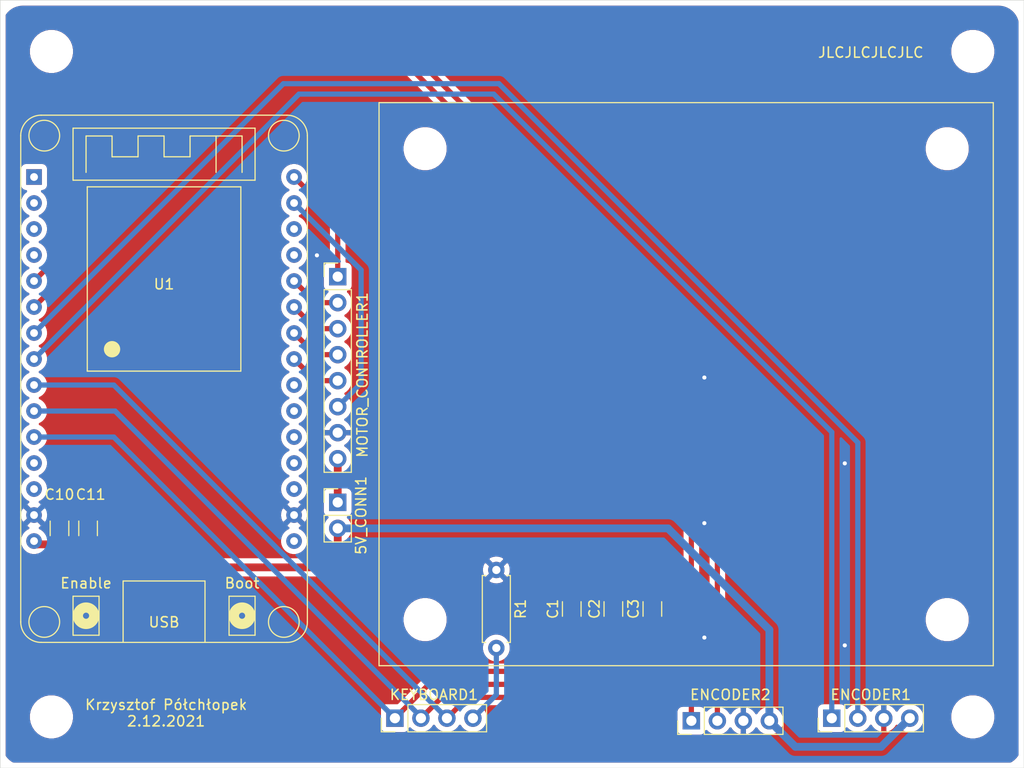
<source format=kicad_pcb>
(kicad_pcb (version 20171130) (host pcbnew "(5.1.12)-1")

  (general
    (thickness 1.6)
    (drawings 10)
    (tracks 70)
    (zones 0)
    (modules 20)
    (nets 32)
  )

  (page A4)
  (layers
    (0 F.Cu signal)
    (31 B.Cu signal)
    (32 B.Adhes user)
    (33 F.Adhes user)
    (34 B.Paste user)
    (35 F.Paste user)
    (36 B.SilkS user)
    (37 F.SilkS user)
    (38 B.Mask user)
    (39 F.Mask user)
    (40 Dwgs.User user)
    (41 Cmts.User user)
    (42 Eco1.User user hide)
    (43 Eco2.User user hide)
    (44 Edge.Cuts user)
    (45 Margin user)
    (46 B.CrtYd user hide)
    (47 F.CrtYd user hide)
    (48 B.Fab user hide)
    (49 F.Fab user hide)
  )

  (setup
    (last_trace_width 0.762)
    (user_trace_width 0.254)
    (user_trace_width 0.508)
    (user_trace_width 0.762)
    (trace_clearance 0.2)
    (zone_clearance 0.508)
    (zone_45_only no)
    (trace_min 0.2)
    (via_size 0.8)
    (via_drill 0.4)
    (via_min_size 0.4)
    (via_min_drill 0.3)
    (uvia_size 0.3)
    (uvia_drill 0.1)
    (uvias_allowed no)
    (uvia_min_size 0.2)
    (uvia_min_drill 0.1)
    (edge_width 0.05)
    (segment_width 0.2)
    (pcb_text_width 0.3)
    (pcb_text_size 1.5 1.5)
    (mod_edge_width 0.12)
    (mod_text_size 1 1)
    (mod_text_width 0.15)
    (pad_size 1.524 1.524)
    (pad_drill 0.762)
    (pad_to_mask_clearance 0)
    (aux_axis_origin 0 0)
    (visible_elements 7FFFFFFF)
    (pcbplotparams
      (layerselection 0x010fc_ffffffff)
      (usegerberextensions true)
      (usegerberattributes true)
      (usegerberadvancedattributes true)
      (creategerberjobfile false)
      (excludeedgelayer true)
      (linewidth 0.100000)
      (plotframeref false)
      (viasonmask false)
      (mode 1)
      (useauxorigin false)
      (hpglpennumber 1)
      (hpglpenspeed 20)
      (hpglpendiameter 15.000000)
      (psnegative false)
      (psa4output false)
      (plotreference true)
      (plotvalue false)
      (plotinvisibletext false)
      (padsonsilk false)
      (subtractmaskfromsilk true)
      (outputformat 1)
      (mirror false)
      (drillshape 0)
      (scaleselection 1)
      (outputdirectory "gerber/"))
  )

  (net 0 "")
  (net 1 "Net-(U1-Pad28)")
  (net 2 "Net-(U1-Pad27)")
  (net 3 "Net-(U1-Pad22)")
  (net 4 "Net-(U1-Pad21)")
  (net 5 "Net-(U1-Pad20)")
  (net 6 "Net-(U1-Pad19)")
  (net 7 "Net-(U1-Pad18)")
  (net 8 "Net-(U1-Pad16)")
  (net 9 "Net-(U1-Pad13)")
  (net 10 "Net-(U1-Pad12)")
  (net 11 "Net-(U1-Pad4)")
  (net 12 "Net-(U1-Pad3)")
  (net 13 "Net-(U1-Pad2)")
  (net 14 "Net-(U1-Pad1)")
  (net 15 5V)
  (net 16 GND)
  (net 17 B_PWM)
  (net 18 B_IN2)
  (net 19 B_IN1)
  (net 20 A_IN2)
  (net 21 A_IN1)
  (net 22 A_PWM)
  (net 23 "Net-(5V_CONN1-Pad1)")
  (net 24 B_ENC2)
  (net 25 B_ENC1)
  (net 26 A_ENC2)
  (net 27 A_ENC1)
  (net 28 BUT3)
  (net 29 BUT2)
  (net 30 BUT1)
  (net 31 "Net-(KEYBOARD1-Pad4)")

  (net_class Default "This is the default net class."
    (clearance 0.2)
    (trace_width 0.25)
    (via_dia 0.8)
    (via_drill 0.4)
    (uvia_dia 0.3)
    (uvia_drill 0.1)
    (add_net 5V)
    (add_net A_ENC1)
    (add_net A_ENC2)
    (add_net A_IN1)
    (add_net A_IN2)
    (add_net A_PWM)
    (add_net BUT1)
    (add_net BUT2)
    (add_net BUT3)
    (add_net B_ENC1)
    (add_net B_ENC2)
    (add_net B_IN1)
    (add_net B_IN2)
    (add_net B_PWM)
    (add_net GND)
    (add_net "Net-(5V_CONN1-Pad1)")
    (add_net "Net-(KEYBOARD1-Pad4)")
    (add_net "Net-(U1-Pad1)")
    (add_net "Net-(U1-Pad12)")
    (add_net "Net-(U1-Pad13)")
    (add_net "Net-(U1-Pad16)")
    (add_net "Net-(U1-Pad18)")
    (add_net "Net-(U1-Pad19)")
    (add_net "Net-(U1-Pad2)")
    (add_net "Net-(U1-Pad20)")
    (add_net "Net-(U1-Pad21)")
    (add_net "Net-(U1-Pad22)")
    (add_net "Net-(U1-Pad27)")
    (add_net "Net-(U1-Pad28)")
    (add_net "Net-(U1-Pad3)")
    (add_net "Net-(U1-Pad4)")
  )

  (module Capacitor_SMD:C_1206_3216Metric_Pad1.33x1.80mm_HandSolder (layer F.Cu) (tedit 5F68FEEF) (tstamp 61C8BF64)
    (at 68.58 116.586 90)
    (descr "Capacitor SMD 1206 (3216 Metric), square (rectangular) end terminal, IPC_7351 nominal with elongated pad for handsoldering. (Body size source: IPC-SM-782 page 76, https://www.pcb-3d.com/wordpress/wp-content/uploads/ipc-sm-782a_amendment_1_and_2.pdf), generated with kicad-footprint-generator")
    (tags "capacitor handsolder")
    (path /61D3E2E1)
    (attr smd)
    (fp_text reference C11 (at 3.302 0.254 180) (layer F.SilkS)
      (effects (font (size 1 1) (thickness 0.15)))
    )
    (fp_text value 4,7u (at 0 1.85 90) (layer F.Fab)
      (effects (font (size 1 1) (thickness 0.15)))
    )
    (fp_text user %R (at 0 0 90) (layer F.Fab)
      (effects (font (size 0.8 0.8) (thickness 0.12)))
    )
    (fp_line (start -1.6 0.8) (end -1.6 -0.8) (layer F.Fab) (width 0.1))
    (fp_line (start -1.6 -0.8) (end 1.6 -0.8) (layer F.Fab) (width 0.1))
    (fp_line (start 1.6 -0.8) (end 1.6 0.8) (layer F.Fab) (width 0.1))
    (fp_line (start 1.6 0.8) (end -1.6 0.8) (layer F.Fab) (width 0.1))
    (fp_line (start -0.711252 -0.91) (end 0.711252 -0.91) (layer F.SilkS) (width 0.12))
    (fp_line (start -0.711252 0.91) (end 0.711252 0.91) (layer F.SilkS) (width 0.12))
    (fp_line (start -2.48 1.15) (end -2.48 -1.15) (layer F.CrtYd) (width 0.05))
    (fp_line (start -2.48 -1.15) (end 2.48 -1.15) (layer F.CrtYd) (width 0.05))
    (fp_line (start 2.48 -1.15) (end 2.48 1.15) (layer F.CrtYd) (width 0.05))
    (fp_line (start 2.48 1.15) (end -2.48 1.15) (layer F.CrtYd) (width 0.05))
    (pad 2 smd roundrect (at 1.5625 0 90) (size 1.325 1.8) (layers F.Cu F.Paste F.Mask) (roundrect_rratio 0.188679)
      (net 16 GND))
    (pad 1 smd roundrect (at -1.5625 0 90) (size 1.325 1.8) (layers F.Cu F.Paste F.Mask) (roundrect_rratio 0.188679)
      (net 15 5V))
    (model ${KISYS3DMOD}/Capacitor_SMD.3dshapes/C_1206_3216Metric.wrl
      (at (xyz 0 0 0))
      (scale (xyz 1 1 1))
      (rotate (xyz 0 0 0))
    )
  )

  (module Capacitor_SMD:C_1206_3216Metric_Pad1.33x1.80mm_HandSolder (layer F.Cu) (tedit 5F68FEEF) (tstamp 61C8BF53)
    (at 65.786 116.586 90)
    (descr "Capacitor SMD 1206 (3216 Metric), square (rectangular) end terminal, IPC_7351 nominal with elongated pad for handsoldering. (Body size source: IPC-SM-782 page 76, https://www.pcb-3d.com/wordpress/wp-content/uploads/ipc-sm-782a_amendment_1_and_2.pdf), generated with kicad-footprint-generator")
    (tags "capacitor handsolder")
    (path /61D3DACF)
    (attr smd)
    (fp_text reference C10 (at 3.302 0 180) (layer F.SilkS)
      (effects (font (size 1 1) (thickness 0.15)))
    )
    (fp_text value 100n (at 0 1.85 90) (layer F.Fab)
      (effects (font (size 1 1) (thickness 0.15)))
    )
    (fp_text user %R (at 0 0 90) (layer F.Fab)
      (effects (font (size 0.8 0.8) (thickness 0.12)))
    )
    (fp_line (start -1.6 0.8) (end -1.6 -0.8) (layer F.Fab) (width 0.1))
    (fp_line (start -1.6 -0.8) (end 1.6 -0.8) (layer F.Fab) (width 0.1))
    (fp_line (start 1.6 -0.8) (end 1.6 0.8) (layer F.Fab) (width 0.1))
    (fp_line (start 1.6 0.8) (end -1.6 0.8) (layer F.Fab) (width 0.1))
    (fp_line (start -0.711252 -0.91) (end 0.711252 -0.91) (layer F.SilkS) (width 0.12))
    (fp_line (start -0.711252 0.91) (end 0.711252 0.91) (layer F.SilkS) (width 0.12))
    (fp_line (start -2.48 1.15) (end -2.48 -1.15) (layer F.CrtYd) (width 0.05))
    (fp_line (start -2.48 -1.15) (end 2.48 -1.15) (layer F.CrtYd) (width 0.05))
    (fp_line (start 2.48 -1.15) (end 2.48 1.15) (layer F.CrtYd) (width 0.05))
    (fp_line (start 2.48 1.15) (end -2.48 1.15) (layer F.CrtYd) (width 0.05))
    (pad 2 smd roundrect (at 1.5625 0 90) (size 1.325 1.8) (layers F.Cu F.Paste F.Mask) (roundrect_rratio 0.188679)
      (net 16 GND))
    (pad 1 smd roundrect (at -1.5625 0 90) (size 1.325 1.8) (layers F.Cu F.Paste F.Mask) (roundrect_rratio 0.188679)
      (net 15 5V))
    (model ${KISYS3DMOD}/Capacitor_SMD.3dshapes/C_1206_3216Metric.wrl
      (at (xyz 0 0 0))
      (scale (xyz 1 1 1))
      (rotate (xyz 0 0 0))
    )
  )

  (module Connector_PinHeader_2.54mm:PinHeader_1x04_P2.54mm_Vertical (layer F.Cu) (tedit 59FED5CC) (tstamp 61C722F7)
    (at 127.508 135.382 90)
    (descr "Through hole straight pin header, 1x04, 2.54mm pitch, single row")
    (tags "Through hole pin header THT 1x04 2.54mm single row")
    (path /61D4C78E)
    (fp_text reference ENCODER2 (at 2.54 3.81 180) (layer F.SilkS)
      (effects (font (size 1 1) (thickness 0.15)))
    )
    (fp_text value Conn_01x04_Male (at 0 9.95 90) (layer F.Fab)
      (effects (font (size 1 1) (thickness 0.15)))
    )
    (fp_line (start 1.8 -1.8) (end -1.8 -1.8) (layer F.CrtYd) (width 0.05))
    (fp_line (start 1.8 9.4) (end 1.8 -1.8) (layer F.CrtYd) (width 0.05))
    (fp_line (start -1.8 9.4) (end 1.8 9.4) (layer F.CrtYd) (width 0.05))
    (fp_line (start -1.8 -1.8) (end -1.8 9.4) (layer F.CrtYd) (width 0.05))
    (fp_line (start -1.33 -1.33) (end 0 -1.33) (layer F.SilkS) (width 0.12))
    (fp_line (start -1.33 0) (end -1.33 -1.33) (layer F.SilkS) (width 0.12))
    (fp_line (start -1.33 1.27) (end 1.33 1.27) (layer F.SilkS) (width 0.12))
    (fp_line (start 1.33 1.27) (end 1.33 8.95) (layer F.SilkS) (width 0.12))
    (fp_line (start -1.33 1.27) (end -1.33 8.95) (layer F.SilkS) (width 0.12))
    (fp_line (start -1.33 8.95) (end 1.33 8.95) (layer F.SilkS) (width 0.12))
    (fp_line (start -1.27 -0.635) (end -0.635 -1.27) (layer F.Fab) (width 0.1))
    (fp_line (start -1.27 8.89) (end -1.27 -0.635) (layer F.Fab) (width 0.1))
    (fp_line (start 1.27 8.89) (end -1.27 8.89) (layer F.Fab) (width 0.1))
    (fp_line (start 1.27 -1.27) (end 1.27 8.89) (layer F.Fab) (width 0.1))
    (fp_line (start -0.635 -1.27) (end 1.27 -1.27) (layer F.Fab) (width 0.1))
    (fp_text user %R (at 0 3.81) (layer F.Fab)
      (effects (font (size 1 1) (thickness 0.15)))
    )
    (pad 4 thru_hole oval (at 0 7.62 90) (size 1.7 1.7) (drill 1) (layers *.Cu *.Mask)
      (net 15 5V))
    (pad 3 thru_hole oval (at 0 5.08 90) (size 1.7 1.7) (drill 1) (layers *.Cu *.Mask)
      (net 16 GND))
    (pad 2 thru_hole oval (at 0 2.54 90) (size 1.7 1.7) (drill 1) (layers *.Cu *.Mask)
      (net 24 B_ENC2))
    (pad 1 thru_hole rect (at 0 0 90) (size 1.7 1.7) (drill 1) (layers *.Cu *.Mask)
      (net 25 B_ENC1))
    (model ${KISYS3DMOD}/Connector_PinHeader_2.54mm.3dshapes/PinHeader_1x04_P2.54mm_Vertical.wrl
      (at (xyz 0 0 0))
      (scale (xyz 1 1 1))
      (rotate (xyz 0 0 0))
    )
  )

  (module Resistor_THT:R_Axial_DIN0207_L6.3mm_D2.5mm_P7.62mm_Horizontal (layer F.Cu) (tedit 5AE5139B) (tstamp 61A8B3CF)
    (at 108.458 120.65 270)
    (descr "Resistor, Axial_DIN0207 series, Axial, Horizontal, pin pitch=7.62mm, 0.25W = 1/4W, length*diameter=6.3*2.5mm^2, http://cdn-reichelt.de/documents/datenblatt/B400/1_4W%23YAG.pdf")
    (tags "Resistor Axial_DIN0207 series Axial Horizontal pin pitch 7.62mm 0.25W = 1/4W length 6.3mm diameter 2.5mm")
    (path /61A9DA8B)
    (fp_text reference R1 (at 3.81 -2.37 90) (layer F.SilkS)
      (effects (font (size 1 1) (thickness 0.15)))
    )
    (fp_text value 10k (at 3.81 2.37 90) (layer F.Fab)
      (effects (font (size 1 1) (thickness 0.15)))
    )
    (fp_line (start 8.67 -1.5) (end -1.05 -1.5) (layer F.CrtYd) (width 0.05))
    (fp_line (start 8.67 1.5) (end 8.67 -1.5) (layer F.CrtYd) (width 0.05))
    (fp_line (start -1.05 1.5) (end 8.67 1.5) (layer F.CrtYd) (width 0.05))
    (fp_line (start -1.05 -1.5) (end -1.05 1.5) (layer F.CrtYd) (width 0.05))
    (fp_line (start 7.08 1.37) (end 7.08 1.04) (layer F.SilkS) (width 0.12))
    (fp_line (start 0.54 1.37) (end 7.08 1.37) (layer F.SilkS) (width 0.12))
    (fp_line (start 0.54 1.04) (end 0.54 1.37) (layer F.SilkS) (width 0.12))
    (fp_line (start 7.08 -1.37) (end 7.08 -1.04) (layer F.SilkS) (width 0.12))
    (fp_line (start 0.54 -1.37) (end 7.08 -1.37) (layer F.SilkS) (width 0.12))
    (fp_line (start 0.54 -1.04) (end 0.54 -1.37) (layer F.SilkS) (width 0.12))
    (fp_line (start 7.62 0) (end 6.96 0) (layer F.Fab) (width 0.1))
    (fp_line (start 0 0) (end 0.66 0) (layer F.Fab) (width 0.1))
    (fp_line (start 6.96 -1.25) (end 0.66 -1.25) (layer F.Fab) (width 0.1))
    (fp_line (start 6.96 1.25) (end 6.96 -1.25) (layer F.Fab) (width 0.1))
    (fp_line (start 0.66 1.25) (end 6.96 1.25) (layer F.Fab) (width 0.1))
    (fp_line (start 0.66 -1.25) (end 0.66 1.25) (layer F.Fab) (width 0.1))
    (fp_text user %R (at 3.81 0 90) (layer F.Fab)
      (effects (font (size 1 1) (thickness 0.15)))
    )
    (pad 2 thru_hole oval (at 7.62 0 270) (size 1.6 1.6) (drill 0.8) (layers *.Cu *.Mask)
      (net 31 "Net-(KEYBOARD1-Pad4)"))
    (pad 1 thru_hole circle (at 0 0 270) (size 1.6 1.6) (drill 0.8) (layers *.Cu *.Mask)
      (net 16 GND))
    (model ${KISYS3DMOD}/Resistor_THT.3dshapes/R_Axial_DIN0207_L6.3mm_D2.5mm_P7.62mm_Horizontal.wrl
      (at (xyz 0 0 0))
      (scale (xyz 1 1 1))
      (rotate (xyz 0 0 0))
    )
  )

  (module Capacitor_SMD:C_1206_3216Metric_Pad1.33x1.80mm_HandSolder (layer F.Cu) (tedit 5F68FEEF) (tstamp 61A8B326)
    (at 123.698 124.46 90)
    (descr "Capacitor SMD 1206 (3216 Metric), square (rectangular) end terminal, IPC_7351 nominal with elongated pad for handsoldering. (Body size source: IPC-SM-782 page 76, https://www.pcb-3d.com/wordpress/wp-content/uploads/ipc-sm-782a_amendment_1_and_2.pdf), generated with kicad-footprint-generator")
    (tags "capacitor handsolder")
    (path /61A8E822)
    (attr smd)
    (fp_text reference C3 (at 0 -1.85 90) (layer F.SilkS)
      (effects (font (size 1 1) (thickness 0.15)))
    )
    (fp_text value 100n (at 0 1.85 90) (layer F.Fab)
      (effects (font (size 1 1) (thickness 0.15)))
    )
    (fp_line (start 2.48 1.15) (end -2.48 1.15) (layer F.CrtYd) (width 0.05))
    (fp_line (start 2.48 -1.15) (end 2.48 1.15) (layer F.CrtYd) (width 0.05))
    (fp_line (start -2.48 -1.15) (end 2.48 -1.15) (layer F.CrtYd) (width 0.05))
    (fp_line (start -2.48 1.15) (end -2.48 -1.15) (layer F.CrtYd) (width 0.05))
    (fp_line (start -0.711252 0.91) (end 0.711252 0.91) (layer F.SilkS) (width 0.12))
    (fp_line (start -0.711252 -0.91) (end 0.711252 -0.91) (layer F.SilkS) (width 0.12))
    (fp_line (start 1.6 0.8) (end -1.6 0.8) (layer F.Fab) (width 0.1))
    (fp_line (start 1.6 -0.8) (end 1.6 0.8) (layer F.Fab) (width 0.1))
    (fp_line (start -1.6 -0.8) (end 1.6 -0.8) (layer F.Fab) (width 0.1))
    (fp_line (start -1.6 0.8) (end -1.6 -0.8) (layer F.Fab) (width 0.1))
    (fp_text user %R (at 0 0 90) (layer F.Fab)
      (effects (font (size 0.8 0.8) (thickness 0.12)))
    )
    (pad 2 smd roundrect (at 1.5625 0 90) (size 1.325 1.8) (layers F.Cu F.Paste F.Mask) (roundrect_rratio 0.1886784905660377)
      (net 16 GND))
    (pad 1 smd roundrect (at -1.5625 0 90) (size 1.325 1.8) (layers F.Cu F.Paste F.Mask) (roundrect_rratio 0.1886784905660377)
      (net 28 BUT3))
    (model ${KISYS3DMOD}/Capacitor_SMD.3dshapes/C_1206_3216Metric.wrl
      (at (xyz 0 0 0))
      (scale (xyz 1 1 1))
      (rotate (xyz 0 0 0))
    )
  )

  (module Capacitor_SMD:C_1206_3216Metric_Pad1.33x1.80mm_HandSolder (layer F.Cu) (tedit 5F68FEEF) (tstamp 61A8B315)
    (at 119.888 124.46 90)
    (descr "Capacitor SMD 1206 (3216 Metric), square (rectangular) end terminal, IPC_7351 nominal with elongated pad for handsoldering. (Body size source: IPC-SM-782 page 76, https://www.pcb-3d.com/wordpress/wp-content/uploads/ipc-sm-782a_amendment_1_and_2.pdf), generated with kicad-footprint-generator")
    (tags "capacitor handsolder")
    (path /61A8E456)
    (attr smd)
    (fp_text reference C2 (at 0 -1.85 90) (layer F.SilkS)
      (effects (font (size 1 1) (thickness 0.15)))
    )
    (fp_text value 100n (at 0 1.85 90) (layer F.Fab)
      (effects (font (size 1 1) (thickness 0.15)))
    )
    (fp_line (start 2.48 1.15) (end -2.48 1.15) (layer F.CrtYd) (width 0.05))
    (fp_line (start 2.48 -1.15) (end 2.48 1.15) (layer F.CrtYd) (width 0.05))
    (fp_line (start -2.48 -1.15) (end 2.48 -1.15) (layer F.CrtYd) (width 0.05))
    (fp_line (start -2.48 1.15) (end -2.48 -1.15) (layer F.CrtYd) (width 0.05))
    (fp_line (start -0.711252 0.91) (end 0.711252 0.91) (layer F.SilkS) (width 0.12))
    (fp_line (start -0.711252 -0.91) (end 0.711252 -0.91) (layer F.SilkS) (width 0.12))
    (fp_line (start 1.6 0.8) (end -1.6 0.8) (layer F.Fab) (width 0.1))
    (fp_line (start 1.6 -0.8) (end 1.6 0.8) (layer F.Fab) (width 0.1))
    (fp_line (start -1.6 -0.8) (end 1.6 -0.8) (layer F.Fab) (width 0.1))
    (fp_line (start -1.6 0.8) (end -1.6 -0.8) (layer F.Fab) (width 0.1))
    (fp_text user %R (at 0 0 90) (layer F.Fab)
      (effects (font (size 0.8 0.8) (thickness 0.12)))
    )
    (pad 2 smd roundrect (at 1.5625 0 90) (size 1.325 1.8) (layers F.Cu F.Paste F.Mask) (roundrect_rratio 0.1886784905660377)
      (net 16 GND))
    (pad 1 smd roundrect (at -1.5625 0 90) (size 1.325 1.8) (layers F.Cu F.Paste F.Mask) (roundrect_rratio 0.1886784905660377)
      (net 29 BUT2))
    (model ${KISYS3DMOD}/Capacitor_SMD.3dshapes/C_1206_3216Metric.wrl
      (at (xyz 0 0 0))
      (scale (xyz 1 1 1))
      (rotate (xyz 0 0 0))
    )
  )

  (module Capacitor_SMD:C_1206_3216Metric_Pad1.33x1.80mm_HandSolder (layer F.Cu) (tedit 5F68FEEF) (tstamp 61A8B304)
    (at 115.824 124.46 90)
    (descr "Capacitor SMD 1206 (3216 Metric), square (rectangular) end terminal, IPC_7351 nominal with elongated pad for handsoldering. (Body size source: IPC-SM-782 page 76, https://www.pcb-3d.com/wordpress/wp-content/uploads/ipc-sm-782a_amendment_1_and_2.pdf), generated with kicad-footprint-generator")
    (tags "capacitor handsolder")
    (path /61A8C4E8)
    (attr smd)
    (fp_text reference C1 (at 0 -1.85 90) (layer F.SilkS)
      (effects (font (size 1 1) (thickness 0.15)))
    )
    (fp_text value 100n (at 0 1.85 90) (layer F.Fab)
      (effects (font (size 1 1) (thickness 0.15)))
    )
    (fp_line (start 2.48 1.15) (end -2.48 1.15) (layer F.CrtYd) (width 0.05))
    (fp_line (start 2.48 -1.15) (end 2.48 1.15) (layer F.CrtYd) (width 0.05))
    (fp_line (start -2.48 -1.15) (end 2.48 -1.15) (layer F.CrtYd) (width 0.05))
    (fp_line (start -2.48 1.15) (end -2.48 -1.15) (layer F.CrtYd) (width 0.05))
    (fp_line (start -0.711252 0.91) (end 0.711252 0.91) (layer F.SilkS) (width 0.12))
    (fp_line (start -0.711252 -0.91) (end 0.711252 -0.91) (layer F.SilkS) (width 0.12))
    (fp_line (start 1.6 0.8) (end -1.6 0.8) (layer F.Fab) (width 0.1))
    (fp_line (start 1.6 -0.8) (end 1.6 0.8) (layer F.Fab) (width 0.1))
    (fp_line (start -1.6 -0.8) (end 1.6 -0.8) (layer F.Fab) (width 0.1))
    (fp_line (start -1.6 0.8) (end -1.6 -0.8) (layer F.Fab) (width 0.1))
    (fp_text user %R (at 0 0 90) (layer F.Fab)
      (effects (font (size 0.8 0.8) (thickness 0.12)))
    )
    (pad 2 smd roundrect (at 1.5625 0 90) (size 1.325 1.8) (layers F.Cu F.Paste F.Mask) (roundrect_rratio 0.1886784905660377)
      (net 16 GND))
    (pad 1 smd roundrect (at -1.5625 0 90) (size 1.325 1.8) (layers F.Cu F.Paste F.Mask) (roundrect_rratio 0.1886784905660377)
      (net 30 BUT1))
    (model ${KISYS3DMOD}/Capacitor_SMD.3dshapes/C_1206_3216Metric.wrl
      (at (xyz 0 0 0))
      (scale (xyz 1 1 1))
      (rotate (xyz 0 0 0))
    )
  )

  (module Connector_PinHeader_2.54mm:PinHeader_1x04_P2.54mm_Vertical (layer F.Cu) (tedit 59FED5CC) (tstamp 61A5FE43)
    (at 98.552 135.128 90)
    (descr "Through hole straight pin header, 1x04, 2.54mm pitch, single row")
    (tags "Through hole pin header THT 1x04 2.54mm single row")
    (path /61A5FF64)
    (fp_text reference KEYBOARD1 (at 2.286 3.81 180) (layer F.SilkS)
      (effects (font (size 1 1) (thickness 0.15)))
    )
    (fp_text value Conn_01x04_Male (at 0 9.95 90) (layer F.Fab)
      (effects (font (size 1 1) (thickness 0.15)))
    )
    (fp_line (start 1.8 -1.8) (end -1.8 -1.8) (layer F.CrtYd) (width 0.05))
    (fp_line (start 1.8 9.4) (end 1.8 -1.8) (layer F.CrtYd) (width 0.05))
    (fp_line (start -1.8 9.4) (end 1.8 9.4) (layer F.CrtYd) (width 0.05))
    (fp_line (start -1.8 -1.8) (end -1.8 9.4) (layer F.CrtYd) (width 0.05))
    (fp_line (start -1.33 -1.33) (end 0 -1.33) (layer F.SilkS) (width 0.12))
    (fp_line (start -1.33 0) (end -1.33 -1.33) (layer F.SilkS) (width 0.12))
    (fp_line (start -1.33 1.27) (end 1.33 1.27) (layer F.SilkS) (width 0.12))
    (fp_line (start 1.33 1.27) (end 1.33 8.95) (layer F.SilkS) (width 0.12))
    (fp_line (start -1.33 1.27) (end -1.33 8.95) (layer F.SilkS) (width 0.12))
    (fp_line (start -1.33 8.95) (end 1.33 8.95) (layer F.SilkS) (width 0.12))
    (fp_line (start -1.27 -0.635) (end -0.635 -1.27) (layer F.Fab) (width 0.1))
    (fp_line (start -1.27 8.89) (end -1.27 -0.635) (layer F.Fab) (width 0.1))
    (fp_line (start 1.27 8.89) (end -1.27 8.89) (layer F.Fab) (width 0.1))
    (fp_line (start 1.27 -1.27) (end 1.27 8.89) (layer F.Fab) (width 0.1))
    (fp_line (start -0.635 -1.27) (end 1.27 -1.27) (layer F.Fab) (width 0.1))
    (fp_text user %R (at 0 3.81) (layer F.Fab)
      (effects (font (size 1 1) (thickness 0.15)))
    )
    (pad 4 thru_hole oval (at 0 7.62 90) (size 1.7 1.7) (drill 1) (layers *.Cu *.Mask)
      (net 31 "Net-(KEYBOARD1-Pad4)"))
    (pad 3 thru_hole oval (at 0 5.08 90) (size 1.7 1.7) (drill 1) (layers *.Cu *.Mask)
      (net 28 BUT3))
    (pad 2 thru_hole oval (at 0 2.54 90) (size 1.7 1.7) (drill 1) (layers *.Cu *.Mask)
      (net 29 BUT2))
    (pad 1 thru_hole rect (at 0 0 90) (size 1.7 1.7) (drill 1) (layers *.Cu *.Mask)
      (net 30 BUT1))
    (model ${KISYS3DMOD}/Connector_PinHeader_2.54mm.3dshapes/PinHeader_1x04_P2.54mm_Vertical.wrl
      (at (xyz 0 0 0))
      (scale (xyz 1 1 1))
      (rotate (xyz 0 0 0))
    )
  )

  (module Connector_PinHeader_2.54mm:PinHeader_1x04_P2.54mm_Vertical (layer F.Cu) (tedit 59FED5CC) (tstamp 61A5FE2B)
    (at 141.224 135.128 90)
    (descr "Through hole straight pin header, 1x04, 2.54mm pitch, single row")
    (tags "Through hole pin header THT 1x04 2.54mm single row")
    (path /61A6458E)
    (fp_text reference ENCODER1 (at 2.286 3.81) (layer F.SilkS)
      (effects (font (size 1 1) (thickness 0.15)))
    )
    (fp_text value Conn_01x04_Male (at 0 9.95 90) (layer F.Fab)
      (effects (font (size 1 1) (thickness 0.15)))
    )
    (fp_line (start 1.8 -1.8) (end -1.8 -1.8) (layer F.CrtYd) (width 0.05))
    (fp_line (start 1.8 9.4) (end 1.8 -1.8) (layer F.CrtYd) (width 0.05))
    (fp_line (start -1.8 9.4) (end 1.8 9.4) (layer F.CrtYd) (width 0.05))
    (fp_line (start -1.8 -1.8) (end -1.8 9.4) (layer F.CrtYd) (width 0.05))
    (fp_line (start -1.33 -1.33) (end 0 -1.33) (layer F.SilkS) (width 0.12))
    (fp_line (start -1.33 0) (end -1.33 -1.33) (layer F.SilkS) (width 0.12))
    (fp_line (start -1.33 1.27) (end 1.33 1.27) (layer F.SilkS) (width 0.12))
    (fp_line (start 1.33 1.27) (end 1.33 8.95) (layer F.SilkS) (width 0.12))
    (fp_line (start -1.33 1.27) (end -1.33 8.95) (layer F.SilkS) (width 0.12))
    (fp_line (start -1.33 8.95) (end 1.33 8.95) (layer F.SilkS) (width 0.12))
    (fp_line (start -1.27 -0.635) (end -0.635 -1.27) (layer F.Fab) (width 0.1))
    (fp_line (start -1.27 8.89) (end -1.27 -0.635) (layer F.Fab) (width 0.1))
    (fp_line (start 1.27 8.89) (end -1.27 8.89) (layer F.Fab) (width 0.1))
    (fp_line (start 1.27 -1.27) (end 1.27 8.89) (layer F.Fab) (width 0.1))
    (fp_line (start -0.635 -1.27) (end 1.27 -1.27) (layer F.Fab) (width 0.1))
    (fp_text user %R (at 0 3.81) (layer F.Fab)
      (effects (font (size 1 1) (thickness 0.15)))
    )
    (pad 4 thru_hole oval (at 0 7.62 90) (size 1.7 1.7) (drill 1) (layers *.Cu *.Mask)
      (net 15 5V))
    (pad 3 thru_hole oval (at 0 5.08 90) (size 1.7 1.7) (drill 1) (layers *.Cu *.Mask)
      (net 16 GND))
    (pad 2 thru_hole oval (at 0 2.54 90) (size 1.7 1.7) (drill 1) (layers *.Cu *.Mask)
      (net 26 A_ENC2))
    (pad 1 thru_hole rect (at 0 0 90) (size 1.7 1.7) (drill 1) (layers *.Cu *.Mask)
      (net 27 A_ENC1))
    (model ${KISYS3DMOD}/Connector_PinHeader_2.54mm.3dshapes/PinHeader_1x04_P2.54mm_Vertical.wrl
      (at (xyz 0 0 0))
      (scale (xyz 1 1 1))
      (rotate (xyz 0 0 0))
    )
  )

  (module MountingHole:MountingHole_3.2mm_M3 (layer F.Cu) (tedit 56D1B4CB) (tstamp 61A27AC6)
    (at 101.5 79.5)
    (descr "Mounting Hole 3.2mm, no annular, M3")
    (tags "mounting hole 3.2mm no annular m3")
    (attr virtual)
    (fp_text reference REF** (at 0 -4.2) (layer F.SilkS) hide
      (effects (font (size 1 1) (thickness 0.15)))
    )
    (fp_text value MountingHole_3.2mm_M3 (at 0 4.2) (layer F.Fab)
      (effects (font (size 1 1) (thickness 0.15)))
    )
    (fp_circle (center 0 0) (end 3.2 0) (layer Cmts.User) (width 0.15))
    (fp_circle (center 0 0) (end 3.45 0) (layer F.CrtYd) (width 0.05))
    (fp_text user %R (at 0.3 0) (layer F.Fab)
      (effects (font (size 1 1) (thickness 0.15)))
    )
    (pad 1 np_thru_hole circle (at 0 0) (size 3.2 3.2) (drill 3.2) (layers *.Cu *.Mask))
  )

  (module MountingHole:MountingHole_3.2mm_M3 (layer F.Cu) (tedit 56D1B4CB) (tstamp 61A27AB8)
    (at 152.5 79.5)
    (descr "Mounting Hole 3.2mm, no annular, M3")
    (tags "mounting hole 3.2mm no annular m3")
    (attr virtual)
    (fp_text reference REF** (at 0 -4.2) (layer F.SilkS) hide
      (effects (font (size 1 1) (thickness 0.15)))
    )
    (fp_text value MountingHole_3.2mm_M3 (at 0 4.2) (layer F.Fab)
      (effects (font (size 1 1) (thickness 0.15)))
    )
    (fp_circle (center 0 0) (end 3.45 0) (layer F.CrtYd) (width 0.05))
    (fp_circle (center 0 0) (end 3.2 0) (layer Cmts.User) (width 0.15))
    (fp_text user %R (at 0.3 0) (layer F.Fab)
      (effects (font (size 1 1) (thickness 0.15)))
    )
    (pad 1 np_thru_hole circle (at 0 0) (size 3.2 3.2) (drill 3.2) (layers *.Cu *.Mask))
  )

  (module MountingHole:MountingHole_3.2mm_M3 (layer F.Cu) (tedit 56D1B4CB) (tstamp 61A27AAA)
    (at 152.5 125.5)
    (descr "Mounting Hole 3.2mm, no annular, M3")
    (tags "mounting hole 3.2mm no annular m3")
    (attr virtual)
    (fp_text reference REF** (at 0 -4.2) (layer F.SilkS) hide
      (effects (font (size 1 1) (thickness 0.15)))
    )
    (fp_text value MountingHole_3.2mm_M3 (at 0 4.2) (layer F.Fab)
      (effects (font (size 1 1) (thickness 0.15)))
    )
    (fp_circle (center 0 0) (end 3.2 0) (layer Cmts.User) (width 0.15))
    (fp_circle (center 0 0) (end 3.45 0) (layer F.CrtYd) (width 0.05))
    (fp_text user %R (at 0.3 0) (layer F.Fab)
      (effects (font (size 1 1) (thickness 0.15)))
    )
    (pad 1 np_thru_hole circle (at 0 0) (size 3.2 3.2) (drill 3.2) (layers *.Cu *.Mask))
  )

  (module MountingHole:MountingHole_3.2mm_M3 (layer F.Cu) (tedit 56D1B4CB) (tstamp 61A23685)
    (at 101.5 125.5)
    (descr "Mounting Hole 3.2mm, no annular, M3")
    (tags "mounting hole 3.2mm no annular m3")
    (attr virtual)
    (fp_text reference REF** (at 0 -4.2) (layer F.SilkS) hide
      (effects (font (size 1 1) (thickness 0.15)))
    )
    (fp_text value MountingHole_3.2mm_M3 (at 0 4.2) (layer F.Fab)
      (effects (font (size 1 1) (thickness 0.15)))
    )
    (fp_circle (center 0 0) (end 3.45 0) (layer F.CrtYd) (width 0.05))
    (fp_circle (center 0 0) (end 3.2 0) (layer Cmts.User) (width 0.15))
    (fp_text user %R (at 0.3 0) (layer F.Fab)
      (effects (font (size 1 1) (thickness 0.15)))
    )
    (pad 1 np_thru_hole circle (at 0 0) (size 3.2 3.2) (drill 3.2) (layers *.Cu *.Mask))
  )

  (module Connector_PinHeader_2.54mm:PinHeader_1x02_P2.54mm_Vertical (layer F.Cu) (tedit 59FED5CC) (tstamp 61A2344B)
    (at 92.964 114.046)
    (descr "Through hole straight pin header, 1x02, 2.54mm pitch, single row")
    (tags "Through hole pin header THT 1x02 2.54mm single row")
    (path /61A2FBCE)
    (fp_text reference 5V_CONN1 (at 2.286 1.27 90) (layer F.SilkS)
      (effects (font (size 1 1) (thickness 0.15)))
    )
    (fp_text value 5V_CONN (at 0 4.87) (layer F.Fab)
      (effects (font (size 1 1) (thickness 0.15)))
    )
    (fp_line (start -0.635 -1.27) (end 1.27 -1.27) (layer F.Fab) (width 0.1))
    (fp_line (start 1.27 -1.27) (end 1.27 3.81) (layer F.Fab) (width 0.1))
    (fp_line (start 1.27 3.81) (end -1.27 3.81) (layer F.Fab) (width 0.1))
    (fp_line (start -1.27 3.81) (end -1.27 -0.635) (layer F.Fab) (width 0.1))
    (fp_line (start -1.27 -0.635) (end -0.635 -1.27) (layer F.Fab) (width 0.1))
    (fp_line (start -1.33 3.87) (end 1.33 3.87) (layer F.SilkS) (width 0.12))
    (fp_line (start -1.33 1.27) (end -1.33 3.87) (layer F.SilkS) (width 0.12))
    (fp_line (start 1.33 1.27) (end 1.33 3.87) (layer F.SilkS) (width 0.12))
    (fp_line (start -1.33 1.27) (end 1.33 1.27) (layer F.SilkS) (width 0.12))
    (fp_line (start -1.33 0) (end -1.33 -1.33) (layer F.SilkS) (width 0.12))
    (fp_line (start -1.33 -1.33) (end 0 -1.33) (layer F.SilkS) (width 0.12))
    (fp_line (start -1.8 -1.8) (end -1.8 4.35) (layer F.CrtYd) (width 0.05))
    (fp_line (start -1.8 4.35) (end 1.8 4.35) (layer F.CrtYd) (width 0.05))
    (fp_line (start 1.8 4.35) (end 1.8 -1.8) (layer F.CrtYd) (width 0.05))
    (fp_line (start 1.8 -1.8) (end -1.8 -1.8) (layer F.CrtYd) (width 0.05))
    (fp_text user %R (at 0 1.27 90) (layer F.Fab)
      (effects (font (size 1 1) (thickness 0.15)))
    )
    (pad 2 thru_hole oval (at 0 2.54) (size 1.7 1.7) (drill 1) (layers *.Cu *.Mask)
      (net 15 5V))
    (pad 1 thru_hole rect (at 0 0) (size 1.7 1.7) (drill 1) (layers *.Cu *.Mask)
      (net 23 "Net-(5V_CONN1-Pad1)"))
    (model ${KISYS3DMOD}/Connector_PinHeader_2.54mm.3dshapes/PinHeader_1x02_P2.54mm_Vertical.wrl
      (at (xyz 0 0 0))
      (scale (xyz 1 1 1))
      (rotate (xyz 0 0 0))
    )
  )

  (module MountingHole:MountingHole_3.2mm_M3 (layer F.Cu) (tedit 56D1B4CB) (tstamp 61A22178)
    (at 65 70)
    (descr "Mounting Hole 3.2mm, no annular, M3")
    (tags "mounting hole 3.2mm no annular m3")
    (attr virtual)
    (fp_text reference REF** (at 0 -4.2) (layer F.SilkS) hide
      (effects (font (size 1 1) (thickness 0.15)))
    )
    (fp_text value MountingHole_3.2mm_M3 (at 0 4.2) (layer F.Fab)
      (effects (font (size 1 1) (thickness 0.15)))
    )
    (fp_circle (center 0 0) (end 3.45 0) (layer F.CrtYd) (width 0.05))
    (fp_circle (center 0 0) (end 3.2 0) (layer Cmts.User) (width 0.15))
    (fp_text user %R (at 0.3 0) (layer F.Fab)
      (effects (font (size 1 1) (thickness 0.15)))
    )
    (pad 1 np_thru_hole circle (at 0 0) (size 3.2 3.2) (drill 3.2) (layers *.Cu *.Mask))
  )

  (module MountingHole:MountingHole_3.2mm_M3 (layer F.Cu) (tedit 56D1B4CB) (tstamp 61A2216A)
    (at 155 70)
    (descr "Mounting Hole 3.2mm, no annular, M3")
    (tags "mounting hole 3.2mm no annular m3")
    (attr virtual)
    (fp_text reference REF** (at 0 -4.2) (layer F.SilkS) hide
      (effects (font (size 1 1) (thickness 0.15)))
    )
    (fp_text value MountingHole_3.2mm_M3 (at 0 4.2) (layer F.Fab)
      (effects (font (size 1 1) (thickness 0.15)))
    )
    (fp_circle (center 0 0) (end 3.2 0) (layer Cmts.User) (width 0.15))
    (fp_circle (center 0 0) (end 3.45 0) (layer F.CrtYd) (width 0.05))
    (fp_text user %R (at 0.3 0) (layer F.Fab)
      (effects (font (size 1 1) (thickness 0.15)))
    )
    (pad 1 np_thru_hole circle (at 0 0) (size 3.2 3.2) (drill 3.2) (layers *.Cu *.Mask))
  )

  (module MountingHole:MountingHole_3.2mm_M3 (layer F.Cu) (tedit 56D1B4CB) (tstamp 61A2215C)
    (at 155 135)
    (descr "Mounting Hole 3.2mm, no annular, M3")
    (tags "mounting hole 3.2mm no annular m3")
    (attr virtual)
    (fp_text reference REF** (at 0 -4.2) (layer F.SilkS) hide
      (effects (font (size 1 1) (thickness 0.15)))
    )
    (fp_text value MountingHole_3.2mm_M3 (at 0 4.2) (layer F.Fab)
      (effects (font (size 1 1) (thickness 0.15)))
    )
    (fp_circle (center 0 0) (end 3.45 0) (layer F.CrtYd) (width 0.05))
    (fp_circle (center 0 0) (end 3.2 0) (layer Cmts.User) (width 0.15))
    (fp_text user %R (at 0.3 0) (layer F.Fab)
      (effects (font (size 1 1) (thickness 0.15)))
    )
    (pad 1 np_thru_hole circle (at 0 0) (size 3.2 3.2) (drill 3.2) (layers *.Cu *.Mask))
  )

  (module MountingHole:MountingHole_3.2mm_M3 (layer F.Cu) (tedit 56D1B4CB) (tstamp 61A22153)
    (at 65 135)
    (descr "Mounting Hole 3.2mm, no annular, M3")
    (tags "mounting hole 3.2mm no annular m3")
    (attr virtual)
    (fp_text reference REF** (at 0 -4.2) (layer F.SilkS) hide
      (effects (font (size 1 1) (thickness 0.15)))
    )
    (fp_text value MountingHole_3.2mm_M3 (at 0 4.2) (layer F.Fab)
      (effects (font (size 1 1) (thickness 0.15)))
    )
    (fp_circle (center 0 0) (end 3.2 0) (layer Cmts.User) (width 0.15))
    (fp_circle (center 0 0) (end 3.45 0) (layer F.CrtYd) (width 0.05))
    (fp_text user %R (at 0.3 0) (layer F.Fab)
      (effects (font (size 1 1) (thickness 0.15)))
    )
    (pad 1 np_thru_hole circle (at 0 0) (size 3.2 3.2) (drill 3.2) (layers *.Cu *.Mask))
  )

  (module Connector_PinHeader_2.54mm:PinHeader_1x08_P2.54mm_Vertical (layer F.Cu) (tedit 59FED5CC) (tstamp 61A2091F)
    (at 92.964 92)
    (descr "Through hole straight pin header, 1x08, 2.54mm pitch, single row")
    (tags "Through hole pin header THT 1x08 2.54mm single row")
    (path /61A246F6)
    (fp_text reference MOTOR_CONTROLLER1 (at 2.413 9.6 90) (layer F.SilkS)
      (effects (font (size 1 1) (thickness 0.15)))
    )
    (fp_text value Conn_01x08_Male (at 0 20.11) (layer F.Fab)
      (effects (font (size 1 1) (thickness 0.15)))
    )
    (fp_line (start -0.635 -1.27) (end 1.27 -1.27) (layer F.Fab) (width 0.1))
    (fp_line (start 1.27 -1.27) (end 1.27 19.05) (layer F.Fab) (width 0.1))
    (fp_line (start 1.27 19.05) (end -1.27 19.05) (layer F.Fab) (width 0.1))
    (fp_line (start -1.27 19.05) (end -1.27 -0.635) (layer F.Fab) (width 0.1))
    (fp_line (start -1.27 -0.635) (end -0.635 -1.27) (layer F.Fab) (width 0.1))
    (fp_line (start -1.33 19.11) (end 1.33 19.11) (layer F.SilkS) (width 0.12))
    (fp_line (start -1.33 1.27) (end -1.33 19.11) (layer F.SilkS) (width 0.12))
    (fp_line (start 1.33 1.27) (end 1.33 19.11) (layer F.SilkS) (width 0.12))
    (fp_line (start -1.33 1.27) (end 1.33 1.27) (layer F.SilkS) (width 0.12))
    (fp_line (start -1.33 0) (end -1.33 -1.33) (layer F.SilkS) (width 0.12))
    (fp_line (start -1.33 -1.33) (end 0 -1.33) (layer F.SilkS) (width 0.12))
    (fp_line (start -1.8 -1.8) (end -1.8 19.55) (layer F.CrtYd) (width 0.05))
    (fp_line (start -1.8 19.55) (end 1.8 19.55) (layer F.CrtYd) (width 0.05))
    (fp_line (start 1.8 19.55) (end 1.8 -1.8) (layer F.CrtYd) (width 0.05))
    (fp_line (start 1.8 -1.8) (end -1.8 -1.8) (layer F.CrtYd) (width 0.05))
    (fp_text user %R (at 0 8.89 90) (layer F.Fab)
      (effects (font (size 1 1) (thickness 0.15)))
    )
    (pad 8 thru_hole oval (at 0 17.78) (size 1.7 1.7) (drill 1) (layers *.Cu *.Mask)
      (net 23 "Net-(5V_CONN1-Pad1)"))
    (pad 7 thru_hole oval (at 0 15.24) (size 1.7 1.7) (drill 1) (layers *.Cu *.Mask)
      (net 16 GND))
    (pad 6 thru_hole oval (at 0 12.7) (size 1.7 1.7) (drill 1) (layers *.Cu *.Mask)
      (net 17 B_PWM))
    (pad 5 thru_hole oval (at 0 10.16) (size 1.7 1.7) (drill 1) (layers *.Cu *.Mask)
      (net 18 B_IN2))
    (pad 4 thru_hole oval (at 0 7.62) (size 1.7 1.7) (drill 1) (layers *.Cu *.Mask)
      (net 19 B_IN1))
    (pad 3 thru_hole oval (at 0 5.08) (size 1.7 1.7) (drill 1) (layers *.Cu *.Mask)
      (net 20 A_IN2))
    (pad 2 thru_hole oval (at 0 2.54) (size 1.7 1.7) (drill 1) (layers *.Cu *.Mask)
      (net 21 A_IN1))
    (pad 1 thru_hole rect (at 0 0) (size 1.7 1.7) (drill 1) (layers *.Cu *.Mask)
      (net 22 A_PWM))
    (model ${KISYS3DMOD}/Connector_PinHeader_2.54mm.3dshapes/PinHeader_1x08_P2.54mm_Vertical.wrl
      (at (xyz 0 0 0))
      (scale (xyz 1 1 1))
      (rotate (xyz 0 0 0))
    )
  )

  (module ESP32_DevKit_V1_DOIT:esp32_devkit_v1_doit (layer F.Cu) (tedit 5F4BBE44) (tstamp 619E555D)
    (at 76 82.2655)
    (descr "ESPWROOM32, ESP32, 30 GPIOs version")
    (path /619E55A4)
    (attr smd)
    (fp_text reference U1 (at 0 10.47) (layer F.SilkS)
      (effects (font (size 1 1) (thickness 0.15)))
    )
    (fp_text value ESP32_DevKit_V1_DOIT (at 0 8.7) (layer F.Fab)
      (effects (font (size 1 1) (thickness 0.15)))
    )
    (fp_circle (center 7.62 42.855) (end 7.92 42.855) (layer F.SilkS) (width 1))
    (fp_circle (center -7.62 42.855) (end -7.32 42.855) (layer F.SilkS) (width 1))
    (fp_line (start -6.35 40.95) (end -6.35 44.76) (layer F.SilkS) (width 0.12))
    (fp_line (start -8.89 40.95) (end -6.35 40.95) (layer F.SilkS) (width 0.12))
    (fp_line (start -8.89 44.76) (end -8.89 40.95) (layer F.SilkS) (width 0.12))
    (fp_line (start -6.35 44.76) (end -8.89 44.76) (layer F.SilkS) (width 0.12))
    (fp_line (start 6.35 44.76) (end 6.35 40.95) (layer F.SilkS) (width 0.12))
    (fp_line (start 8.89 44.76) (end 6.35 44.76) (layer F.SilkS) (width 0.12))
    (fp_line (start 8.89 40.95) (end 8.89 44.76) (layer F.SilkS) (width 0.12))
    (fp_line (start 6.35 40.95) (end 8.89 40.95) (layer F.SilkS) (width 0.12))
    (fp_circle (center -5.08 16.82) (end -4.68 16.82) (layer F.SilkS) (width 0.8))
    (fp_line (start -7.5 18.96) (end -7.5 0.96) (layer F.SilkS) (width 0.12))
    (fp_line (start 7.5 18.96) (end -7.5 18.96) (layer F.SilkS) (width 0.12))
    (fp_line (start 7.5 0.96) (end 7.5 18.96) (layer F.SilkS) (width 0.12))
    (fp_line (start -7.5 0.96) (end 7.5 0.96) (layer F.SilkS) (width 0.12))
    (fp_line (start 5.08 -4.008) (end 5.08 -0.452) (layer F.SilkS) (width 0.12))
    (fp_line (start 7.62 -4.008) (end 7.62 -0.452) (layer F.SilkS) (width 0.12))
    (fp_line (start 2.54 -4.008) (end 7.62 -4.008) (layer F.SilkS) (width 0.12))
    (fp_line (start 2.54 -1.976) (end 2.54 -4.008) (layer F.SilkS) (width 0.12))
    (fp_line (start 0 -1.976) (end 2.54 -1.976) (layer F.SilkS) (width 0.12))
    (fp_line (start 0 -4.008) (end 0 -1.976) (layer F.SilkS) (width 0.12))
    (fp_line (start -2.54 -4.008) (end 0 -4.008) (layer F.SilkS) (width 0.12))
    (fp_line (start -2.54 -1.976) (end -2.54 -4.008) (layer F.SilkS) (width 0.12))
    (fp_line (start -5.08 -1.976) (end -2.54 -1.976) (layer F.SilkS) (width 0.12))
    (fp_line (start -5.08 -4.008) (end -5.08 -1.976) (layer F.SilkS) (width 0.12))
    (fp_line (start -7.62 -4.008) (end -5.08 -4.008) (layer F.SilkS) (width 0.12))
    (fp_line (start -7.62 -0.452) (end -7.62 -4.008) (layer F.SilkS) (width 0.12))
    (fp_line (start -8.89 0.31) (end -8.89 -4.77) (layer F.SilkS) (width 0.12))
    (fp_line (start 8.89 0.31) (end -8.89 0.31) (layer F.SilkS) (width 0.12))
    (fp_line (start 8.89 -4.77) (end 8.89 0.31) (layer F.SilkS) (width 0.12))
    (fp_line (start -8.89 -4.77) (end 8.89 -4.77) (layer F.SilkS) (width 0.12))
    (fp_line (start -4 39.46) (end 4 39.46) (layer F.SilkS) (width 0.12))
    (fp_line (start 4 39.46) (end 4 45.46) (layer F.SilkS) (width 0.12))
    (fp_line (start -4 39.46) (end -4 45.46) (layer F.SilkS) (width 0.12))
    (fp_circle (center 11.7 43.46) (end 13.2 43.46) (layer F.SilkS) (width 0.12))
    (fp_circle (center -11.7 43.46) (end -10.2 43.46) (layer F.SilkS) (width 0.12))
    (fp_line (start -12 -6.04) (end 12 -6.04) (layer F.SilkS) (width 0.12))
    (fp_line (start -12 45.46) (end 12 45.46) (layer F.SilkS) (width 0.12))
    (fp_line (start -14 -4.04) (end -14 43.46) (layer F.SilkS) (width 0.12))
    (fp_line (start 14 43.46) (end 14 -4.04) (layer F.SilkS) (width 0.12))
    (fp_circle (center 11.7 -4.04) (end 13.2 -4.04) (layer F.SilkS) (width 0.12))
    (fp_circle (center -11.7 -4.04) (end -10.2 -4.04) (layer F.SilkS) (width 0.12))
    (fp_arc (start 12 43.46) (end 12 45.46) (angle -90) (layer F.SilkS) (width 0.12))
    (fp_arc (start -12 43.46) (end -14 43.46) (angle -90) (layer F.SilkS) (width 0.12))
    (fp_arc (start -12 -4.04) (end -12 -6.04) (angle -90) (layer F.SilkS) (width 0.12))
    (fp_arc (start 12 -4.04) (end 14 -4.04) (angle -90) (layer F.SilkS) (width 0.12))
    (fp_text user Enable (at -7.62 39.68) (layer F.SilkS)
      (effects (font (size 1 1) (thickness 0.15)))
    )
    (fp_text user Boot (at 7.62 39.68) (layer F.SilkS)
      (effects (font (size 1 1) (thickness 0.15)))
    )
    (fp_text user USB (at 0 43.49) (layer F.SilkS)
      (effects (font (size 1 1) (thickness 0.15)))
    )
    (pad 30 thru_hole circle (at 12.7 0) (size 1.524 1.524) (drill 0.762) (layers *.Cu *.Mask)
      (net 22 A_PWM))
    (pad 29 thru_hole circle (at 12.7 2.54) (size 1.524 1.524) (drill 0.762) (layers *.Cu *.Mask)
      (net 17 B_PWM))
    (pad 28 thru_hole circle (at 12.7 5.08) (size 1.524 1.524) (drill 0.762) (layers *.Cu *.Mask)
      (net 1 "Net-(U1-Pad28)"))
    (pad 27 thru_hole circle (at 12.7 7.62) (size 1.524 1.524) (drill 0.762) (layers *.Cu *.Mask)
      (net 2 "Net-(U1-Pad27)"))
    (pad 26 thru_hole circle (at 12.7 10.16) (size 1.524 1.524) (drill 0.762) (layers *.Cu *.Mask)
      (net 21 A_IN1))
    (pad 25 thru_hole circle (at 12.7 12.7) (size 1.524 1.524) (drill 0.762) (layers *.Cu *.Mask)
      (net 20 A_IN2))
    (pad 24 thru_hole circle (at 12.7 15.24) (size 1.524 1.524) (drill 0.762) (layers *.Cu *.Mask)
      (net 19 B_IN1))
    (pad 23 thru_hole circle (at 12.7 17.78) (size 1.524 1.524) (drill 0.762) (layers *.Cu *.Mask)
      (net 18 B_IN2))
    (pad 22 thru_hole circle (at 12.7 20.32) (size 1.524 1.524) (drill 0.762) (layers *.Cu *.Mask)
      (net 3 "Net-(U1-Pad22)"))
    (pad 21 thru_hole circle (at 12.7 22.86) (size 1.524 1.524) (drill 0.762) (layers *.Cu *.Mask)
      (net 4 "Net-(U1-Pad21)"))
    (pad 20 thru_hole circle (at 12.7 25.4) (size 1.524 1.524) (drill 0.762) (layers *.Cu *.Mask)
      (net 5 "Net-(U1-Pad20)"))
    (pad 19 thru_hole circle (at 12.7 27.94) (size 1.524 1.524) (drill 0.762) (layers *.Cu *.Mask)
      (net 6 "Net-(U1-Pad19)"))
    (pad 18 thru_hole circle (at 12.7 30.48) (size 1.524 1.524) (drill 0.762) (layers *.Cu *.Mask)
      (net 7 "Net-(U1-Pad18)"))
    (pad 17 thru_hole circle (at 12.7 33.02) (size 1.524 1.524) (drill 0.762) (layers *.Cu *.Mask)
      (net 16 GND))
    (pad 16 thru_hole circle (at 12.7 35.56) (size 1.524 1.524) (drill 0.762) (layers *.Cu *.Mask)
      (net 8 "Net-(U1-Pad16)"))
    (pad 15 thru_hole circle (at -12.7 35.56) (size 1.524 1.524) (drill 0.762) (layers *.Cu *.Mask)
      (net 15 5V))
    (pad 14 thru_hole circle (at -12.7 33.02) (size 1.524 1.524) (drill 0.762) (layers *.Cu *.Mask)
      (net 16 GND))
    (pad 13 thru_hole circle (at -12.7 30.48) (size 1.524 1.524) (drill 0.762) (layers *.Cu *.Mask)
      (net 9 "Net-(U1-Pad13)"))
    (pad 12 thru_hole circle (at -12.7 27.94) (size 1.524 1.524) (drill 0.762) (layers *.Cu *.Mask)
      (net 10 "Net-(U1-Pad12)"))
    (pad 11 thru_hole circle (at -12.7 25.4) (size 1.524 1.524) (drill 0.762) (layers *.Cu *.Mask)
      (net 30 BUT1))
    (pad 10 thru_hole circle (at -12.7 22.86) (size 1.524 1.524) (drill 0.762) (layers *.Cu *.Mask)
      (net 29 BUT2))
    (pad 9 thru_hole circle (at -12.7 20.32) (size 1.524 1.524) (drill 0.762) (layers *.Cu *.Mask)
      (net 28 BUT3))
    (pad 8 thru_hole circle (at -12.7 17.78) (size 1.524 1.524) (drill 0.762) (layers *.Cu *.Mask)
      (net 27 A_ENC1))
    (pad 7 thru_hole circle (at -12.7 15.24) (size 1.524 1.524) (drill 0.762) (layers *.Cu *.Mask)
      (net 26 A_ENC2))
    (pad 6 thru_hole circle (at -12.7 12.7) (size 1.524 1.524) (drill 0.762) (layers *.Cu *.Mask)
      (net 25 B_ENC1))
    (pad 5 thru_hole circle (at -12.7 10.16) (size 1.524 1.524) (drill 0.762) (layers *.Cu *.Mask)
      (net 24 B_ENC2))
    (pad 4 thru_hole circle (at -12.7 7.62) (size 1.524 1.524) (drill 0.762) (layers *.Cu *.Mask)
      (net 11 "Net-(U1-Pad4)"))
    (pad 3 thru_hole circle (at -12.7 5.08) (size 1.524 1.524) (drill 0.762) (layers *.Cu *.Mask)
      (net 12 "Net-(U1-Pad3)"))
    (pad 2 thru_hole circle (at -12.7 2.54) (size 1.524 1.524) (drill 0.762) (layers *.Cu *.Mask)
      (net 13 "Net-(U1-Pad2)"))
    (pad 1 thru_hole rect (at -12.7 0) (size 1.524 1.524) (drill 0.762) (layers *.Cu *.Mask)
      (net 14 "Net-(U1-Pad1)"))
    (model ${KISYS3DMOD}/Button_Switch_SMD.3dshapes/SW_SPST_B3U-1000P-B.wrl
      (offset (xyz 7.5 -43 4))
      (scale (xyz 1 1 1))
      (rotate (xyz 0 0 90))
    )
    (model ${KISYS3DMOD}/Button_Switch_SMD.3dshapes/SW_SPST_B3U-1000P-B.wrl
      (offset (xyz -7.5 -43 4))
      (scale (xyz 1 1 1))
      (rotate (xyz 0 0 90))
    )
    (model ${KISYS3DMOD}/Connector_PinHeader_2.54mm.3dshapes/PinHeader_1x15_P2.54mm_Vertical.wrl
      (offset (xyz -12.7 0 2.5))
      (scale (xyz 1 1 1))
      (rotate (xyz 0 180 0))
    )
    (model ${KISYS3DMOD}/Connector_PinHeader_2.54mm.3dshapes/PinHeader_1x15_P2.54mm_Vertical.wrl
      (offset (xyz 12.7 0 2.5))
      (scale (xyz 1 1 1))
      (rotate (xyz 0 180 0))
    )
    (model ${VL_PACKAGES3D}/esp32_devkit_v1_doit.3dshapes/esp32_devkit_v1_doit.step
      (offset (xyz -12.7 0 2.5))
      (scale (xyz 1 1 1))
      (rotate (xyz 0 0 0))
    )
    (model ${KISYS3DMOD}/Connector_USB.3dshapes/USB_Micro-B_Molex_47346-0001.wrl
      (offset (xyz 0 -42 4))
      (scale (xyz 1 1 1))
      (rotate (xyz 0 0 0))
    )
    (model ${KISYS3DMOD}/LED_SMD.3dshapes/LED_1206_3216Metric.wrl
      (offset (xyz -6 -23 4))
      (scale (xyz 1 1 1))
      (rotate (xyz 0 0 -90))
    )
    (model ${KISYS3DMOD}/LED_SMD.3dshapes/LED_1206_3216Metric.wrl
      (offset (xyz 6 -23 4))
      (scale (xyz 1 1 1))
      (rotate (xyz 0 0 -90))
    )
    (model ${KISYS3DMOD}/Capacitor_Tantalum_SMD.3dshapes/CP_EIA-2012-15_AVX-P.wrl
      (offset (xyz -6.5 -27.5 4))
      (scale (xyz 1 1 1))
      (rotate (xyz 0 0 0))
    )
    (model ${KISYS3DMOD}/Package_TO_SOT_SMD.3dshapes/SOT-223.wrl
      (offset (xyz -6 -33 4))
      (scale (xyz 1 1 1))
      (rotate (xyz 0 0 -180))
    )
    (model ${KISYS3DMOD}/Resistor_SMD.3dshapes/R_0603_1608Metric.wrl
      (offset (xyz -7 -38.5 4))
      (scale (xyz 1 1 1))
      (rotate (xyz 0 0 0))
    )
    (model ${KISYS3DMOD}/Resistor_SMD.3dshapes/R_0603_1608Metric.wrl
      (offset (xyz 8.5 -38.5 4))
      (scale (xyz 1 1 1))
      (rotate (xyz 0 0 0))
    )
    (model ${KISYS3DMOD}/Resistor_SMD.3dshapes/R_0603_1608Metric.wrl
      (offset (xyz 5.5 -38.5 4))
      (scale (xyz 1 1 1))
      (rotate (xyz 0 0 0))
    )
    (model ${KISYS3DMOD}/Package_TO_SOT_SMD.3dshapes/SOT-23.wrl
      (offset (xyz -0.5 -27.5 4))
      (scale (xyz 1 1 1))
      (rotate (xyz 0 0 0))
    )
    (model ${KISYS3DMOD}/Package_TO_SOT_SMD.3dshapes/SOT-23.wrl
      (offset (xyz 6 -27.5 4))
      (scale (xyz 1 1 1))
      (rotate (xyz 0 0 -180))
    )
    (model ${KISYS3DMOD}/Resistor_SMD.3dshapes/R_0603_1608Metric.wrl
      (offset (xyz 9 -27.5 4))
      (scale (xyz 1 1 1))
      (rotate (xyz 0 0 90))
    )
    (model ${KISYS3DMOD}/Resistor_SMD.3dshapes/R_0603_1608Metric.wrl
      (offset (xyz -3.5 -27.5 4))
      (scale (xyz 1 1 1))
      (rotate (xyz 0 0 90))
    )
    (model ${KISYS3DMOD}/Capacitor_SMD.3dshapes/C_0603_1608Metric.wrl
      (offset (xyz -0.5 -38.5 4))
      (scale (xyz 1 1 1))
      (rotate (xyz 0 0 0))
    )
    (model ${KISYS3DMOD}/Diode_SMD.3dshapes/D_0603_1608Metric.wrl
      (offset (xyz -3 -38.5 4))
      (scale (xyz 1 1 1))
      (rotate (xyz 0 0 0))
    )
    (model ${KISYS3DMOD}/Resistor_SMD.3dshapes/R_0603_1608Metric.wrl
      (offset (xyz -3 -23 4))
      (scale (xyz 1 1 1))
      (rotate (xyz 0 0 90))
    )
    (model ${KISYS3DMOD}/Resistor_SMD.3dshapes/R_0603_1608Metric.wrl
      (offset (xyz -1.5 -23 4))
      (scale (xyz 1 1 1))
      (rotate (xyz 0 0 90))
    )
    (model ${KISYS3DMOD}/Resistor_SMD.3dshapes/R_0603_1608Metric.wrl
      (offset (xyz 0 -23 4))
      (scale (xyz 1 1 1))
      (rotate (xyz 0 0 90))
    )
    (model ${KISYS3DMOD}/Resistor_SMD.3dshapes/R_0603_1608Metric.wrl
      (offset (xyz 1.5 -23 4))
      (scale (xyz 1 1 1))
      (rotate (xyz 0 0 90))
    )
    (model ${KISYS3DMOD}/Resistor_SMD.3dshapes/R_0603_1608Metric.wrl
      (offset (xyz 3 -23 4))
      (scale (xyz 1 1 1))
      (rotate (xyz 0 0 90))
    )
    (model ${KISYS3DMOD}/Package_DFN_QFN.3dshapes/QFN-28-1EP_5x5mm_P0.5mm_EP3.35x3.35mm.wrl
      (offset (xyz 7 -33.5 4))
      (scale (xyz 1 1 1))
      (rotate (xyz 0 0 0))
    )
    (model ${KISYS3DMOD}/Resistor_SMD.3dshapes/R_0603_1608Metric.wrl
      (offset (xyz 8.5 -22 4))
      (scale (xyz 1 1 1))
      (rotate (xyz 0 0 0))
    )
    (model ${KISYS3DMOD}/Resistor_SMD.3dshapes/R_0603_1608Metric.wrl
      (offset (xyz 8.5 -24 4))
      (scale (xyz 1 1 1))
      (rotate (xyz 0 0 0))
    )
    (model ${KISYS3DMOD}/Capacitor_SMD.3dshapes/C_0603_1608Metric.wrl
      (offset (xyz -8.5 -22 4))
      (scale (xyz 1 1 1))
      (rotate (xyz 0 0 0))
    )
    (model ${KISYS3DMOD}/Capacitor_SMD.3dshapes/C_0603_1608Metric.wrl
      (offset (xyz -8.5 -24 4))
      (scale (xyz 1 1 1))
      (rotate (xyz 0 0 0))
    )
    (model ${KISYS3DMOD}/RF_Module.3dshapes/ESP32-WROOM-32.wrl
      (offset (xyz 0 -10 4))
      (scale (xyz 1 1 1))
      (rotate (xyz 0 0 0))
    )
  )

  (gr_text JLCJLCJLCJLC (at 145.034 70.104) (layer F.SilkS)
    (effects (font (size 1 1) (thickness 0.15)))
  )
  (gr_text "Krzysztof Półchłopek\n2.12.2021" (at 76.2 134.62) (layer F.SilkS)
    (effects (font (size 1 1) (thickness 0.15)))
  )
  (gr_line (start 97 130) (end 97 75) (layer F.SilkS) (width 0.12) (tstamp 61A20E37))
  (gr_line (start 157 130) (end 97 130) (layer F.SilkS) (width 0.12))
  (gr_line (start 157 75) (end 157 130) (layer F.SilkS) (width 0.12))
  (gr_line (start 97 75) (end 157 75) (layer F.SilkS) (width 0.12))
  (gr_line (start 160 140) (end 160 65) (layer Edge.Cuts) (width 0.05) (tstamp 61A206CF))
  (gr_line (start 160 140) (end 60 140) (layer Edge.Cuts) (width 0.05) (tstamp 61A206CB))
  (gr_line (start 60 65) (end 60 140) (layer Edge.Cuts) (width 0.05))
  (gr_line (start 60 65) (end 160 65) (layer Edge.Cuts) (width 0.05))

  (segment (start 92.964 119.126) (end 92.964 116.586) (width 0.762) (layer F.Cu) (net 15))
  (segment (start 91.694 120.396) (end 92.964 119.126) (width 0.762) (layer F.Cu) (net 15))
  (segment (start 135.128 135.382) (end 137.668 137.922) (width 0.762) (layer B.Cu) (net 15))
  (segment (start 146.05 137.922) (end 148.844 135.128) (width 0.762) (layer B.Cu) (net 15))
  (segment (start 137.668 137.922) (end 146.05 137.922) (width 0.762) (layer B.Cu) (net 15))
  (segment (start 91.694 120.396) (end 73.914 120.396) (width 0.762) (layer F.Cu) (net 15))
  (segment (start 71.6665 118.1485) (end 68.58 118.1485) (width 0.762) (layer F.Cu) (net 15))
  (segment (start 73.914 120.396) (end 71.6665 118.1485) (width 0.762) (layer F.Cu) (net 15))
  (segment (start 68.58 118.1485) (end 65.786 118.1485) (width 0.762) (layer F.Cu) (net 15))
  (segment (start 63.623 118.1485) (end 63.3 117.8255) (width 0.762) (layer F.Cu) (net 15))
  (segment (start 65.786 118.1485) (end 63.623 118.1485) (width 0.762) (layer F.Cu) (net 15))
  (segment (start 135.128 126.492) (end 135.128 135.382) (width 0.762) (layer B.Cu) (net 15))
  (segment (start 125.222 116.586) (end 135.128 126.492) (width 0.762) (layer B.Cu) (net 15))
  (segment (start 92.964 116.586) (end 125.222 116.586) (width 0.762) (layer B.Cu) (net 15))
  (via (at 90.932 89.916) (size 0.8) (drill 0.4) (layers F.Cu B.Cu) (net 16))
  (via (at 128.778 101.854) (size 0.8) (drill 0.4) (layers F.Cu B.Cu) (net 16))
  (via (at 128.778 116.078) (size 0.8) (drill 0.4) (layers F.Cu B.Cu) (net 16))
  (via (at 128.778 127.254) (size 0.8) (drill 0.4) (layers F.Cu B.Cu) (net 16))
  (via (at 142.494 128.016) (size 0.8) (drill 0.4) (layers F.Cu B.Cu) (net 16))
  (via (at 142.494 110.236) (size 0.8) (drill 0.4) (layers F.Cu B.Cu) (net 16))
  (segment (start 88.7 84.8055) (end 95.25 91.3555) (width 0.508) (layer B.Cu) (net 17))
  (segment (start 95.25 102.414) (end 92.964 104.7) (width 0.508) (layer B.Cu) (net 17))
  (segment (start 95.25 91.3555) (end 95.25 102.414) (width 0.508) (layer B.Cu) (net 17))
  (segment (start 90.8145 102.16) (end 92.964 102.16) (width 0.508) (layer F.Cu) (net 18))
  (segment (start 88.7 100.0455) (end 90.8145 102.16) (width 0.508) (layer F.Cu) (net 18))
  (segment (start 90.8145 99.62) (end 92.964 99.62) (width 0.508) (layer F.Cu) (net 19))
  (segment (start 88.7 97.5055) (end 90.8145 99.62) (width 0.508) (layer F.Cu) (net 19))
  (segment (start 90.8145 97.08) (end 88.7 94.9655) (width 0.508) (layer F.Cu) (net 20))
  (segment (start 92.964 97.08) (end 90.8145 97.08) (width 0.508) (layer F.Cu) (net 20))
  (segment (start 90.8145 94.54) (end 88.7 92.4255) (width 0.508) (layer F.Cu) (net 21))
  (segment (start 92.964 94.54) (end 90.8145 94.54) (width 0.508) (layer F.Cu) (net 21))
  (segment (start 92.964 86.5295) (end 92.964 92) (width 0.508) (layer F.Cu) (net 22))
  (segment (start 88.7 82.2655) (end 92.964 86.5295) (width 0.508) (layer F.Cu) (net 22))
  (segment (start 92.964 109.78) (end 92.964 114.046) (width 0.762) (layer F.Cu) (net 23))
  (segment (start 130.048 100.076) (end 130.048 135.382) (width 0.508) (layer F.Cu) (net 24))
  (segment (start 100.076 70.104) (end 130.048 100.076) (width 0.508) (layer F.Cu) (net 24))
  (segment (start 85.6215 70.104) (end 100.076 70.104) (width 0.508) (layer F.Cu) (net 24))
  (segment (start 63.3 92.4255) (end 85.6215 70.104) (width 0.508) (layer F.Cu) (net 24))
  (segment (start 127.508 99.06) (end 127.508 135.382) (width 0.508) (layer F.Cu) (net 25))
  (segment (start 99.568 71.12) (end 127.508 99.06) (width 0.508) (layer F.Cu) (net 25))
  (segment (start 87.1455 71.12) (end 99.568 71.12) (width 0.508) (layer F.Cu) (net 25))
  (segment (start 63.3 94.9655) (end 87.1455 71.12) (width 0.508) (layer F.Cu) (net 25))
  (segment (start 143.764 108.204) (end 143.764 135.128) (width 0.508) (layer B.Cu) (net 26))
  (segment (start 108.712 73.152) (end 143.764 108.204) (width 0.508) (layer B.Cu) (net 26))
  (segment (start 87.6535 73.152) (end 108.712 73.152) (width 0.508) (layer B.Cu) (net 26))
  (segment (start 63.3 97.5055) (end 87.6535 73.152) (width 0.508) (layer B.Cu) (net 26))
  (segment (start 141.224 107.188) (end 141.224 135.128) (width 0.508) (layer B.Cu) (net 27))
  (segment (start 108.204 74.168) (end 141.224 107.188) (width 0.508) (layer B.Cu) (net 27))
  (segment (start 89.1775 74.168) (end 108.204 74.168) (width 0.508) (layer B.Cu) (net 27))
  (segment (start 63.3 100.0455) (end 89.1775 74.168) (width 0.508) (layer B.Cu) (net 27))
  (segment (start 63.7235 102.5855) (end 63.3 102.5855) (width 0.254) (layer F.Cu) (net 28))
  (segment (start 105.664 133.096) (end 103.632 135.128) (width 0.508) (layer F.Cu) (net 28))
  (segment (start 116.6245 133.096) (end 105.664 133.096) (width 0.508) (layer F.Cu) (net 28))
  (segment (start 123.698 126.0225) (end 116.6245 133.096) (width 0.508) (layer F.Cu) (net 28))
  (segment (start 103.632 135.128) (end 71.0895 102.5855) (width 0.508) (layer B.Cu) (net 28))
  (segment (start 71.0895 102.5855) (end 63.3 102.5855) (width 0.508) (layer B.Cu) (net 28))
  (segment (start 104.394 131.826) (end 101.092 135.128) (width 0.508) (layer F.Cu) (net 29))
  (segment (start 114.0845 131.826) (end 104.394 131.826) (width 0.508) (layer F.Cu) (net 29))
  (segment (start 119.888 126.0225) (end 114.0845 131.826) (width 0.508) (layer F.Cu) (net 29))
  (segment (start 71.2165 105.1255) (end 63.3 105.1255) (width 0.508) (layer B.Cu) (net 29))
  (segment (start 101.092 135.001) (end 71.2165 105.1255) (width 0.508) (layer B.Cu) (net 29))
  (segment (start 101.092 135.128) (end 101.092 135.001) (width 0.508) (layer B.Cu) (net 29))
  (segment (start 115.824 126.0225) (end 115.7855 126.0225) (width 0.508) (layer F.Cu) (net 30))
  (segment (start 115.7855 126.0225) (end 111.252 130.556) (width 0.508) (layer F.Cu) (net 30))
  (segment (start 103.124 130.556) (end 98.552 135.128) (width 0.508) (layer F.Cu) (net 30))
  (segment (start 111.252 130.556) (end 103.124 130.556) (width 0.508) (layer F.Cu) (net 30))
  (segment (start 71.0895 107.6655) (end 63.3 107.6655) (width 0.508) (layer B.Cu) (net 30))
  (segment (start 98.552 135.128) (end 71.0895 107.6655) (width 0.508) (layer B.Cu) (net 30))
  (segment (start 108.458 132.842) (end 106.172 135.128) (width 0.508) (layer B.Cu) (net 31))
  (segment (start 108.458 128.27) (end 108.458 132.842) (width 0.508) (layer B.Cu) (net 31))

  (zone (net 16) (net_name GND) (layer B.Cu) (tstamp 61A8C52B) (hatch edge 0.508)
    (connect_pads (clearance 0.508))
    (min_thickness 0.254)
    (fill yes (arc_segments 32) (thermal_gap 0.508) (thermal_bridge_width 0.508) (smoothing fillet) (radius 2))
    (polygon
      (pts
        (xy 159.766 139.7) (xy 60.198 139.7) (xy 60.198 65.532) (xy 159.512 65.532)
      )
    )
    (filled_polygon
      (pts
        (xy 157.784773 65.678302) (xy 158.045313 65.734852) (xy 158.295186 65.827828) (xy 158.529318 65.955343) (xy 158.742975 66.114817)
        (xy 158.931818 66.303014) (xy 159.092024 66.516125) (xy 159.220343 66.749823) (xy 159.314173 66.999374) (xy 159.340001 67.116435)
        (xy 159.34 138.702995) (xy 159.336736 138.709006) (xy 159.1767 138.923696) (xy 158.987679 139.113365) (xy 158.773547 139.27413)
        (xy 158.653227 139.34) (xy 61.303871 139.34) (xy 61.185555 139.275395) (xy 60.971662 139.115276) (xy 60.782724 138.926338)
        (xy 60.66 138.762399) (xy 60.66 134.779872) (xy 62.765 134.779872) (xy 62.765 135.220128) (xy 62.85089 135.651925)
        (xy 63.019369 136.058669) (xy 63.263962 136.424729) (xy 63.575271 136.736038) (xy 63.941331 136.980631) (xy 64.348075 137.14911)
        (xy 64.779872 137.235) (xy 65.220128 137.235) (xy 65.651925 137.14911) (xy 66.058669 136.980631) (xy 66.424729 136.736038)
        (xy 66.736038 136.424729) (xy 66.980631 136.058669) (xy 67.14911 135.651925) (xy 67.235 135.220128) (xy 67.235 134.779872)
        (xy 67.14911 134.348075) (xy 66.980631 133.941331) (xy 66.736038 133.575271) (xy 66.424729 133.263962) (xy 66.058669 133.019369)
        (xy 65.651925 132.85089) (xy 65.220128 132.765) (xy 64.779872 132.765) (xy 64.348075 132.85089) (xy 63.941331 133.019369)
        (xy 63.575271 133.263962) (xy 63.263962 133.575271) (xy 63.019369 133.941331) (xy 62.85089 134.348075) (xy 62.765 134.779872)
        (xy 60.66 134.779872) (xy 60.66 117.687908) (xy 61.903 117.687908) (xy 61.903 117.963092) (xy 61.956686 118.23299)
        (xy 62.061995 118.487227) (xy 62.21488 118.716035) (xy 62.409465 118.91062) (xy 62.638273 119.063505) (xy 62.89251 119.168814)
        (xy 63.162408 119.2225) (xy 63.437592 119.2225) (xy 63.70749 119.168814) (xy 63.961727 119.063505) (xy 64.190535 118.91062)
        (xy 64.38512 118.716035) (xy 64.538005 118.487227) (xy 64.643314 118.23299) (xy 64.697 117.963092) (xy 64.697 117.687908)
        (xy 64.643314 117.41801) (xy 64.538005 117.163773) (xy 64.38512 116.934965) (xy 64.190535 116.74038) (xy 63.961727 116.587495)
        (xy 63.890057 116.557808) (xy 63.903023 116.553136) (xy 64.01898 116.491156) (xy 64.08596 116.251065) (xy 63.3 115.465105)
        (xy 62.51404 116.251065) (xy 62.58102 116.491156) (xy 62.71676 116.554985) (xy 62.638273 116.587495) (xy 62.409465 116.74038)
        (xy 62.21488 116.934965) (xy 62.061995 117.163773) (xy 61.956686 117.41801) (xy 61.903 117.687908) (xy 60.66 117.687908)
        (xy 60.66 115.357517) (xy 61.89809 115.357517) (xy 61.939078 115.629633) (xy 62.032364 115.888523) (xy 62.094344 116.00448)
        (xy 62.334435 116.07146) (xy 63.120395 115.2855) (xy 63.479605 115.2855) (xy 64.265565 116.07146) (xy 64.505656 116.00448)
        (xy 64.622756 115.755452) (xy 64.689023 115.488365) (xy 64.70191 115.213483) (xy 64.660922 114.941367) (xy 64.567636 114.682477)
        (xy 64.505656 114.56652) (xy 64.265565 114.49954) (xy 63.479605 115.2855) (xy 63.120395 115.2855) (xy 62.334435 114.49954)
        (xy 62.094344 114.56652) (xy 61.977244 114.815548) (xy 61.910977 115.082635) (xy 61.89809 115.357517) (xy 60.66 115.357517)
        (xy 60.66 81.5035) (xy 61.899928 81.5035) (xy 61.899928 83.0275) (xy 61.912188 83.151982) (xy 61.948498 83.27168)
        (xy 62.007463 83.381994) (xy 62.086815 83.478685) (xy 62.183506 83.558037) (xy 62.29382 83.617002) (xy 62.413518 83.653312)
        (xy 62.497465 83.66158) (xy 62.409465 83.72038) (xy 62.21488 83.914965) (xy 62.061995 84.143773) (xy 61.956686 84.39801)
        (xy 61.903 84.667908) (xy 61.903 84.943092) (xy 61.956686 85.21299) (xy 62.061995 85.467227) (xy 62.21488 85.696035)
        (xy 62.409465 85.89062) (xy 62.638273 86.043505) (xy 62.715515 86.0755) (xy 62.638273 86.107495) (xy 62.409465 86.26038)
        (xy 62.21488 86.454965) (xy 62.061995 86.683773) (xy 61.956686 86.93801) (xy 61.903 87.207908) (xy 61.903 87.483092)
        (xy 61.956686 87.75299) (xy 62.061995 88.007227) (xy 62.21488 88.236035) (xy 62.409465 88.43062) (xy 62.638273 88.583505)
        (xy 62.715515 88.6155) (xy 62.638273 88.647495) (xy 62.409465 88.80038) (xy 62.21488 88.994965) (xy 62.061995 89.223773)
        (xy 61.956686 89.47801) (xy 61.903 89.747908) (xy 61.903 90.023092) (xy 61.956686 90.29299) (xy 62.061995 90.547227)
        (xy 62.21488 90.776035) (xy 62.409465 90.97062) (xy 62.638273 91.123505) (xy 62.715515 91.1555) (xy 62.638273 91.187495)
        (xy 62.409465 91.34038) (xy 62.21488 91.534965) (xy 62.061995 91.763773) (xy 61.956686 92.01801) (xy 61.903 92.287908)
        (xy 61.903 92.563092) (xy 61.956686 92.83299) (xy 62.061995 93.087227) (xy 62.21488 93.316035) (xy 62.409465 93.51062)
        (xy 62.638273 93.663505) (xy 62.715515 93.6955) (xy 62.638273 93.727495) (xy 62.409465 93.88038) (xy 62.21488 94.074965)
        (xy 62.061995 94.303773) (xy 61.956686 94.55801) (xy 61.903 94.827908) (xy 61.903 95.103092) (xy 61.956686 95.37299)
        (xy 62.061995 95.627227) (xy 62.21488 95.856035) (xy 62.409465 96.05062) (xy 62.638273 96.203505) (xy 62.715515 96.2355)
        (xy 62.638273 96.267495) (xy 62.409465 96.42038) (xy 62.21488 96.614965) (xy 62.061995 96.843773) (xy 61.956686 97.09801)
        (xy 61.903 97.367908) (xy 61.903 97.643092) (xy 61.956686 97.91299) (xy 62.061995 98.167227) (xy 62.21488 98.396035)
        (xy 62.409465 98.59062) (xy 62.638273 98.743505) (xy 62.715515 98.7755) (xy 62.638273 98.807495) (xy 62.409465 98.96038)
        (xy 62.21488 99.154965) (xy 62.061995 99.383773) (xy 61.956686 99.63801) (xy 61.903 99.907908) (xy 61.903 100.183092)
        (xy 61.956686 100.45299) (xy 62.061995 100.707227) (xy 62.21488 100.936035) (xy 62.409465 101.13062) (xy 62.638273 101.283505)
        (xy 62.715515 101.3155) (xy 62.638273 101.347495) (xy 62.409465 101.50038) (xy 62.21488 101.694965) (xy 62.061995 101.923773)
        (xy 61.956686 102.17801) (xy 61.903 102.447908) (xy 61.903 102.723092) (xy 61.956686 102.99299) (xy 62.061995 103.247227)
        (xy 62.21488 103.476035) (xy 62.409465 103.67062) (xy 62.638273 103.823505) (xy 62.715515 103.8555) (xy 62.638273 103.887495)
        (xy 62.409465 104.04038) (xy 62.21488 104.234965) (xy 62.061995 104.463773) (xy 61.956686 104.71801) (xy 61.903 104.987908)
        (xy 61.903 105.263092) (xy 61.956686 105.53299) (xy 62.061995 105.787227) (xy 62.21488 106.016035) (xy 62.409465 106.21062)
        (xy 62.638273 106.363505) (xy 62.715515 106.3955) (xy 62.638273 106.427495) (xy 62.409465 106.58038) (xy 62.21488 106.774965)
        (xy 62.061995 107.003773) (xy 61.956686 107.25801) (xy 61.903 107.527908) (xy 61.903 107.803092) (xy 61.956686 108.07299)
        (xy 62.061995 108.327227) (xy 62.21488 108.556035) (xy 62.409465 108.75062) (xy 62.638273 108.903505) (xy 62.715515 108.9355)
        (xy 62.638273 108.967495) (xy 62.409465 109.12038) (xy 62.21488 109.314965) (xy 62.061995 109.543773) (xy 61.956686 109.79801)
        (xy 61.903 110.067908) (xy 61.903 110.343092) (xy 61.956686 110.61299) (xy 62.061995 110.867227) (xy 62.21488 111.096035)
        (xy 62.409465 111.29062) (xy 62.638273 111.443505) (xy 62.715515 111.4755) (xy 62.638273 111.507495) (xy 62.409465 111.66038)
        (xy 62.21488 111.854965) (xy 62.061995 112.083773) (xy 61.956686 112.33801) (xy 61.903 112.607908) (xy 61.903 112.883092)
        (xy 61.956686 113.15299) (xy 62.061995 113.407227) (xy 62.21488 113.636035) (xy 62.409465 113.83062) (xy 62.638273 113.983505)
        (xy 62.709943 114.013192) (xy 62.696977 114.017864) (xy 62.58102 114.079844) (xy 62.51404 114.319935) (xy 63.3 115.105895)
        (xy 64.08596 114.319935) (xy 64.01898 114.079844) (xy 63.88324 114.016015) (xy 63.961727 113.983505) (xy 64.190535 113.83062)
        (xy 64.38512 113.636035) (xy 64.538005 113.407227) (xy 64.643314 113.15299) (xy 64.697 112.883092) (xy 64.697 112.607908)
        (xy 64.643314 112.33801) (xy 64.538005 112.083773) (xy 64.38512 111.854965) (xy 64.190535 111.66038) (xy 63.961727 111.507495)
        (xy 63.884485 111.4755) (xy 63.961727 111.443505) (xy 64.190535 111.29062) (xy 64.38512 111.096035) (xy 64.538005 110.867227)
        (xy 64.643314 110.61299) (xy 64.697 110.343092) (xy 64.697 110.067908) (xy 64.643314 109.79801) (xy 64.538005 109.543773)
        (xy 64.38512 109.314965) (xy 64.190535 109.12038) (xy 63.961727 108.967495) (xy 63.884485 108.9355) (xy 63.961727 108.903505)
        (xy 64.190535 108.75062) (xy 64.38512 108.556035) (xy 64.386146 108.5545) (xy 70.721265 108.5545) (xy 97.063928 134.897164)
        (xy 97.063928 135.978) (xy 97.076188 136.102482) (xy 97.112498 136.22218) (xy 97.171463 136.332494) (xy 97.250815 136.429185)
        (xy 97.347506 136.508537) (xy 97.45782 136.567502) (xy 97.577518 136.603812) (xy 97.702 136.616072) (xy 99.402 136.616072)
        (xy 99.526482 136.603812) (xy 99.64618 136.567502) (xy 99.756494 136.508537) (xy 99.853185 136.429185) (xy 99.932537 136.332494)
        (xy 99.991502 136.22218) (xy 100.013513 136.14962) (xy 100.145368 136.281475) (xy 100.388589 136.44399) (xy 100.658842 136.555932)
        (xy 100.94574 136.613) (xy 101.23826 136.613) (xy 101.525158 136.555932) (xy 101.795411 136.44399) (xy 102.038632 136.281475)
        (xy 102.245475 136.074632) (xy 102.362 135.90024) (xy 102.478525 136.074632) (xy 102.685368 136.281475) (xy 102.928589 136.44399)
        (xy 103.198842 136.555932) (xy 103.48574 136.613) (xy 103.77826 136.613) (xy 104.065158 136.555932) (xy 104.335411 136.44399)
        (xy 104.578632 136.281475) (xy 104.785475 136.074632) (xy 104.902 135.90024) (xy 105.018525 136.074632) (xy 105.225368 136.281475)
        (xy 105.468589 136.44399) (xy 105.738842 136.555932) (xy 106.02574 136.613) (xy 106.31826 136.613) (xy 106.605158 136.555932)
        (xy 106.875411 136.44399) (xy 107.118632 136.281475) (xy 107.325475 136.074632) (xy 107.48799 135.831411) (xy 107.599932 135.561158)
        (xy 107.657 135.27426) (xy 107.657 134.98174) (xy 107.643477 134.913758) (xy 108.025235 134.532) (xy 126.019928 134.532)
        (xy 126.019928 136.232) (xy 126.032188 136.356482) (xy 126.068498 136.47618) (xy 126.127463 136.586494) (xy 126.206815 136.683185)
        (xy 126.303506 136.762537) (xy 126.41382 136.821502) (xy 126.533518 136.857812) (xy 126.658 136.870072) (xy 128.358 136.870072)
        (xy 128.482482 136.857812) (xy 128.60218 136.821502) (xy 128.712494 136.762537) (xy 128.809185 136.683185) (xy 128.888537 136.586494)
        (xy 128.947502 136.47618) (xy 128.969513 136.40362) (xy 129.101368 136.535475) (xy 129.344589 136.69799) (xy 129.614842 136.809932)
        (xy 129.90174 136.867) (xy 130.19426 136.867) (xy 130.481158 136.809932) (xy 130.751411 136.69799) (xy 130.994632 136.535475)
        (xy 131.201475 136.328632) (xy 131.323195 136.146466) (xy 131.392822 136.263355) (xy 131.587731 136.479588) (xy 131.82108 136.653641)
        (xy 132.083901 136.778825) (xy 132.23111 136.823476) (xy 132.461 136.702155) (xy 132.461 135.509) (xy 132.441 135.509)
        (xy 132.441 135.255) (xy 132.461 135.255) (xy 132.461 134.061845) (xy 132.23111 133.940524) (xy 132.083901 133.985175)
        (xy 131.82108 134.110359) (xy 131.587731 134.284412) (xy 131.392822 134.500645) (xy 131.323195 134.617534) (xy 131.201475 134.435368)
        (xy 130.994632 134.228525) (xy 130.751411 134.06601) (xy 130.481158 133.954068) (xy 130.19426 133.897) (xy 129.90174 133.897)
        (xy 129.614842 133.954068) (xy 129.344589 134.06601) (xy 129.101368 134.228525) (xy 128.969513 134.36038) (xy 128.947502 134.28782)
        (xy 128.888537 134.177506) (xy 128.809185 134.080815) (xy 128.712494 134.001463) (xy 128.60218 133.942498) (xy 128.482482 133.906188)
        (xy 128.358 133.893928) (xy 126.658 133.893928) (xy 126.533518 133.906188) (xy 126.41382 133.942498) (xy 126.303506 134.001463)
        (xy 126.206815 134.080815) (xy 126.127463 134.177506) (xy 126.068498 134.28782) (xy 126.032188 134.407518) (xy 126.019928 134.532)
        (xy 108.025235 134.532) (xy 109.055742 133.501494) (xy 109.089659 133.473659) (xy 109.200753 133.338291) (xy 109.283303 133.183851)
        (xy 109.303296 133.117942) (xy 109.334136 133.016276) (xy 109.337406 132.983076) (xy 109.347 132.885667) (xy 109.347 132.885661)
        (xy 109.3513 132.842001) (xy 109.347 132.798341) (xy 109.347 129.401849) (xy 109.372759 129.384637) (xy 109.572637 129.184759)
        (xy 109.72968 128.949727) (xy 109.837853 128.688574) (xy 109.893 128.411335) (xy 109.893 128.128665) (xy 109.837853 127.851426)
        (xy 109.72968 127.590273) (xy 109.572637 127.355241) (xy 109.372759 127.155363) (xy 109.137727 126.99832) (xy 108.876574 126.890147)
        (xy 108.599335 126.835) (xy 108.316665 126.835) (xy 108.039426 126.890147) (xy 107.778273 126.99832) (xy 107.543241 127.155363)
        (xy 107.343363 127.355241) (xy 107.18632 127.590273) (xy 107.078147 127.851426) (xy 107.023 128.128665) (xy 107.023 128.411335)
        (xy 107.078147 128.688574) (xy 107.18632 128.949727) (xy 107.343363 129.184759) (xy 107.543241 129.384637) (xy 107.569 129.401849)
        (xy 107.569001 132.473763) (xy 106.386242 133.656523) (xy 106.31826 133.643) (xy 106.02574 133.643) (xy 105.738842 133.700068)
        (xy 105.468589 133.81201) (xy 105.225368 133.974525) (xy 105.018525 134.181368) (xy 104.902 134.35576) (xy 104.785475 134.181368)
        (xy 104.578632 133.974525) (xy 104.335411 133.81201) (xy 104.065158 133.700068) (xy 103.77826 133.643) (xy 103.48574 133.643)
        (xy 103.417758 133.656522) (xy 95.041108 125.279872) (xy 99.265 125.279872) (xy 99.265 125.720128) (xy 99.35089 126.151925)
        (xy 99.519369 126.558669) (xy 99.763962 126.924729) (xy 100.075271 127.236038) (xy 100.441331 127.480631) (xy 100.848075 127.64911)
        (xy 101.279872 127.735) (xy 101.720128 127.735) (xy 102.151925 127.64911) (xy 102.558669 127.480631) (xy 102.924729 127.236038)
        (xy 103.236038 126.924729) (xy 103.480631 126.558669) (xy 103.64911 126.151925) (xy 103.735 125.720128) (xy 103.735 125.279872)
        (xy 103.64911 124.848075) (xy 103.480631 124.441331) (xy 103.236038 124.075271) (xy 102.924729 123.763962) (xy 102.558669 123.519369)
        (xy 102.151925 123.35089) (xy 101.720128 123.265) (xy 101.279872 123.265) (xy 100.848075 123.35089) (xy 100.441331 123.519369)
        (xy 100.075271 123.763962) (xy 99.763962 124.075271) (xy 99.519369 124.441331) (xy 99.35089 124.848075) (xy 99.265 125.279872)
        (xy 95.041108 125.279872) (xy 91.403938 121.642702) (xy 107.644903 121.642702) (xy 107.716486 121.886671) (xy 107.971996 122.007571)
        (xy 108.246184 122.0763) (xy 108.528512 122.090217) (xy 108.80813 122.048787) (xy 109.074292 121.953603) (xy 109.199514 121.886671)
        (xy 109.271097 121.642702) (xy 108.458 120.829605) (xy 107.644903 121.642702) (xy 91.403938 121.642702) (xy 90.481748 120.720512)
        (xy 107.017783 120.720512) (xy 107.059213 121.00013) (xy 107.154397 121.266292) (xy 107.221329 121.391514) (xy 107.465298 121.463097)
        (xy 108.278395 120.65) (xy 108.637605 120.65) (xy 109.450702 121.463097) (xy 109.694671 121.391514) (xy 109.815571 121.136004)
        (xy 109.8843 120.861816) (xy 109.898217 120.579488) (xy 109.856787 120.29987) (xy 109.761603 120.033708) (xy 109.694671 119.908486)
        (xy 109.450702 119.836903) (xy 108.637605 120.65) (xy 108.278395 120.65) (xy 107.465298 119.836903) (xy 107.221329 119.908486)
        (xy 107.100429 120.163996) (xy 107.0317 120.438184) (xy 107.017783 120.720512) (xy 90.481748 120.720512) (xy 89.418534 119.657298)
        (xy 107.644903 119.657298) (xy 108.458 120.470395) (xy 109.271097 119.657298) (xy 109.199514 119.413329) (xy 108.944004 119.292429)
        (xy 108.669816 119.2237) (xy 108.387488 119.209783) (xy 108.10787 119.251213) (xy 107.841708 119.346397) (xy 107.716486 119.413329)
        (xy 107.644903 119.657298) (xy 89.418534 119.657298) (xy 88.959489 119.198253) (xy 89.10749 119.168814) (xy 89.361727 119.063505)
        (xy 89.590535 118.91062) (xy 89.78512 118.716035) (xy 89.938005 118.487227) (xy 90.043314 118.23299) (xy 90.097 117.963092)
        (xy 90.097 117.687908) (xy 90.043314 117.41801) (xy 89.938005 117.163773) (xy 89.78512 116.934965) (xy 89.590535 116.74038)
        (xy 89.361727 116.587495) (xy 89.290057 116.557808) (xy 89.303023 116.553136) (xy 89.41898 116.491156) (xy 89.48596 116.251065)
        (xy 88.7 115.465105) (xy 87.91404 116.251065) (xy 87.98102 116.491156) (xy 88.11676 116.554985) (xy 88.038273 116.587495)
        (xy 87.809465 116.74038) (xy 87.61488 116.934965) (xy 87.461995 117.163773) (xy 87.356686 117.41801) (xy 87.327247 117.566011)
        (xy 85.118753 115.357517) (xy 87.29809 115.357517) (xy 87.339078 115.629633) (xy 87.432364 115.888523) (xy 87.494344 116.00448)
        (xy 87.734435 116.07146) (xy 88.520395 115.2855) (xy 88.879605 115.2855) (xy 89.665565 116.07146) (xy 89.905656 116.00448)
        (xy 90.022756 115.755452) (xy 90.089023 115.488365) (xy 90.10191 115.213483) (xy 90.060922 114.941367) (xy 89.967636 114.682477)
        (xy 89.905656 114.56652) (xy 89.665565 114.49954) (xy 88.879605 115.2855) (xy 88.520395 115.2855) (xy 87.734435 114.49954)
        (xy 87.494344 114.56652) (xy 87.377244 114.815548) (xy 87.310977 115.082635) (xy 87.29809 115.357517) (xy 85.118753 115.357517)
        (xy 71.748999 101.987764) (xy 71.721159 101.953841) (xy 71.585791 101.842747) (xy 71.431351 101.760197) (xy 71.263774 101.709364)
        (xy 71.133167 101.6965) (xy 71.13316 101.6965) (xy 71.0895 101.6922) (xy 71.04584 101.6965) (xy 64.386146 101.6965)
        (xy 64.38512 101.694965) (xy 64.190535 101.50038) (xy 63.961727 101.347495) (xy 63.884485 101.3155) (xy 63.961727 101.283505)
        (xy 64.190535 101.13062) (xy 64.38512 100.936035) (xy 64.538005 100.707227) (xy 64.643314 100.45299) (xy 64.697 100.183092)
        (xy 64.697 99.907908) (xy 64.696639 99.906096) (xy 82.474827 82.127908) (xy 87.303 82.127908) (xy 87.303 82.403092)
        (xy 87.356686 82.67299) (xy 87.461995 82.927227) (xy 87.61488 83.156035) (xy 87.809465 83.35062) (xy 88.038273 83.503505)
        (xy 88.115515 83.5355) (xy 88.038273 83.567495) (xy 87.809465 83.72038) (xy 87.61488 83.914965) (xy 87.461995 84.143773)
        (xy 87.356686 84.39801) (xy 87.303 84.667908) (xy 87.303 84.943092) (xy 87.356686 85.21299) (xy 87.461995 85.467227)
        (xy 87.61488 85.696035) (xy 87.809465 85.89062) (xy 88.038273 86.043505) (xy 88.115515 86.0755) (xy 88.038273 86.107495)
        (xy 87.809465 86.26038) (xy 87.61488 86.454965) (xy 87.461995 86.683773) (xy 87.356686 86.93801) (xy 87.303 87.207908)
        (xy 87.303 87.483092) (xy 87.356686 87.75299) (xy 87.461995 88.007227) (xy 87.61488 88.236035) (xy 87.809465 88.43062)
        (xy 88.038273 88.583505) (xy 88.115515 88.6155) (xy 88.038273 88.647495) (xy 87.809465 88.80038) (xy 87.61488 88.994965)
        (xy 87.461995 89.223773) (xy 87.356686 89.47801) (xy 87.303 89.747908) (xy 87.303 90.023092) (xy 87.356686 90.29299)
        (xy 87.461995 90.547227) (xy 87.61488 90.776035) (xy 87.809465 90.97062) (xy 88.038273 91.123505) (xy 88.115515 91.1555)
        (xy 88.038273 91.187495) (xy 87.809465 91.34038) (xy 87.61488 91.534965) (xy 87.461995 91.763773) (xy 87.356686 92.01801)
        (xy 87.303 92.287908) (xy 87.303 92.563092) (xy 87.356686 92.83299) (xy 87.461995 93.087227) (xy 87.61488 93.316035)
        (xy 87.809465 93.51062) (xy 88.038273 93.663505) (xy 88.115515 93.6955) (xy 88.038273 93.727495) (xy 87.809465 93.88038)
        (xy 87.61488 94.074965) (xy 87.461995 94.303773) (xy 87.356686 94.55801) (xy 87.303 94.827908) (xy 87.303 95.103092)
        (xy 87.356686 95.37299) (xy 87.461995 95.627227) (xy 87.61488 95.856035) (xy 87.809465 96.05062) (xy 88.038273 96.203505)
        (xy 88.115515 96.2355) (xy 88.038273 96.267495) (xy 87.809465 96.42038) (xy 87.61488 96.614965) (xy 87.461995 96.843773)
        (xy 87.356686 97.09801) (xy 87.303 97.367908) (xy 87.303 97.643092) (xy 87.356686 97.91299) (xy 87.461995 98.167227)
        (xy 87.61488 98.396035) (xy 87.809465 98.59062) (xy 88.038273 98.743505) (xy 88.115515 98.7755) (xy 88.038273 98.807495)
        (xy 87.809465 98.96038) (xy 87.61488 99.154965) (xy 87.461995 99.383773) (xy 87.356686 99.63801) (xy 87.303 99.907908)
        (xy 87.303 100.183092) (xy 87.356686 100.45299) (xy 87.461995 100.707227) (xy 87.61488 100.936035) (xy 87.809465 101.13062)
        (xy 88.038273 101.283505) (xy 88.115515 101.3155) (xy 88.038273 101.347495) (xy 87.809465 101.50038) (xy 87.61488 101.694965)
        (xy 87.461995 101.923773) (xy 87.356686 102.17801) (xy 87.303 102.447908) (xy 87.303 102.723092) (xy 87.356686 102.99299)
        (xy 87.461995 103.247227) (xy 87.61488 103.476035) (xy 87.809465 103.67062) (xy 88.038273 103.823505) (xy 88.115515 103.8555)
        (xy 88.038273 103.887495) (xy 87.809465 104.04038) (xy 87.61488 104.234965) (xy 87.461995 104.463773) (xy 87.356686 104.71801)
        (xy 87.303 104.987908) (xy 87.303 105.263092) (xy 87.356686 105.53299) (xy 87.461995 105.787227) (xy 87.61488 106.016035)
        (xy 87.809465 106.21062) (xy 88.038273 106.363505) (xy 88.115515 106.3955) (xy 88.038273 106.427495) (xy 87.809465 106.58038)
        (xy 87.61488 106.774965) (xy 87.461995 107.003773) (xy 87.356686 107.25801) (xy 87.303 107.527908) (xy 87.303 107.803092)
        (xy 87.356686 108.07299) (xy 87.461995 108.327227) (xy 87.61488 108.556035) (xy 87.809465 108.75062) (xy 88.038273 108.903505)
        (xy 88.115515 108.9355) (xy 88.038273 108.967495) (xy 87.809465 109.12038) (xy 87.61488 109.314965) (xy 87.461995 109.543773)
        (xy 87.356686 109.79801) (xy 87.303 110.067908) (xy 87.303 110.343092) (xy 87.356686 110.61299) (xy 87.461995 110.867227)
        (xy 87.61488 111.096035) (xy 87.809465 111.29062) (xy 88.038273 111.443505) (xy 88.115515 111.4755) (xy 88.038273 111.507495)
        (xy 87.809465 111.66038) (xy 87.61488 111.854965) (xy 87.461995 112.083773) (xy 87.356686 112.33801) (xy 87.303 112.607908)
        (xy 87.303 112.883092) (xy 87.356686 113.15299) (xy 87.461995 113.407227) (xy 87.61488 113.636035) (xy 87.809465 113.83062)
        (xy 88.038273 113.983505) (xy 88.109943 114.013192) (xy 88.096977 114.017864) (xy 87.98102 114.079844) (xy 87.91404 114.319935)
        (xy 88.7 115.105895) (xy 89.48596 114.319935) (xy 89.41898 114.079844) (xy 89.28324 114.016015) (xy 89.361727 113.983505)
        (xy 89.590535 113.83062) (xy 89.78512 113.636035) (xy 89.938005 113.407227) (xy 90.043314 113.15299) (xy 90.097 112.883092)
        (xy 90.097 112.607908) (xy 90.043314 112.33801) (xy 89.938005 112.083773) (xy 89.78512 111.854965) (xy 89.590535 111.66038)
        (xy 89.361727 111.507495) (xy 89.284485 111.4755) (xy 89.361727 111.443505) (xy 89.590535 111.29062) (xy 89.78512 111.096035)
        (xy 89.938005 110.867227) (xy 90.043314 110.61299) (xy 90.097 110.343092) (xy 90.097 110.067908) (xy 90.043314 109.79801)
        (xy 89.975271 109.63374) (xy 91.479 109.63374) (xy 91.479 109.92626) (xy 91.536068 110.213158) (xy 91.64801 110.483411)
        (xy 91.810525 110.726632) (xy 92.017368 110.933475) (xy 92.260589 111.09599) (xy 92.530842 111.207932) (xy 92.81774 111.265)
        (xy 93.11026 111.265) (xy 93.397158 111.207932) (xy 93.667411 111.09599) (xy 93.910632 110.933475) (xy 94.117475 110.726632)
        (xy 94.27999 110.483411) (xy 94.391932 110.213158) (xy 94.449 109.92626) (xy 94.449 109.63374) (xy 94.391932 109.346842)
        (xy 94.27999 109.076589) (xy 94.117475 108.833368) (xy 93.910632 108.626525) (xy 93.728466 108.504805) (xy 93.845355 108.435178)
        (xy 94.061588 108.240269) (xy 94.235641 108.00692) (xy 94.360825 107.744099) (xy 94.405476 107.59689) (xy 94.284155 107.367)
        (xy 93.091 107.367) (xy 93.091 107.387) (xy 92.837 107.387) (xy 92.837 107.367) (xy 91.643845 107.367)
        (xy 91.522524 107.59689) (xy 91.567175 107.744099) (xy 91.692359 108.00692) (xy 91.866412 108.240269) (xy 92.082645 108.435178)
        (xy 92.199534 108.504805) (xy 92.017368 108.626525) (xy 91.810525 108.833368) (xy 91.64801 109.076589) (xy 91.536068 109.346842)
        (xy 91.479 109.63374) (xy 89.975271 109.63374) (xy 89.938005 109.543773) (xy 89.78512 109.314965) (xy 89.590535 109.12038)
        (xy 89.361727 108.967495) (xy 89.284485 108.9355) (xy 89.361727 108.903505) (xy 89.590535 108.75062) (xy 89.78512 108.556035)
        (xy 89.938005 108.327227) (xy 90.043314 108.07299) (xy 90.097 107.803092) (xy 90.097 107.527908) (xy 90.043314 107.25801)
        (xy 89.938005 107.003773) (xy 89.78512 106.774965) (xy 89.590535 106.58038) (xy 89.361727 106.427495) (xy 89.284485 106.3955)
        (xy 89.361727 106.363505) (xy 89.590535 106.21062) (xy 89.78512 106.016035) (xy 89.938005 105.787227) (xy 90.043314 105.53299)
        (xy 90.097 105.263092) (xy 90.097 104.987908) (xy 90.043314 104.71801) (xy 89.938005 104.463773) (xy 89.78512 104.234965)
        (xy 89.590535 104.04038) (xy 89.361727 103.887495) (xy 89.284485 103.8555) (xy 89.361727 103.823505) (xy 89.590535 103.67062)
        (xy 89.78512 103.476035) (xy 89.938005 103.247227) (xy 90.043314 102.99299) (xy 90.097 102.723092) (xy 90.097 102.447908)
        (xy 90.043314 102.17801) (xy 89.938005 101.923773) (xy 89.78512 101.694965) (xy 89.590535 101.50038) (xy 89.361727 101.347495)
        (xy 89.284485 101.3155) (xy 89.361727 101.283505) (xy 89.590535 101.13062) (xy 89.78512 100.936035) (xy 89.938005 100.707227)
        (xy 90.043314 100.45299) (xy 90.097 100.183092) (xy 90.097 99.907908) (xy 90.043314 99.63801) (xy 89.938005 99.383773)
        (xy 89.78512 99.154965) (xy 89.590535 98.96038) (xy 89.361727 98.807495) (xy 89.284485 98.7755) (xy 89.361727 98.743505)
        (xy 89.590535 98.59062) (xy 89.78512 98.396035) (xy 89.938005 98.167227) (xy 90.043314 97.91299) (xy 90.097 97.643092)
        (xy 90.097 97.367908) (xy 90.043314 97.09801) (xy 89.938005 96.843773) (xy 89.78512 96.614965) (xy 89.590535 96.42038)
        (xy 89.361727 96.267495) (xy 89.284485 96.2355) (xy 89.361727 96.203505) (xy 89.590535 96.05062) (xy 89.78512 95.856035)
        (xy 89.938005 95.627227) (xy 90.043314 95.37299) (xy 90.097 95.103092) (xy 90.097 94.827908) (xy 90.043314 94.55801)
        (xy 89.938005 94.303773) (xy 89.78512 94.074965) (xy 89.590535 93.88038) (xy 89.361727 93.727495) (xy 89.284485 93.6955)
        (xy 89.361727 93.663505) (xy 89.590535 93.51062) (xy 89.78512 93.316035) (xy 89.938005 93.087227) (xy 90.043314 92.83299)
        (xy 90.097 92.563092) (xy 90.097 92.287908) (xy 90.043314 92.01801) (xy 89.938005 91.763773) (xy 89.78512 91.534965)
        (xy 89.590535 91.34038) (xy 89.361727 91.187495) (xy 89.284485 91.1555) (xy 89.361727 91.123505) (xy 89.590535 90.97062)
        (xy 89.78512 90.776035) (xy 89.938005 90.547227) (xy 90.043314 90.29299) (xy 90.097 90.023092) (xy 90.097 89.747908)
        (xy 90.043314 89.47801) (xy 89.938005 89.223773) (xy 89.78512 88.994965) (xy 89.590535 88.80038) (xy 89.361727 88.647495)
        (xy 89.284485 88.6155) (xy 89.361727 88.583505) (xy 89.590535 88.43062) (xy 89.78512 88.236035) (xy 89.938005 88.007227)
        (xy 90.043314 87.75299) (xy 90.097 87.483092) (xy 90.097 87.459735) (xy 93.149192 90.511928) (xy 92.114 90.511928)
        (xy 91.989518 90.524188) (xy 91.86982 90.560498) (xy 91.759506 90.619463) (xy 91.662815 90.698815) (xy 91.583463 90.795506)
        (xy 91.524498 90.90582) (xy 91.488188 91.025518) (xy 91.475928 91.15) (xy 91.475928 92.85) (xy 91.488188 92.974482)
        (xy 91.524498 93.09418) (xy 91.583463 93.204494) (xy 91.662815 93.301185) (xy 91.759506 93.380537) (xy 91.86982 93.439502)
        (xy 91.94238 93.461513) (xy 91.810525 93.593368) (xy 91.64801 93.836589) (xy 91.536068 94.106842) (xy 91.479 94.39374)
        (xy 91.479 94.68626) (xy 91.536068 94.973158) (xy 91.64801 95.243411) (xy 91.810525 95.486632) (xy 92.017368 95.693475)
        (xy 92.19176 95.81) (xy 92.017368 95.926525) (xy 91.810525 96.133368) (xy 91.64801 96.376589) (xy 91.536068 96.646842)
        (xy 91.479 96.93374) (xy 91.479 97.22626) (xy 91.536068 97.513158) (xy 91.64801 97.783411) (xy 91.810525 98.026632)
        (xy 92.017368 98.233475) (xy 92.19176 98.35) (xy 92.017368 98.466525) (xy 91.810525 98.673368) (xy 91.64801 98.916589)
        (xy 91.536068 99.186842) (xy 91.479 99.47374) (xy 91.479 99.76626) (xy 91.536068 100.053158) (xy 91.64801 100.323411)
        (xy 91.810525 100.566632) (xy 92.017368 100.773475) (xy 92.19176 100.89) (xy 92.017368 101.006525) (xy 91.810525 101.213368)
        (xy 91.64801 101.456589) (xy 91.536068 101.726842) (xy 91.479 102.01374) (xy 91.479 102.30626) (xy 91.536068 102.593158)
        (xy 91.64801 102.863411) (xy 91.810525 103.106632) (xy 92.017368 103.313475) (xy 92.19176 103.43) (xy 92.017368 103.546525)
        (xy 91.810525 103.753368) (xy 91.64801 103.996589) (xy 91.536068 104.266842) (xy 91.479 104.55374) (xy 91.479 104.84626)
        (xy 91.536068 105.133158) (xy 91.64801 105.403411) (xy 91.810525 105.646632) (xy 92.017368 105.853475) (xy 92.199534 105.975195)
        (xy 92.082645 106.044822) (xy 91.866412 106.239731) (xy 91.692359 106.47308) (xy 91.567175 106.735901) (xy 91.522524 106.88311)
        (xy 91.643845 107.113) (xy 92.837 107.113) (xy 92.837 107.093) (xy 93.091 107.093) (xy 93.091 107.113)
        (xy 94.284155 107.113) (xy 94.405476 106.88311) (xy 94.360825 106.735901) (xy 94.235641 106.47308) (xy 94.061588 106.239731)
        (xy 93.845355 106.044822) (xy 93.728466 105.975195) (xy 93.910632 105.853475) (xy 94.117475 105.646632) (xy 94.27999 105.403411)
        (xy 94.391932 105.133158) (xy 94.449 104.84626) (xy 94.449 104.55374) (xy 94.435477 104.485758) (xy 95.847742 103.073494)
        (xy 95.881659 103.045659) (xy 95.992753 102.910291) (xy 96.075303 102.755851) (xy 96.095296 102.689942) (xy 96.126136 102.588276)
        (xy 96.129406 102.555076) (xy 96.139 102.457667) (xy 96.139 102.457661) (xy 96.1433 102.414001) (xy 96.139 102.370341)
        (xy 96.139 91.39916) (xy 96.1433 91.3555) (xy 96.139 91.31184) (xy 96.139 91.311833) (xy 96.127771 91.197825)
        (xy 96.126136 91.181225) (xy 96.075302 91.013647) (xy 96.017667 90.90582) (xy 95.992753 90.859209) (xy 95.881659 90.723841)
        (xy 95.847743 90.696007) (xy 90.096639 84.944904) (xy 90.097 84.943092) (xy 90.097 84.667908) (xy 90.043314 84.39801)
        (xy 89.938005 84.143773) (xy 89.78512 83.914965) (xy 89.590535 83.72038) (xy 89.361727 83.567495) (xy 89.284485 83.5355)
        (xy 89.361727 83.503505) (xy 89.590535 83.35062) (xy 89.78512 83.156035) (xy 89.938005 82.927227) (xy 90.043314 82.67299)
        (xy 90.097 82.403092) (xy 90.097 82.127908) (xy 90.043314 81.85801) (xy 89.938005 81.603773) (xy 89.78512 81.374965)
        (xy 89.590535 81.18038) (xy 89.361727 81.027495) (xy 89.10749 80.922186) (xy 88.837592 80.8685) (xy 88.562408 80.8685)
        (xy 88.29251 80.922186) (xy 88.038273 81.027495) (xy 87.809465 81.18038) (xy 87.61488 81.374965) (xy 87.461995 81.603773)
        (xy 87.356686 81.85801) (xy 87.303 82.127908) (xy 82.474827 82.127908) (xy 85.322863 79.279872) (xy 99.265 79.279872)
        (xy 99.265 79.720128) (xy 99.35089 80.151925) (xy 99.519369 80.558669) (xy 99.763962 80.924729) (xy 100.075271 81.236038)
        (xy 100.441331 81.480631) (xy 100.848075 81.64911) (xy 101.279872 81.735) (xy 101.720128 81.735) (xy 102.151925 81.64911)
        (xy 102.558669 81.480631) (xy 102.924729 81.236038) (xy 103.236038 80.924729) (xy 103.480631 80.558669) (xy 103.64911 80.151925)
        (xy 103.735 79.720128) (xy 103.735 79.279872) (xy 103.64911 78.848075) (xy 103.480631 78.441331) (xy 103.236038 78.075271)
        (xy 102.924729 77.763962) (xy 102.558669 77.519369) (xy 102.151925 77.35089) (xy 101.720128 77.265) (xy 101.279872 77.265)
        (xy 100.848075 77.35089) (xy 100.441331 77.519369) (xy 100.075271 77.763962) (xy 99.763962 78.075271) (xy 99.519369 78.441331)
        (xy 99.35089 78.848075) (xy 99.265 79.279872) (xy 85.322863 79.279872) (xy 89.545736 75.057) (xy 107.835765 75.057)
        (xy 140.335 107.556236) (xy 140.335001 133.643769) (xy 140.249518 133.652188) (xy 140.12982 133.688498) (xy 140.019506 133.747463)
        (xy 139.922815 133.826815) (xy 139.843463 133.923506) (xy 139.784498 134.03382) (xy 139.748188 134.153518) (xy 139.735928 134.278)
        (xy 139.735928 135.978) (xy 139.748188 136.102482) (xy 139.784498 136.22218) (xy 139.843463 136.332494) (xy 139.922815 136.429185)
        (xy 140.019506 136.508537) (xy 140.12982 136.567502) (xy 140.249518 136.603812) (xy 140.374 136.616072) (xy 142.074 136.616072)
        (xy 142.198482 136.603812) (xy 142.31818 136.567502) (xy 142.428494 136.508537) (xy 142.525185 136.429185) (xy 142.604537 136.332494)
        (xy 142.663502 136.22218) (xy 142.685513 136.14962) (xy 142.817368 136.281475) (xy 143.060589 136.44399) (xy 143.330842 136.555932)
        (xy 143.61774 136.613) (xy 143.91026 136.613) (xy 144.197158 136.555932) (xy 144.467411 136.44399) (xy 144.710632 136.281475)
        (xy 144.917475 136.074632) (xy 145.039195 135.892466) (xy 145.108822 136.009355) (xy 145.303731 136.225588) (xy 145.53708 136.399641)
        (xy 145.799901 136.524825) (xy 145.94711 136.569476) (xy 145.986439 136.548721) (xy 145.62916 136.906) (xy 138.088841 136.906)
        (xy 136.613 135.43016) (xy 136.613 135.23574) (xy 136.555932 134.948842) (xy 136.44399 134.678589) (xy 136.281475 134.435368)
        (xy 136.144 134.297893) (xy 136.144 126.541902) (xy 136.148915 126.492) (xy 136.129298 126.292829) (xy 136.071202 126.101313)
        (xy 135.97686 125.92481) (xy 135.881706 125.808865) (xy 135.849896 125.770104) (xy 135.811133 125.738292) (xy 125.975712 115.902872)
        (xy 125.943896 115.864104) (xy 125.78919 115.73714) (xy 125.612687 115.642798) (xy 125.421171 115.584702) (xy 125.271902 115.57)
        (xy 125.222 115.565085) (xy 125.172098 115.57) (xy 94.048107 115.57) (xy 93.98562 115.507513) (xy 94.05818 115.485502)
        (xy 94.168494 115.426537) (xy 94.265185 115.347185) (xy 94.344537 115.250494) (xy 94.403502 115.14018) (xy 94.439812 115.020482)
        (xy 94.452072 114.896) (xy 94.452072 113.196) (xy 94.439812 113.071518) (xy 94.403502 112.95182) (xy 94.344537 112.841506)
        (xy 94.265185 112.744815) (xy 94.168494 112.665463) (xy 94.05818 112.606498) (xy 93.938482 112.570188) (xy 93.814 112.557928)
        (xy 92.114 112.557928) (xy 91.989518 112.570188) (xy 91.86982 112.606498) (xy 91.759506 112.665463) (xy 91.662815 112.744815)
        (xy 91.583463 112.841506) (xy 91.524498 112.95182) (xy 91.488188 113.071518) (xy 91.475928 113.196) (xy 91.475928 114.896)
        (xy 91.488188 115.020482) (xy 91.524498 115.14018) (xy 91.583463 115.250494) (xy 91.662815 115.347185) (xy 91.759506 115.426537)
        (xy 91.86982 115.485502) (xy 91.94238 115.507513) (xy 91.810525 115.639368) (xy 91.64801 115.882589) (xy 91.536068 116.152842)
        (xy 91.479 116.43974) (xy 91.479 116.73226) (xy 91.536068 117.019158) (xy 91.64801 117.289411) (xy 91.810525 117.532632)
        (xy 92.017368 117.739475) (xy 92.260589 117.90199) (xy 92.530842 118.013932) (xy 92.81774 118.071) (xy 93.11026 118.071)
        (xy 93.397158 118.013932) (xy 93.667411 117.90199) (xy 93.910632 117.739475) (xy 94.048107 117.602) (xy 124.80116 117.602)
        (xy 134.112 126.912841) (xy 134.112001 134.297892) (xy 133.974525 134.435368) (xy 133.852805 134.617534) (xy 133.783178 134.500645)
        (xy 133.588269 134.284412) (xy 133.35492 134.110359) (xy 133.092099 133.985175) (xy 132.94489 133.940524) (xy 132.715 134.061845)
        (xy 132.715 135.255) (xy 132.735 135.255) (xy 132.735 135.509) (xy 132.715 135.509) (xy 132.715 136.702155)
        (xy 132.94489 136.823476) (xy 133.092099 136.778825) (xy 133.35492 136.653641) (xy 133.588269 136.479588) (xy 133.783178 136.263355)
        (xy 133.852805 136.146466) (xy 133.974525 136.328632) (xy 134.181368 136.535475) (xy 134.424589 136.69799) (xy 134.694842 136.809932)
        (xy 134.98174 136.867) (xy 135.17616 136.867) (xy 136.914292 138.605133) (xy 136.946104 138.643896) (xy 137.10081 138.77086)
        (xy 137.277313 138.865202) (xy 137.410732 138.905674) (xy 137.468828 138.923298) (xy 137.488177 138.925204) (xy 137.618098 138.938)
        (xy 137.618105 138.938) (xy 137.667999 138.942914) (xy 137.717893 138.938) (xy 146.000098 138.938) (xy 146.05 138.942915)
        (xy 146.099902 138.938) (xy 146.249171 138.923298) (xy 146.440687 138.865202) (xy 146.61719 138.77086) (xy 146.771896 138.643896)
        (xy 146.803712 138.605128) (xy 148.795841 136.613) (xy 148.99026 136.613) (xy 149.277158 136.555932) (xy 149.547411 136.44399)
        (xy 149.790632 136.281475) (xy 149.997475 136.074632) (xy 150.15999 135.831411) (xy 150.271932 135.561158) (xy 150.329 135.27426)
        (xy 150.329 134.98174) (xy 150.288846 134.779872) (xy 152.765 134.779872) (xy 152.765 135.220128) (xy 152.85089 135.651925)
        (xy 153.019369 136.058669) (xy 153.263962 136.424729) (xy 153.575271 136.736038) (xy 153.941331 136.980631) (xy 154.348075 137.14911)
        (xy 154.779872 137.235) (xy 155.220128 137.235) (xy 155.651925 137.14911) (xy 156.058669 136.980631) (xy 156.424729 136.736038)
        (xy 156.736038 136.424729) (xy 156.980631 136.058669) (xy 157.14911 135.651925) (xy 157.235 135.220128) (xy 157.235 134.779872)
        (xy 157.14911 134.348075) (xy 156.980631 133.941331) (xy 156.736038 133.575271) (xy 156.424729 133.263962) (xy 156.058669 133.019369)
        (xy 155.651925 132.85089) (xy 155.220128 132.765) (xy 154.779872 132.765) (xy 154.348075 132.85089) (xy 153.941331 133.019369)
        (xy 153.575271 133.263962) (xy 153.263962 133.575271) (xy 153.019369 133.941331) (xy 152.85089 134.348075) (xy 152.765 134.779872)
        (xy 150.288846 134.779872) (xy 150.271932 134.694842) (xy 150.15999 134.424589) (xy 149.997475 134.181368) (xy 149.790632 133.974525)
        (xy 149.547411 133.81201) (xy 149.277158 133.700068) (xy 148.99026 133.643) (xy 148.69774 133.643) (xy 148.410842 133.700068)
        (xy 148.140589 133.81201) (xy 147.897368 133.974525) (xy 147.690525 134.181368) (xy 147.568805 134.363534) (xy 147.499178 134.246645)
        (xy 147.304269 134.030412) (xy 147.07092 133.856359) (xy 146.808099 133.731175) (xy 146.66089 133.686524) (xy 146.431 133.807845)
        (xy 146.431 135.001) (xy 146.451 135.001) (xy 146.451 135.255) (xy 146.431 135.255) (xy 146.431 135.275)
        (xy 146.177 135.275) (xy 146.177 135.255) (xy 146.157 135.255) (xy 146.157 135.001) (xy 146.177 135.001)
        (xy 146.177 133.807845) (xy 145.94711 133.686524) (xy 145.799901 133.731175) (xy 145.53708 133.856359) (xy 145.303731 134.030412)
        (xy 145.108822 134.246645) (xy 145.039195 134.363534) (xy 144.917475 134.181368) (xy 144.710632 133.974525) (xy 144.653 133.936017)
        (xy 144.653 125.279872) (xy 150.265 125.279872) (xy 150.265 125.720128) (xy 150.35089 126.151925) (xy 150.519369 126.558669)
        (xy 150.763962 126.924729) (xy 151.075271 127.236038) (xy 151.441331 127.480631) (xy 151.848075 127.64911) (xy 152.279872 127.735)
        (xy 152.720128 127.735) (xy 153.151925 127.64911) (xy 153.558669 127.480631) (xy 153.924729 127.236038) (xy 154.236038 126.924729)
        (xy 154.480631 126.558669) (xy 154.64911 126.151925) (xy 154.735 125.720128) (xy 154.735 125.279872) (xy 154.64911 124.848075)
        (xy 154.480631 124.441331) (xy 154.236038 124.075271) (xy 153.924729 123.763962) (xy 153.558669 123.519369) (xy 153.151925 123.35089)
        (xy 152.720128 123.265) (xy 152.279872 123.265) (xy 151.848075 123.35089) (xy 151.441331 123.519369) (xy 151.075271 123.763962)
        (xy 150.763962 124.075271) (xy 150.519369 124.441331) (xy 150.35089 124.848075) (xy 150.265 125.279872) (xy 144.653 125.279872)
        (xy 144.653 108.24766) (xy 144.6573 108.204) (xy 144.653 108.16034) (xy 144.653 108.160333) (xy 144.640136 108.029726)
        (xy 144.589303 107.862149) (xy 144.506753 107.707709) (xy 144.395659 107.572341) (xy 144.361743 107.544507) (xy 116.097108 79.279872)
        (xy 150.265 79.279872) (xy 150.265 79.720128) (xy 150.35089 80.151925) (xy 150.519369 80.558669) (xy 150.763962 80.924729)
        (xy 151.075271 81.236038) (xy 151.441331 81.480631) (xy 151.848075 81.64911) (xy 152.279872 81.735) (xy 152.720128 81.735)
        (xy 153.151925 81.64911) (xy 153.558669 81.480631) (xy 153.924729 81.236038) (xy 154.236038 80.924729) (xy 154.480631 80.558669)
        (xy 154.64911 80.151925) (xy 154.735 79.720128) (xy 154.735 79.279872) (xy 154.64911 78.848075) (xy 154.480631 78.441331)
        (xy 154.236038 78.075271) (xy 153.924729 77.763962) (xy 153.558669 77.519369) (xy 153.151925 77.35089) (xy 152.720128 77.265)
        (xy 152.279872 77.265) (xy 151.848075 77.35089) (xy 151.441331 77.519369) (xy 151.075271 77.763962) (xy 150.763962 78.075271)
        (xy 150.519369 78.441331) (xy 150.35089 78.848075) (xy 150.265 79.279872) (xy 116.097108 79.279872) (xy 109.371499 72.554264)
        (xy 109.343659 72.520341) (xy 109.208291 72.409247) (xy 109.053851 72.326697) (xy 108.886274 72.275864) (xy 108.755667 72.263)
        (xy 108.75566 72.263) (xy 108.712 72.2587) (xy 108.66834 72.263) (xy 87.69716 72.263) (xy 87.6535 72.2587)
        (xy 87.60984 72.263) (xy 87.609833 72.263) (xy 87.495825 72.274229) (xy 87.479225 72.275864) (xy 87.406258 72.297998)
        (xy 87.311649 72.326697) (xy 87.157209 72.409247) (xy 87.021841 72.520341) (xy 86.994006 72.554258) (xy 64.697 94.851265)
        (xy 64.697 94.827908) (xy 64.643314 94.55801) (xy 64.538005 94.303773) (xy 64.38512 94.074965) (xy 64.190535 93.88038)
        (xy 63.961727 93.727495) (xy 63.884485 93.6955) (xy 63.961727 93.663505) (xy 64.190535 93.51062) (xy 64.38512 93.316035)
        (xy 64.538005 93.087227) (xy 64.643314 92.83299) (xy 64.697 92.563092) (xy 64.697 92.287908) (xy 64.643314 92.01801)
        (xy 64.538005 91.763773) (xy 64.38512 91.534965) (xy 64.190535 91.34038) (xy 63.961727 91.187495) (xy 63.884485 91.1555)
        (xy 63.961727 91.123505) (xy 64.190535 90.97062) (xy 64.38512 90.776035) (xy 64.538005 90.547227) (xy 64.643314 90.29299)
        (xy 64.697 90.023092) (xy 64.697 89.747908) (xy 64.643314 89.47801) (xy 64.538005 89.223773) (xy 64.38512 88.994965)
        (xy 64.190535 88.80038) (xy 63.961727 88.647495) (xy 63.884485 88.6155) (xy 63.961727 88.583505) (xy 64.190535 88.43062)
        (xy 64.38512 88.236035) (xy 64.538005 88.007227) (xy 64.643314 87.75299) (xy 64.697 87.483092) (xy 64.697 87.207908)
        (xy 64.643314 86.93801) (xy 64.538005 86.683773) (xy 64.38512 86.454965) (xy 64.190535 86.26038) (xy 63.961727 86.107495)
        (xy 63.884485 86.0755) (xy 63.961727 86.043505) (xy 64.190535 85.89062) (xy 64.38512 85.696035) (xy 64.538005 85.467227)
        (xy 64.643314 85.21299) (xy 64.697 84.943092) (xy 64.697 84.667908) (xy 64.643314 84.39801) (xy 64.538005 84.143773)
        (xy 64.38512 83.914965) (xy 64.190535 83.72038) (xy 64.102535 83.66158) (xy 64.186482 83.653312) (xy 64.30618 83.617002)
        (xy 64.416494 83.558037) (xy 64.513185 83.478685) (xy 64.592537 83.381994) (xy 64.651502 83.27168) (xy 64.687812 83.151982)
        (xy 64.700072 83.0275) (xy 64.700072 81.5035) (xy 64.687812 81.379018) (xy 64.651502 81.25932) (xy 64.592537 81.149006)
        (xy 64.513185 81.052315) (xy 64.416494 80.972963) (xy 64.30618 80.913998) (xy 64.186482 80.877688) (xy 64.062 80.865428)
        (xy 62.538 80.865428) (xy 62.413518 80.877688) (xy 62.29382 80.913998) (xy 62.183506 80.972963) (xy 62.086815 81.052315)
        (xy 62.007463 81.149006) (xy 61.948498 81.25932) (xy 61.912188 81.379018) (xy 61.899928 81.5035) (xy 60.66 81.5035)
        (xy 60.66 69.779872) (xy 62.765 69.779872) (xy 62.765 70.220128) (xy 62.85089 70.651925) (xy 63.019369 71.058669)
        (xy 63.263962 71.424729) (xy 63.575271 71.736038) (xy 63.941331 71.980631) (xy 64.348075 72.14911) (xy 64.779872 72.235)
        (xy 65.220128 72.235) (xy 65.651925 72.14911) (xy 66.058669 71.980631) (xy 66.424729 71.736038) (xy 66.736038 71.424729)
        (xy 66.980631 71.058669) (xy 67.14911 70.651925) (xy 67.235 70.220128) (xy 67.235 69.779872) (xy 152.765 69.779872)
        (xy 152.765 70.220128) (xy 152.85089 70.651925) (xy 153.019369 71.058669) (xy 153.263962 71.424729) (xy 153.575271 71.736038)
        (xy 153.941331 71.980631) (xy 154.348075 72.14911) (xy 154.779872 72.235) (xy 155.220128 72.235) (xy 155.651925 72.14911)
        (xy 156.058669 71.980631) (xy 156.424729 71.736038) (xy 156.736038 71.424729) (xy 156.980631 71.058669) (xy 157.14911 70.651925)
        (xy 157.235 70.220128) (xy 157.235 69.779872) (xy 157.14911 69.348075) (xy 156.980631 68.941331) (xy 156.736038 68.575271)
        (xy 156.424729 68.263962) (xy 156.058669 68.019369) (xy 155.651925 67.85089) (xy 155.220128 67.765) (xy 154.779872 67.765)
        (xy 154.348075 67.85089) (xy 153.941331 68.019369) (xy 153.575271 68.263962) (xy 153.263962 68.575271) (xy 153.019369 68.941331)
        (xy 152.85089 69.348075) (xy 152.765 69.779872) (xy 67.235 69.779872) (xy 67.14911 69.348075) (xy 66.980631 68.941331)
        (xy 66.736038 68.575271) (xy 66.424729 68.263962) (xy 66.058669 68.019369) (xy 65.651925 67.85089) (xy 65.220128 67.765)
        (xy 64.779872 67.765) (xy 64.348075 67.85089) (xy 63.941331 68.019369) (xy 63.575271 68.263962) (xy 63.263962 68.575271)
        (xy 63.019369 68.941331) (xy 62.85089 69.348075) (xy 62.765 69.779872) (xy 60.66 69.779872) (xy 60.66 66.469601)
        (xy 60.782724 66.305662) (xy 60.971662 66.116724) (xy 61.185555 65.956605) (xy 61.42006 65.828556) (xy 61.670407 65.735181)
        (xy 61.931496 65.678385) (xy 62.188548 65.66) (xy 157.528321 65.66)
      )
    )
    (filled_polygon
      (pts
        (xy 142.875 108.572236) (xy 142.875001 133.936016) (xy 142.817368 133.974525) (xy 142.685513 134.10638) (xy 142.663502 134.03382)
        (xy 142.604537 133.923506) (xy 142.525185 133.826815) (xy 142.428494 133.747463) (xy 142.31818 133.688498) (xy 142.198482 133.652188)
        (xy 142.113 133.643769) (xy 142.113 107.810236)
      )
    )
  )
  (zone (net 16) (net_name GND) (layer F.Cu) (tstamp 61A8C528) (hatch edge 0.508)
    (connect_pads (clearance 0.508))
    (min_thickness 0.254)
    (fill yes (arc_segments 32) (thermal_gap 0.508) (thermal_bridge_width 0.508) (smoothing fillet) (radius 2))
    (polygon
      (pts
        (xy 159.766 139.7) (xy 60.198 139.7) (xy 60.198 65.532) (xy 159.512 65.532)
      )
    )
    (filled_polygon
      (pts
        (xy 157.784773 65.678302) (xy 158.045313 65.734852) (xy 158.295186 65.827828) (xy 158.529318 65.955343) (xy 158.742975 66.114817)
        (xy 158.931818 66.303014) (xy 159.092024 66.516125) (xy 159.220343 66.749823) (xy 159.314173 66.999374) (xy 159.340001 67.116435)
        (xy 159.34 138.702995) (xy 159.336736 138.709006) (xy 159.1767 138.923696) (xy 158.987679 139.113365) (xy 158.773547 139.27413)
        (xy 158.653227 139.34) (xy 61.303871 139.34) (xy 61.185555 139.275395) (xy 60.971662 139.115276) (xy 60.782724 138.926338)
        (xy 60.66 138.762399) (xy 60.66 134.779872) (xy 62.765 134.779872) (xy 62.765 135.220128) (xy 62.85089 135.651925)
        (xy 63.019369 136.058669) (xy 63.263962 136.424729) (xy 63.575271 136.736038) (xy 63.941331 136.980631) (xy 64.348075 137.14911)
        (xy 64.779872 137.235) (xy 65.220128 137.235) (xy 65.651925 137.14911) (xy 66.058669 136.980631) (xy 66.424729 136.736038)
        (xy 66.736038 136.424729) (xy 66.980631 136.058669) (xy 67.14911 135.651925) (xy 67.235 135.220128) (xy 67.235 134.779872)
        (xy 67.14911 134.348075) (xy 67.120084 134.278) (xy 97.063928 134.278) (xy 97.063928 135.978) (xy 97.076188 136.102482)
        (xy 97.112498 136.22218) (xy 97.171463 136.332494) (xy 97.250815 136.429185) (xy 97.347506 136.508537) (xy 97.45782 136.567502)
        (xy 97.577518 136.603812) (xy 97.702 136.616072) (xy 99.402 136.616072) (xy 99.526482 136.603812) (xy 99.64618 136.567502)
        (xy 99.756494 136.508537) (xy 99.853185 136.429185) (xy 99.932537 136.332494) (xy 99.991502 136.22218) (xy 100.013513 136.14962)
        (xy 100.145368 136.281475) (xy 100.388589 136.44399) (xy 100.658842 136.555932) (xy 100.94574 136.613) (xy 101.23826 136.613)
        (xy 101.525158 136.555932) (xy 101.795411 136.44399) (xy 102.038632 136.281475) (xy 102.245475 136.074632) (xy 102.362 135.90024)
        (xy 102.478525 136.074632) (xy 102.685368 136.281475) (xy 102.928589 136.44399) (xy 103.198842 136.555932) (xy 103.48574 136.613)
        (xy 103.77826 136.613) (xy 104.065158 136.555932) (xy 104.335411 136.44399) (xy 104.578632 136.281475) (xy 104.785475 136.074632)
        (xy 104.902 135.90024) (xy 105.018525 136.074632) (xy 105.225368 136.281475) (xy 105.468589 136.44399) (xy 105.738842 136.555932)
        (xy 106.02574 136.613) (xy 106.31826 136.613) (xy 106.605158 136.555932) (xy 106.875411 136.44399) (xy 107.118632 136.281475)
        (xy 107.325475 136.074632) (xy 107.48799 135.831411) (xy 107.599932 135.561158) (xy 107.657 135.27426) (xy 107.657 134.98174)
        (xy 107.599932 134.694842) (xy 107.48799 134.424589) (xy 107.325475 134.181368) (xy 107.129107 133.985) (xy 116.58084 133.985)
        (xy 116.6245 133.9893) (xy 116.66816 133.985) (xy 116.668167 133.985) (xy 116.798774 133.972136) (xy 116.966351 133.921303)
        (xy 117.120791 133.838753) (xy 117.256159 133.727659) (xy 117.283999 133.693736) (xy 123.654664 127.323072) (xy 124.348002 127.323072)
        (xy 124.521256 127.306008) (xy 124.687852 127.255472) (xy 124.841387 127.173405) (xy 124.975962 127.062962) (xy 125.086405 126.928387)
        (xy 125.168472 126.774852) (xy 125.219008 126.608256) (xy 125.236072 126.435002) (xy 125.236072 125.609998) (xy 125.219008 125.436744)
        (xy 125.168472 125.270148) (xy 125.086405 125.116613) (xy 124.975962 124.982038) (xy 124.841387 124.871595) (xy 124.687852 124.789528)
        (xy 124.521256 124.738992) (xy 124.348002 124.721928) (xy 123.047998 124.721928) (xy 122.874744 124.738992) (xy 122.708148 124.789528)
        (xy 122.554613 124.871595) (xy 122.420038 124.982038) (xy 122.309595 125.116613) (xy 122.227528 125.270148) (xy 122.176992 125.436744)
        (xy 122.159928 125.609998) (xy 122.159928 126.303336) (xy 116.256265 132.207) (xy 114.960735 132.207) (xy 119.844663 127.323072)
        (xy 120.538002 127.323072) (xy 120.711256 127.306008) (xy 120.877852 127.255472) (xy 121.031387 127.173405) (xy 121.165962 127.062962)
        (xy 121.276405 126.928387) (xy 121.358472 126.774852) (xy 121.409008 126.608256) (xy 121.426072 126.435002) (xy 121.426072 125.609998)
        (xy 121.409008 125.436744) (xy 121.358472 125.270148) (xy 121.276405 125.116613) (xy 121.165962 124.982038) (xy 121.031387 124.871595)
        (xy 120.877852 124.789528) (xy 120.711256 124.738992) (xy 120.538002 124.721928) (xy 119.237998 124.721928) (xy 119.064744 124.738992)
        (xy 118.898148 124.789528) (xy 118.744613 124.871595) (xy 118.610038 124.982038) (xy 118.499595 125.116613) (xy 118.417528 125.270148)
        (xy 118.366992 125.436744) (xy 118.349928 125.609998) (xy 118.349928 126.303337) (xy 113.716265 130.937) (xy 112.128235 130.937)
        (xy 115.742164 127.323072) (xy 116.474002 127.323072) (xy 116.647256 127.306008) (xy 116.813852 127.255472) (xy 116.967387 127.173405)
        (xy 117.101962 127.062962) (xy 117.212405 126.928387) (xy 117.294472 126.774852) (xy 117.345008 126.608256) (xy 117.362072 126.435002)
        (xy 117.362072 125.609998) (xy 117.345008 125.436744) (xy 117.294472 125.270148) (xy 117.212405 125.116613) (xy 117.101962 124.982038)
        (xy 116.967387 124.871595) (xy 116.813852 124.789528) (xy 116.647256 124.738992) (xy 116.474002 124.721928) (xy 115.173998 124.721928)
        (xy 115.000744 124.738992) (xy 114.834148 124.789528) (xy 114.680613 124.871595) (xy 114.546038 124.982038) (xy 114.435595 125.116613)
        (xy 114.353528 125.270148) (xy 114.302992 125.436744) (xy 114.285928 125.609998) (xy 114.285928 126.264836) (xy 110.883765 129.667)
        (xy 108.790371 129.667) (xy 108.876574 129.649853) (xy 109.137727 129.54168) (xy 109.372759 129.384637) (xy 109.572637 129.184759)
        (xy 109.72968 128.949727) (xy 109.837853 128.688574) (xy 109.893 128.411335) (xy 109.893 128.128665) (xy 109.837853 127.851426)
        (xy 109.72968 127.590273) (xy 109.572637 127.355241) (xy 109.372759 127.155363) (xy 109.137727 126.99832) (xy 108.876574 126.890147)
        (xy 108.599335 126.835) (xy 108.316665 126.835) (xy 108.039426 126.890147) (xy 107.778273 126.99832) (xy 107.543241 127.155363)
        (xy 107.343363 127.355241) (xy 107.18632 127.590273) (xy 107.078147 127.851426) (xy 107.023 128.128665) (xy 107.023 128.411335)
        (xy 107.078147 128.688574) (xy 107.18632 128.949727) (xy 107.343363 129.184759) (xy 107.543241 129.384637) (xy 107.778273 129.54168)
        (xy 108.039426 129.649853) (xy 108.125629 129.667) (xy 103.167659 129.667) (xy 103.123999 129.6627) (xy 103.080339 129.667)
        (xy 103.080333 129.667) (xy 102.982924 129.676594) (xy 102.949724 129.679864) (xy 102.866862 129.705) (xy 102.782149 129.730697)
        (xy 102.627709 129.813247) (xy 102.492341 129.924341) (xy 102.464501 129.958264) (xy 98.782837 133.639928) (xy 97.702 133.639928)
        (xy 97.577518 133.652188) (xy 97.45782 133.688498) (xy 97.347506 133.747463) (xy 97.250815 133.826815) (xy 97.171463 133.923506)
        (xy 97.112498 134.03382) (xy 97.076188 134.153518) (xy 97.063928 134.278) (xy 67.120084 134.278) (xy 66.980631 133.941331)
        (xy 66.736038 133.575271) (xy 66.424729 133.263962) (xy 66.058669 133.019369) (xy 65.651925 132.85089) (xy 65.220128 132.765)
        (xy 64.779872 132.765) (xy 64.348075 132.85089) (xy 63.941331 133.019369) (xy 63.575271 133.263962) (xy 63.263962 133.575271)
        (xy 63.019369 133.941331) (xy 62.85089 134.348075) (xy 62.765 134.779872) (xy 60.66 134.779872) (xy 60.66 125.279872)
        (xy 99.265 125.279872) (xy 99.265 125.720128) (xy 99.35089 126.151925) (xy 99.519369 126.558669) (xy 99.763962 126.924729)
        (xy 100.075271 127.236038) (xy 100.441331 127.480631) (xy 100.848075 127.64911) (xy 101.279872 127.735) (xy 101.720128 127.735)
        (xy 102.151925 127.64911) (xy 102.558669 127.480631) (xy 102.924729 127.236038) (xy 103.236038 126.924729) (xy 103.480631 126.558669)
        (xy 103.64911 126.151925) (xy 103.735 125.720128) (xy 103.735 125.279872) (xy 103.64911 124.848075) (xy 103.480631 124.441331)
        (xy 103.236038 124.075271) (xy 102.924729 123.763962) (xy 102.619478 123.56) (xy 114.285928 123.56) (xy 114.298188 123.684482)
        (xy 114.334498 123.80418) (xy 114.393463 123.914494) (xy 114.472815 124.011185) (xy 114.569506 124.090537) (xy 114.67982 124.149502)
        (xy 114.799518 124.185812) (xy 114.924 124.198072) (xy 115.53825 124.195) (xy 115.697 124.03625) (xy 115.697 123.0245)
        (xy 115.951 123.0245) (xy 115.951 124.03625) (xy 116.10975 124.195) (xy 116.724 124.198072) (xy 116.848482 124.185812)
        (xy 116.96818 124.149502) (xy 117.078494 124.090537) (xy 117.175185 124.011185) (xy 117.254537 123.914494) (xy 117.313502 123.80418)
        (xy 117.349812 123.684482) (xy 117.362072 123.56) (xy 118.349928 123.56) (xy 118.362188 123.684482) (xy 118.398498 123.80418)
        (xy 118.457463 123.914494) (xy 118.536815 124.011185) (xy 118.633506 124.090537) (xy 118.74382 124.149502) (xy 118.863518 124.185812)
        (xy 118.988 124.198072) (xy 119.60225 124.195) (xy 119.761 124.03625) (xy 119.761 123.0245) (xy 120.015 123.0245)
        (xy 120.015 124.03625) (xy 120.17375 124.195) (xy 120.788 124.198072) (xy 120.912482 124.185812) (xy 121.03218 124.149502)
        (xy 121.142494 124.090537) (xy 121.239185 124.011185) (xy 121.318537 123.914494) (xy 121.377502 123.80418) (xy 121.413812 123.684482)
        (xy 121.426072 123.56) (xy 122.159928 123.56) (xy 122.172188 123.684482) (xy 122.208498 123.80418) (xy 122.267463 123.914494)
        (xy 122.346815 124.011185) (xy 122.443506 124.090537) (xy 122.55382 124.149502) (xy 122.673518 124.185812) (xy 122.798 124.198072)
        (xy 123.41225 124.195) (xy 123.571 124.03625) (xy 123.571 123.0245) (xy 123.825 123.0245) (xy 123.825 124.03625)
        (xy 123.98375 124.195) (xy 124.598 124.198072) (xy 124.722482 124.185812) (xy 124.84218 124.149502) (xy 124.952494 124.090537)
        (xy 125.049185 124.011185) (xy 125.128537 123.914494) (xy 125.187502 123.80418) (xy 125.223812 123.684482) (xy 125.236072 123.56)
        (xy 125.233 123.18325) (xy 125.07425 123.0245) (xy 123.825 123.0245) (xy 123.571 123.0245) (xy 122.32175 123.0245)
        (xy 122.163 123.18325) (xy 122.159928 123.56) (xy 121.426072 123.56) (xy 121.423 123.18325) (xy 121.26425 123.0245)
        (xy 120.015 123.0245) (xy 119.761 123.0245) (xy 118.51175 123.0245) (xy 118.353 123.18325) (xy 118.349928 123.56)
        (xy 117.362072 123.56) (xy 117.359 123.18325) (xy 117.20025 123.0245) (xy 115.951 123.0245) (xy 115.697 123.0245)
        (xy 114.44775 123.0245) (xy 114.289 123.18325) (xy 114.285928 123.56) (xy 102.619478 123.56) (xy 102.558669 123.519369)
        (xy 102.151925 123.35089) (xy 101.720128 123.265) (xy 101.279872 123.265) (xy 100.848075 123.35089) (xy 100.441331 123.519369)
        (xy 100.075271 123.763962) (xy 99.763962 124.075271) (xy 99.519369 124.441331) (xy 99.35089 124.848075) (xy 99.265 125.279872)
        (xy 60.66 125.279872) (xy 60.66 122.235) (xy 114.285928 122.235) (xy 114.289 122.61175) (xy 114.44775 122.7705)
        (xy 115.697 122.7705) (xy 115.697 121.75875) (xy 115.951 121.75875) (xy 115.951 122.7705) (xy 117.20025 122.7705)
        (xy 117.359 122.61175) (xy 117.362072 122.235) (xy 118.349928 122.235) (xy 118.353 122.61175) (xy 118.51175 122.7705)
        (xy 119.761 122.7705) (xy 119.761 121.75875) (xy 120.015 121.75875) (xy 120.015 122.7705) (xy 121.26425 122.7705)
        (xy 121.423 122.61175) (xy 121.426072 122.235) (xy 122.159928 122.235) (xy 122.163 122.61175) (xy 122.32175 122.7705)
        (xy 123.571 122.7705) (xy 123.571 121.75875) (xy 123.825 121.75875) (xy 123.825 122.7705) (xy 125.07425 122.7705)
        (xy 125.233 122.61175) (xy 125.236072 122.235) (xy 125.223812 122.110518) (xy 125.187502 121.99082) (xy 125.128537 121.880506)
        (xy 125.049185 121.783815) (xy 124.952494 121.704463) (xy 124.84218 121.645498) (xy 124.722482 121.609188) (xy 124.598 121.596928)
        (xy 123.98375 121.6) (xy 123.825 121.75875) (xy 123.571 121.75875) (xy 123.41225 121.6) (xy 122.798 121.596928)
        (xy 122.673518 121.609188) (xy 122.55382 121.645498) (xy 122.443506 121.704463) (xy 122.346815 121.783815) (xy 122.267463 121.880506)
        (xy 122.208498 121.99082) (xy 122.172188 122.110518) (xy 122.159928 122.235) (xy 121.426072 122.235) (xy 121.413812 122.110518)
        (xy 121.377502 121.99082) (xy 121.318537 121.880506) (xy 121.239185 121.783815) (xy 121.142494 121.704463) (xy 121.03218 121.645498)
        (xy 120.912482 121.609188) (xy 120.788 121.596928) (xy 120.17375 121.6) (xy 120.015 121.75875) (xy 119.761 121.75875)
        (xy 119.60225 121.6) (xy 118.988 121.596928) (xy 118.863518 121.609188) (xy 118.74382 121.645498) (xy 118.633506 121.704463)
        (xy 118.536815 121.783815) (xy 118.457463 121.880506) (xy 118.398498 121.99082) (xy 118.362188 122.110518) (xy 118.349928 122.235)
        (xy 117.362072 122.235) (xy 117.349812 122.110518) (xy 117.313502 121.99082) (xy 117.254537 121.880506) (xy 117.175185 121.783815)
        (xy 117.078494 121.704463) (xy 116.96818 121.645498) (xy 116.848482 121.609188) (xy 116.724 121.596928) (xy 116.10975 121.6)
        (xy 115.951 121.75875) (xy 115.697 121.75875) (xy 115.53825 121.6) (xy 114.924 121.596928) (xy 114.799518 121.609188)
        (xy 114.67982 121.645498) (xy 114.569506 121.704463) (xy 114.472815 121.783815) (xy 114.393463 121.880506) (xy 114.334498 121.99082)
        (xy 114.298188 122.110518) (xy 114.285928 122.235) (xy 60.66 122.235) (xy 60.66 121.642702) (xy 107.644903 121.642702)
        (xy 107.716486 121.886671) (xy 107.971996 122.007571) (xy 108.246184 122.0763) (xy 108.528512 122.090217) (xy 108.80813 122.048787)
        (xy 109.074292 121.953603) (xy 109.199514 121.886671) (xy 109.271097 121.642702) (xy 108.458 120.829605) (xy 107.644903 121.642702)
        (xy 60.66 121.642702) (xy 60.66 117.687908) (xy 61.903 117.687908) (xy 61.903 117.963092) (xy 61.956686 118.23299)
        (xy 62.061995 118.487227) (xy 62.21488 118.716035) (xy 62.409465 118.91062) (xy 62.638273 119.063505) (xy 62.89251 119.168814)
        (xy 63.162408 119.2225) (xy 63.437592 119.2225) (xy 63.70749 119.168814) (xy 63.717905 119.1645) (xy 64.487963 119.1645)
        (xy 64.508038 119.188962) (xy 64.642613 119.299405) (xy 64.796149 119.381472) (xy 64.962745 119.432008) (xy 65.135999 119.449072)
        (xy 66.436001 119.449072) (xy 66.609255 119.432008) (xy 66.775851 119.381472) (xy 66.929387 119.299405) (xy 67.063962 119.188962)
        (xy 67.084037 119.1645) (xy 67.281963 119.1645) (xy 67.302038 119.188962) (xy 67.436613 119.299405) (xy 67.590149 119.381472)
        (xy 67.756745 119.432008) (xy 67.929999 119.449072) (xy 69.230001 119.449072) (xy 69.403255 119.432008) (xy 69.569851 119.381472)
        (xy 69.723387 119.299405) (xy 69.857962 119.188962) (xy 69.878037 119.1645) (xy 71.24566 119.1645) (xy 73.160292 121.079133)
        (xy 73.192104 121.117896) (xy 73.34681 121.24486) (xy 73.523313 121.339202) (xy 73.695762 121.391514) (xy 73.714829 121.397298)
        (xy 73.914 121.416915) (xy 73.963902 121.412) (xy 91.644098 121.412) (xy 91.694 121.416915) (xy 91.743902 121.412)
        (xy 91.893171 121.397298) (xy 92.084687 121.339202) (xy 92.26119 121.24486) (xy 92.415896 121.117896) (xy 92.447712 121.079128)
        (xy 92.806328 120.720512) (xy 107.017783 120.720512) (xy 107.059213 121.00013) (xy 107.154397 121.266292) (xy 107.221329 121.391514)
        (xy 107.465298 121.463097) (xy 108.278395 120.65) (xy 108.637605 120.65) (xy 109.450702 121.463097) (xy 109.694671 121.391514)
        (xy 109.815571 121.136004) (xy 109.8843 120.861816) (xy 109.898217 120.579488) (xy 109.856787 120.29987) (xy 109.761603 120.033708)
        (xy 109.694671 119.908486) (xy 109.450702 119.836903) (xy 108.637605 120.65) (xy 108.278395 120.65) (xy 107.465298 119.836903)
        (xy 107.221329 119.908486) (xy 107.100429 120.163996) (xy 107.0317 120.438184) (xy 107.017783 120.720512) (xy 92.806328 120.720512)
        (xy 93.647133 119.879708) (xy 93.685896 119.847896) (xy 93.81286 119.69319) (xy 93.832044 119.657298) (xy 107.644903 119.657298)
        (xy 108.458 120.470395) (xy 109.271097 119.657298) (xy 109.199514 119.413329) (xy 108.944004 119.292429) (xy 108.669816 119.2237)
        (xy 108.387488 119.209783) (xy 108.10787 119.251213) (xy 107.841708 119.346397) (xy 107.716486 119.413329) (xy 107.644903 119.657298)
        (xy 93.832044 119.657298) (xy 93.907202 119.516687) (xy 93.965298 119.325171) (xy 93.98 119.175902) (xy 93.98 119.175895)
        (xy 93.984914 119.126001) (xy 93.98 119.076107) (xy 93.98 117.670107) (xy 94.117475 117.532632) (xy 94.27999 117.289411)
        (xy 94.391932 117.019158) (xy 94.449 116.73226) (xy 94.449 116.43974) (xy 94.391932 116.152842) (xy 94.27999 115.882589)
        (xy 94.117475 115.639368) (xy 93.98562 115.507513) (xy 94.05818 115.485502) (xy 94.168494 115.426537) (xy 94.265185 115.347185)
        (xy 94.344537 115.250494) (xy 94.403502 115.14018) (xy 94.439812 115.020482) (xy 94.452072 114.896) (xy 94.452072 113.196)
        (xy 94.439812 113.071518) (xy 94.403502 112.95182) (xy 94.344537 112.841506) (xy 94.265185 112.744815) (xy 94.168494 112.665463)
        (xy 94.05818 112.606498) (xy 93.98 112.582782) (xy 93.98 110.864107) (xy 94.117475 110.726632) (xy 94.27999 110.483411)
        (xy 94.391932 110.213158) (xy 94.449 109.92626) (xy 94.449 109.63374) (xy 94.391932 109.346842) (xy 94.27999 109.076589)
        (xy 94.117475 108.833368) (xy 93.910632 108.626525) (xy 93.728466 108.504805) (xy 93.845355 108.435178) (xy 94.061588 108.240269)
        (xy 94.235641 108.00692) (xy 94.360825 107.744099) (xy 94.405476 107.59689) (xy 94.284155 107.367) (xy 93.091 107.367)
        (xy 93.091 107.387) (xy 92.837 107.387) (xy 92.837 107.367) (xy 91.643845 107.367) (xy 91.522524 107.59689)
        (xy 91.567175 107.744099) (xy 91.692359 108.00692) (xy 91.866412 108.240269) (xy 92.082645 108.435178) (xy 92.199534 108.504805)
        (xy 92.017368 108.626525) (xy 91.810525 108.833368) (xy 91.64801 109.076589) (xy 91.536068 109.346842) (xy 91.479 109.63374)
        (xy 91.479 109.92626) (xy 91.536068 110.213158) (xy 91.64801 110.483411) (xy 91.810525 110.726632) (xy 91.948 110.864107)
        (xy 91.948001 112.582782) (xy 91.86982 112.606498) (xy 91.759506 112.665463) (xy 91.662815 112.744815) (xy 91.583463 112.841506)
        (xy 91.524498 112.95182) (xy 91.488188 113.071518) (xy 91.475928 113.196) (xy 91.475928 114.896) (xy 91.488188 115.020482)
        (xy 91.524498 115.14018) (xy 91.583463 115.250494) (xy 91.662815 115.347185) (xy 91.759506 115.426537) (xy 91.86982 115.485502)
        (xy 91.94238 115.507513) (xy 91.810525 115.639368) (xy 91.64801 115.882589) (xy 91.536068 116.152842) (xy 91.479 116.43974)
        (xy 91.479 116.73226) (xy 91.536068 117.019158) (xy 91.64801 117.289411) (xy 91.810525 117.532632) (xy 91.948001 117.670108)
        (xy 91.948 118.705159) (xy 91.27316 119.38) (xy 74.334841 119.38) (xy 72.642749 117.687908) (xy 87.303 117.687908)
        (xy 87.303 117.963092) (xy 87.356686 118.23299) (xy 87.461995 118.487227) (xy 87.61488 118.716035) (xy 87.809465 118.91062)
        (xy 88.038273 119.063505) (xy 88.29251 119.168814) (xy 88.562408 119.2225) (xy 88.837592 119.2225) (xy 89.10749 119.168814)
        (xy 89.361727 119.063505) (xy 89.590535 118.91062) (xy 89.78512 118.716035) (xy 89.938005 118.487227) (xy 90.043314 118.23299)
        (xy 90.097 117.963092) (xy 90.097 117.687908) (xy 90.043314 117.41801) (xy 89.938005 117.163773) (xy 89.78512 116.934965)
        (xy 89.590535 116.74038) (xy 89.361727 116.587495) (xy 89.290057 116.557808) (xy 89.303023 116.553136) (xy 89.41898 116.491156)
        (xy 89.48596 116.251065) (xy 88.7 115.465105) (xy 87.91404 116.251065) (xy 87.98102 116.491156) (xy 88.11676 116.554985)
        (xy 88.038273 116.587495) (xy 87.809465 116.74038) (xy 87.61488 116.934965) (xy 87.461995 117.163773) (xy 87.356686 117.41801)
        (xy 87.303 117.687908) (xy 72.642749 117.687908) (xy 72.420212 117.465372) (xy 72.388396 117.426604) (xy 72.23369 117.29964)
        (xy 72.057187 117.205298) (xy 71.865671 117.147202) (xy 71.716402 117.1325) (xy 71.6665 117.127585) (xy 71.616598 117.1325)
        (xy 69.878037 117.1325) (xy 69.857962 117.108038) (xy 69.723387 116.997595) (xy 69.569851 116.915528) (xy 69.403255 116.864992)
        (xy 69.230001 116.847928) (xy 67.929999 116.847928) (xy 67.756745 116.864992) (xy 67.590149 116.915528) (xy 67.436613 116.997595)
        (xy 67.302038 117.108038) (xy 67.281963 117.1325) (xy 67.084037 117.1325) (xy 67.063962 117.108038) (xy 66.929387 116.997595)
        (xy 66.775851 116.915528) (xy 66.609255 116.864992) (xy 66.436001 116.847928) (xy 65.135999 116.847928) (xy 64.962745 116.864992)
        (xy 64.796149 116.915528) (xy 64.642613 116.997595) (xy 64.508038 117.108038) (xy 64.504028 117.112924) (xy 64.38512 116.934965)
        (xy 64.190535 116.74038) (xy 63.961727 116.587495) (xy 63.890057 116.557808) (xy 63.903023 116.553136) (xy 64.01898 116.491156)
        (xy 64.08596 116.251065) (xy 63.3 115.465105) (xy 62.51404 116.251065) (xy 62.58102 116.491156) (xy 62.71676 116.554985)
        (xy 62.638273 116.587495) (xy 62.409465 116.74038) (xy 62.21488 116.934965) (xy 62.061995 117.163773) (xy 61.956686 117.41801)
        (xy 61.903 117.687908) (xy 60.66 117.687908) (xy 60.66 115.357517) (xy 61.89809 115.357517) (xy 61.939078 115.629633)
        (xy 62.032364 115.888523) (xy 62.094344 116.00448) (xy 62.334435 116.07146) (xy 63.120395 115.2855) (xy 62.334435 114.49954)
        (xy 62.094344 114.56652) (xy 61.977244 114.815548) (xy 61.910977 115.082635) (xy 61.89809 115.357517) (xy 60.66 115.357517)
        (xy 60.66 81.5035) (xy 61.899928 81.5035) (xy 61.899928 83.0275) (xy 61.912188 83.151982) (xy 61.948498 83.27168)
        (xy 62.007463 83.381994) (xy 62.086815 83.478685) (xy 62.183506 83.558037) (xy 62.29382 83.617002) (xy 62.413518 83.653312)
        (xy 62.497465 83.66158) (xy 62.409465 83.72038) (xy 62.21488 83.914965) (xy 62.061995 84.143773) (xy 61.956686 84.39801)
        (xy 61.903 84.667908) (xy 61.903 84.943092) (xy 61.956686 85.21299) (xy 62.061995 85.467227) (xy 62.21488 85.696035)
        (xy 62.409465 85.89062) (xy 62.638273 86.043505) (xy 62.715515 86.0755) (xy 62.638273 86.107495) (xy 62.409465 86.26038)
        (xy 62.21488 86.454965) (xy 62.061995 86.683773) (xy 61.956686 86.93801) (xy 61.903 87.207908) (xy 61.903 87.483092)
        (xy 61.956686 87.75299) (xy 62.061995 88.007227) (xy 62.21488 88.236035) (xy 62.409465 88.43062) (xy 62.638273 88.583505)
        (xy 62.715515 88.6155) (xy 62.638273 88.647495) (xy 62.409465 88.80038) (xy 62.21488 88.994965) (xy 62.061995 89.223773)
        (xy 61.956686 89.47801) (xy 61.903 89.747908) (xy 61.903 90.023092) (xy 61.956686 90.29299) (xy 62.061995 90.547227)
        (xy 62.21488 90.776035) (xy 62.409465 90.97062) (xy 62.638273 91.123505) (xy 62.715515 91.1555) (xy 62.638273 91.187495)
        (xy 62.409465 91.34038) (xy 62.21488 91.534965) (xy 62.061995 91.763773) (xy 61.956686 92.01801) (xy 61.903 92.287908)
        (xy 61.903 92.563092) (xy 61.956686 92.83299) (xy 62.061995 93.087227) (xy 62.21488 93.316035) (xy 62.409465 93.51062)
        (xy 62.638273 93.663505) (xy 62.715515 93.6955) (xy 62.638273 93.727495) (xy 62.409465 93.88038) (xy 62.21488 94.074965)
        (xy 62.061995 94.303773) (xy 61.956686 94.55801) (xy 61.903 94.827908) (xy 61.903 95.103092) (xy 61.956686 95.37299)
        (xy 62.061995 95.627227) (xy 62.21488 95.856035) (xy 62.409465 96.05062) (xy 62.638273 96.203505) (xy 62.715515 96.2355)
        (xy 62.638273 96.267495) (xy 62.409465 96.42038) (xy 62.21488 96.614965) (xy 62.061995 96.843773) (xy 61.956686 97.09801)
        (xy 61.903 97.367908) (xy 61.903 97.643092) (xy 61.956686 97.91299) (xy 62.061995 98.167227) (xy 62.21488 98.396035)
        (xy 62.409465 98.59062) (xy 62.638273 98.743505) (xy 62.715515 98.7755) (xy 62.638273 98.807495) (xy 62.409465 98.96038)
        (xy 62.21488 99.154965) (xy 62.061995 99.383773) (xy 61.956686 99.63801) (xy 61.903 99.907908) (xy 61.903 100.183092)
        (xy 61.956686 100.45299) (xy 62.061995 100.707227) (xy 62.21488 100.936035) (xy 62.409465 101.13062) (xy 62.638273 101.283505)
        (xy 62.715515 101.3155) (xy 62.638273 101.347495) (xy 62.409465 101.50038) (xy 62.21488 101.694965) (xy 62.061995 101.923773)
        (xy 61.956686 102.17801) (xy 61.903 102.447908) (xy 61.903 102.723092) (xy 61.956686 102.99299) (xy 62.061995 103.247227)
        (xy 62.21488 103.476035) (xy 62.409465 103.67062) (xy 62.638273 103.823505) (xy 62.715515 103.8555) (xy 62.638273 103.887495)
        (xy 62.409465 104.04038) (xy 62.21488 104.234965) (xy 62.061995 104.463773) (xy 61.956686 104.71801) (xy 61.903 104.987908)
        (xy 61.903 105.263092) (xy 61.956686 105.53299) (xy 62.061995 105.787227) (xy 62.21488 106.016035) (xy 62.409465 106.21062)
        (xy 62.638273 106.363505) (xy 62.715515 106.3955) (xy 62.638273 106.427495) (xy 62.409465 106.58038) (xy 62.21488 106.774965)
        (xy 62.061995 107.003773) (xy 61.956686 107.25801) (xy 61.903 107.527908) (xy 61.903 107.803092) (xy 61.956686 108.07299)
        (xy 62.061995 108.327227) (xy 62.21488 108.556035) (xy 62.409465 108.75062) (xy 62.638273 108.903505) (xy 62.715515 108.9355)
        (xy 62.638273 108.967495) (xy 62.409465 109.12038) (xy 62.21488 109.314965) (xy 62.061995 109.543773) (xy 61.956686 109.79801)
        (xy 61.903 110.067908) (xy 61.903 110.343092) (xy 61.956686 110.61299) (xy 62.061995 110.867227) (xy 62.21488 111.096035)
        (xy 62.409465 111.29062) (xy 62.638273 111.443505) (xy 62.715515 111.4755) (xy 62.638273 111.507495) (xy 62.409465 111.66038)
        (xy 62.21488 111.854965) (xy 62.061995 112.083773) (xy 61.956686 112.33801) (xy 61.903 112.607908) (xy 61.903 112.883092)
        (xy 61.956686 113.15299) (xy 62.061995 113.407227) (xy 62.21488 113.636035) (xy 62.409465 113.83062) (xy 62.638273 113.983505)
        (xy 62.709943 114.013192) (xy 62.696977 114.017864) (xy 62.58102 114.079844) (xy 62.51404 114.319935) (xy 63.3 115.105895)
        (xy 63.314143 115.091753) (xy 63.493748 115.271358) (xy 63.479605 115.2855) (xy 64.265565 116.07146) (xy 64.359394 116.045284)
        (xy 64.434815 116.137185) (xy 64.531506 116.216537) (xy 64.64182 116.275502) (xy 64.761518 116.311812) (xy 64.886 116.324072)
        (xy 65.50025 116.321) (xy 65.659 116.16225) (xy 65.659 115.1505) (xy 65.913 115.1505) (xy 65.913 116.16225)
        (xy 66.07175 116.321) (xy 66.686 116.324072) (xy 66.810482 116.311812) (xy 66.93018 116.275502) (xy 67.040494 116.216537)
        (xy 67.137185 116.137185) (xy 67.183 116.081359) (xy 67.228815 116.137185) (xy 67.325506 116.216537) (xy 67.43582 116.275502)
        (xy 67.555518 116.311812) (xy 67.68 116.324072) (xy 68.29425 116.321) (xy 68.453 116.16225) (xy 68.453 115.1505)
        (xy 68.707 115.1505) (xy 68.707 116.16225) (xy 68.86575 116.321) (xy 69.48 116.324072) (xy 69.604482 116.311812)
        (xy 69.72418 116.275502) (xy 69.834494 116.216537) (xy 69.931185 116.137185) (xy 70.010537 116.040494) (xy 70.069502 115.93018)
        (xy 70.105812 115.810482) (xy 70.118072 115.686) (xy 70.115394 115.357517) (xy 87.29809 115.357517) (xy 87.339078 115.629633)
        (xy 87.432364 115.888523) (xy 87.494344 116.00448) (xy 87.734435 116.07146) (xy 88.520395 115.2855) (xy 88.879605 115.2855)
        (xy 89.665565 116.07146) (xy 89.905656 116.00448) (xy 90.022756 115.755452) (xy 90.089023 115.488365) (xy 90.10191 115.213483)
        (xy 90.060922 114.941367) (xy 89.967636 114.682477) (xy 89.905656 114.56652) (xy 89.665565 114.49954) (xy 88.879605 115.2855)
        (xy 88.520395 115.2855) (xy 87.734435 114.49954) (xy 87.494344 114.56652) (xy 87.377244 114.815548) (xy 87.310977 115.082635)
        (xy 87.29809 115.357517) (xy 70.115394 115.357517) (xy 70.115 115.30925) (xy 69.95625 115.1505) (xy 68.707 115.1505)
        (xy 68.453 115.1505) (xy 67.20375 115.1505) (xy 67.183 115.17125) (xy 67.16225 115.1505) (xy 65.913 115.1505)
        (xy 65.659 115.1505) (xy 65.639 115.1505) (xy 65.639 114.8965) (xy 65.659 114.8965) (xy 65.659 113.88475)
        (xy 65.913 113.88475) (xy 65.913 114.8965) (xy 67.16225 114.8965) (xy 67.183 114.87575) (xy 67.20375 114.8965)
        (xy 68.453 114.8965) (xy 68.453 113.88475) (xy 68.707 113.88475) (xy 68.707 114.8965) (xy 69.95625 114.8965)
        (xy 70.115 114.73775) (xy 70.118072 114.361) (xy 70.105812 114.236518) (xy 70.069502 114.11682) (xy 70.010537 114.006506)
        (xy 69.931185 113.909815) (xy 69.834494 113.830463) (xy 69.72418 113.771498) (xy 69.604482 113.735188) (xy 69.48 113.722928)
        (xy 68.86575 113.726) (xy 68.707 113.88475) (xy 68.453 113.88475) (xy 68.29425 113.726) (xy 67.68 113.722928)
        (xy 67.555518 113.735188) (xy 67.43582 113.771498) (xy 67.325506 113.830463) (xy 67.228815 113.909815) (xy 67.183 113.965641)
        (xy 67.137185 113.909815) (xy 67.040494 113.830463) (xy 66.93018 113.771498) (xy 66.810482 113.735188) (xy 66.686 113.722928)
        (xy 66.07175 113.726) (xy 65.913 113.88475) (xy 65.659 113.88475) (xy 65.50025 113.726) (xy 64.886 113.722928)
        (xy 64.761518 113.735188) (xy 64.64182 113.771498) (xy 64.531506 113.830463) (xy 64.434815 113.909815) (xy 64.355463 114.006506)
        (xy 64.296498 114.11682) (xy 64.260188 114.236518) (xy 64.257962 114.259116) (xy 64.202369 114.203523) (xy 64.085959 114.319933)
        (xy 64.01898 114.079844) (xy 63.88324 114.016015) (xy 63.961727 113.983505) (xy 64.190535 113.83062) (xy 64.38512 113.636035)
        (xy 64.538005 113.407227) (xy 64.643314 113.15299) (xy 64.697 112.883092) (xy 64.697 112.607908) (xy 64.643314 112.33801)
        (xy 64.538005 112.083773) (xy 64.38512 111.854965) (xy 64.190535 111.66038) (xy 63.961727 111.507495) (xy 63.884485 111.4755)
        (xy 63.961727 111.443505) (xy 64.190535 111.29062) (xy 64.38512 111.096035) (xy 64.538005 110.867227) (xy 64.643314 110.61299)
        (xy 64.697 110.343092) (xy 64.697 110.067908) (xy 64.643314 109.79801) (xy 64.538005 109.543773) (xy 64.38512 109.314965)
        (xy 64.190535 109.12038) (xy 63.961727 108.967495) (xy 63.884485 108.9355) (xy 63.961727 108.903505) (xy 64.190535 108.75062)
        (xy 64.38512 108.556035) (xy 64.538005 108.327227) (xy 64.643314 108.07299) (xy 64.697 107.803092) (xy 64.697 107.527908)
        (xy 64.643314 107.25801) (xy 64.538005 107.003773) (xy 64.38512 106.774965) (xy 64.190535 106.58038) (xy 63.961727 106.427495)
        (xy 63.884485 106.3955) (xy 63.961727 106.363505) (xy 64.190535 106.21062) (xy 64.38512 106.016035) (xy 64.538005 105.787227)
        (xy 64.643314 105.53299) (xy 64.697 105.263092) (xy 64.697 104.987908) (xy 64.643314 104.71801) (xy 64.538005 104.463773)
        (xy 64.38512 104.234965) (xy 64.190535 104.04038) (xy 63.961727 103.887495) (xy 63.884485 103.8555) (xy 63.961727 103.823505)
        (xy 64.190535 103.67062) (xy 64.38512 103.476035) (xy 64.538005 103.247227) (xy 64.643314 102.99299) (xy 64.697 102.723092)
        (xy 64.697 102.447908) (xy 64.643314 102.17801) (xy 64.538005 101.923773) (xy 64.38512 101.694965) (xy 64.190535 101.50038)
        (xy 63.961727 101.347495) (xy 63.884485 101.3155) (xy 63.961727 101.283505) (xy 64.190535 101.13062) (xy 64.38512 100.936035)
        (xy 64.538005 100.707227) (xy 64.643314 100.45299) (xy 64.697 100.183092) (xy 64.697 99.907908) (xy 64.643314 99.63801)
        (xy 64.538005 99.383773) (xy 64.38512 99.154965) (xy 64.190535 98.96038) (xy 63.961727 98.807495) (xy 63.884485 98.7755)
        (xy 63.961727 98.743505) (xy 64.190535 98.59062) (xy 64.38512 98.396035) (xy 64.538005 98.167227) (xy 64.643314 97.91299)
        (xy 64.697 97.643092) (xy 64.697 97.367908) (xy 64.643314 97.09801) (xy 64.538005 96.843773) (xy 64.38512 96.614965)
        (xy 64.190535 96.42038) (xy 63.961727 96.267495) (xy 63.884485 96.2355) (xy 63.961727 96.203505) (xy 64.190535 96.05062)
        (xy 64.38512 95.856035) (xy 64.538005 95.627227) (xy 64.643314 95.37299) (xy 64.697 95.103092) (xy 64.697 94.827908)
        (xy 64.696639 94.826096) (xy 77.394827 82.127908) (xy 87.303 82.127908) (xy 87.303 82.403092) (xy 87.356686 82.67299)
        (xy 87.461995 82.927227) (xy 87.61488 83.156035) (xy 87.809465 83.35062) (xy 88.038273 83.503505) (xy 88.115515 83.5355)
        (xy 88.038273 83.567495) (xy 87.809465 83.72038) (xy 87.61488 83.914965) (xy 87.461995 84.143773) (xy 87.356686 84.39801)
        (xy 87.303 84.667908) (xy 87.303 84.943092) (xy 87.356686 85.21299) (xy 87.461995 85.467227) (xy 87.61488 85.696035)
        (xy 87.809465 85.89062) (xy 88.038273 86.043505) (xy 88.115515 86.0755) (xy 88.038273 86.107495) (xy 87.809465 86.26038)
        (xy 87.61488 86.454965) (xy 87.461995 86.683773) (xy 87.356686 86.93801) (xy 87.303 87.207908) (xy 87.303 87.483092)
        (xy 87.356686 87.75299) (xy 87.461995 88.007227) (xy 87.61488 88.236035) (xy 87.809465 88.43062) (xy 88.038273 88.583505)
        (xy 88.115515 88.6155) (xy 88.038273 88.647495) (xy 87.809465 88.80038) (xy 87.61488 88.994965) (xy 87.461995 89.223773)
        (xy 87.356686 89.47801) (xy 87.303 89.747908) (xy 87.303 90.023092) (xy 87.356686 90.29299) (xy 87.461995 90.547227)
        (xy 87.61488 90.776035) (xy 87.809465 90.97062) (xy 88.038273 91.123505) (xy 88.115515 91.1555) (xy 88.038273 91.187495)
        (xy 87.809465 91.34038) (xy 87.61488 91.534965) (xy 87.461995 91.763773) (xy 87.356686 92.01801) (xy 87.303 92.287908)
        (xy 87.303 92.563092) (xy 87.356686 92.83299) (xy 87.461995 93.087227) (xy 87.61488 93.316035) (xy 87.809465 93.51062)
        (xy 88.038273 93.663505) (xy 88.115515 93.6955) (xy 88.038273 93.727495) (xy 87.809465 93.88038) (xy 87.61488 94.074965)
        (xy 87.461995 94.303773) (xy 87.356686 94.55801) (xy 87.303 94.827908) (xy 87.303 95.103092) (xy 87.356686 95.37299)
        (xy 87.461995 95.627227) (xy 87.61488 95.856035) (xy 87.809465 96.05062) (xy 88.038273 96.203505) (xy 88.115515 96.2355)
        (xy 88.038273 96.267495) (xy 87.809465 96.42038) (xy 87.61488 96.614965) (xy 87.461995 96.843773) (xy 87.356686 97.09801)
        (xy 87.303 97.367908) (xy 87.303 97.643092) (xy 87.356686 97.91299) (xy 87.461995 98.167227) (xy 87.61488 98.396035)
        (xy 87.809465 98.59062) (xy 88.038273 98.743505) (xy 88.115515 98.7755) (xy 88.038273 98.807495) (xy 87.809465 98.96038)
        (xy 87.61488 99.154965) (xy 87.461995 99.383773) (xy 87.356686 99.63801) (xy 87.303 99.907908) (xy 87.303 100.183092)
        (xy 87.356686 100.45299) (xy 87.461995 100.707227) (xy 87.61488 100.936035) (xy 87.809465 101.13062) (xy 88.038273 101.283505)
        (xy 88.115515 101.3155) (xy 88.038273 101.347495) (xy 87.809465 101.50038) (xy 87.61488 101.694965) (xy 87.461995 101.923773)
        (xy 87.356686 102.17801) (xy 87.303 102.447908) (xy 87.303 102.723092) (xy 87.356686 102.99299) (xy 87.461995 103.247227)
        (xy 87.61488 103.476035) (xy 87.809465 103.67062) (xy 88.038273 103.823505) (xy 88.115515 103.8555) (xy 88.038273 103.887495)
        (xy 87.809465 104.04038) (xy 87.61488 104.234965) (xy 87.461995 104.463773) (xy 87.356686 104.71801) (xy 87.303 104.987908)
        (xy 87.303 105.263092) (xy 87.356686 105.53299) (xy 87.461995 105.787227) (xy 87.61488 106.016035) (xy 87.809465 106.21062)
        (xy 88.038273 106.363505) (xy 88.115515 106.3955) (xy 88.038273 106.427495) (xy 87.809465 106.58038) (xy 87.61488 106.774965)
        (xy 87.461995 107.003773) (xy 87.356686 107.25801) (xy 87.303 107.527908) (xy 87.303 107.803092) (xy 87.356686 108.07299)
        (xy 87.461995 108.327227) (xy 87.61488 108.556035) (xy 87.809465 108.75062) (xy 88.038273 108.903505) (xy 88.115515 108.9355)
        (xy 88.038273 108.967495) (xy 87.809465 109.12038) (xy 87.61488 109.314965) (xy 87.461995 109.543773) (xy 87.356686 109.79801)
        (xy 87.303 110.067908) (xy 87.303 110.343092) (xy 87.356686 110.61299) (xy 87.461995 110.867227) (xy 87.61488 111.096035)
        (xy 87.809465 111.29062) (xy 88.038273 111.443505) (xy 88.115515 111.4755) (xy 88.038273 111.507495) (xy 87.809465 111.66038)
        (xy 87.61488 111.854965) (xy 87.461995 112.083773) (xy 87.356686 112.33801) (xy 87.303 112.607908) (xy 87.303 112.883092)
        (xy 87.356686 113.15299) (xy 87.461995 113.407227) (xy 87.61488 113.636035) (xy 87.809465 113.83062) (xy 88.038273 113.983505)
        (xy 88.109943 114.013192) (xy 88.096977 114.017864) (xy 87.98102 114.079844) (xy 87.91404 114.319935) (xy 88.7 115.105895)
        (xy 89.48596 114.319935) (xy 89.41898 114.079844) (xy 89.28324 114.016015) (xy 89.361727 113.983505) (xy 89.590535 113.83062)
        (xy 89.78512 113.636035) (xy 89.938005 113.407227) (xy 90.043314 113.15299) (xy 90.097 112.883092) (xy 90.097 112.607908)
        (xy 90.043314 112.33801) (xy 89.938005 112.083773) (xy 89.78512 111.854965) (xy 89.590535 111.66038) (xy 89.361727 111.507495)
        (xy 89.284485 111.4755) (xy 89.361727 111.443505) (xy 89.590535 111.29062) (xy 89.78512 111.096035) (xy 89.938005 110.867227)
        (xy 90.043314 110.61299) (xy 90.097 110.343092) (xy 90.097 110.067908) (xy 90.043314 109.79801) (xy 89.938005 109.543773)
        (xy 89.78512 109.314965) (xy 89.590535 109.12038) (xy 89.361727 108.967495) (xy 89.284485 108.9355) (xy 89.361727 108.903505)
        (xy 89.590535 108.75062) (xy 89.78512 108.556035) (xy 89.938005 108.327227) (xy 90.043314 108.07299) (xy 90.097 107.803092)
        (xy 90.097 107.527908) (xy 90.043314 107.25801) (xy 89.938005 107.003773) (xy 89.78512 106.774965) (xy 89.590535 106.58038)
        (xy 89.361727 106.427495) (xy 89.284485 106.3955) (xy 89.361727 106.363505) (xy 89.590535 106.21062) (xy 89.78512 106.016035)
        (xy 89.938005 105.787227) (xy 90.043314 105.53299) (xy 90.097 105.263092) (xy 90.097 104.987908) (xy 90.043314 104.71801)
        (xy 89.938005 104.463773) (xy 89.78512 104.234965) (xy 89.590535 104.04038) (xy 89.361727 103.887495) (xy 89.284485 103.8555)
        (xy 89.361727 103.823505) (xy 89.590535 103.67062) (xy 89.78512 103.476035) (xy 89.938005 103.247227) (xy 90.043314 102.99299)
        (xy 90.097 102.723092) (xy 90.097 102.699736) (xy 90.155006 102.757742) (xy 90.182841 102.791659) (xy 90.318209 102.902753)
        (xy 90.472649 102.985303) (xy 90.589392 103.020716) (xy 90.640225 103.036136) (xy 90.8145 103.053301) (xy 90.858168 103.049)
        (xy 91.772017 103.049) (xy 91.810525 103.106632) (xy 92.017368 103.313475) (xy 92.19176 103.43) (xy 92.017368 103.546525)
        (xy 91.810525 103.753368) (xy 91.64801 103.996589) (xy 91.536068 104.266842) (xy 91.479 104.55374) (xy 91.479 104.84626)
        (xy 91.536068 105.133158) (xy 91.64801 105.403411) (xy 91.810525 105.646632) (xy 92.017368 105.853475) (xy 92.199534 105.975195)
        (xy 92.082645 106.044822) (xy 91.866412 106.239731) (xy 91.692359 106.47308) (xy 91.567175 106.735901) (xy 91.522524 106.88311)
        (xy 91.643845 107.113) (xy 92.837 107.113) (xy 92.837 107.093) (xy 93.091 107.093) (xy 93.091 107.113)
        (xy 94.284155 107.113) (xy 94.405476 106.88311) (xy 94.360825 106.735901) (xy 94.235641 106.47308) (xy 94.061588 106.239731)
        (xy 93.845355 106.044822) (xy 93.728466 105.975195) (xy 93.910632 105.853475) (xy 94.117475 105.646632) (xy 94.27999 105.403411)
        (xy 94.391932 105.133158) (xy 94.449 104.84626) (xy 94.449 104.55374) (xy 94.391932 104.266842) (xy 94.27999 103.996589)
        (xy 94.117475 103.753368) (xy 93.910632 103.546525) (xy 93.73624 103.43) (xy 93.910632 103.313475) (xy 94.117475 103.106632)
        (xy 94.27999 102.863411) (xy 94.391932 102.593158) (xy 94.449 102.30626) (xy 94.449 102.01374) (xy 94.391932 101.726842)
        (xy 94.27999 101.456589) (xy 94.117475 101.213368) (xy 93.910632 101.006525) (xy 93.73624 100.89) (xy 93.910632 100.773475)
        (xy 94.117475 100.566632) (xy 94.27999 100.323411) (xy 94.391932 100.053158) (xy 94.449 99.76626) (xy 94.449 99.47374)
        (xy 94.391932 99.186842) (xy 94.27999 98.916589) (xy 94.117475 98.673368) (xy 93.910632 98.466525) (xy 93.73624 98.35)
        (xy 93.910632 98.233475) (xy 94.117475 98.026632) (xy 94.27999 97.783411) (xy 94.391932 97.513158) (xy 94.449 97.22626)
        (xy 94.449 96.93374) (xy 94.391932 96.646842) (xy 94.27999 96.376589) (xy 94.117475 96.133368) (xy 93.910632 95.926525)
        (xy 93.73624 95.81) (xy 93.910632 95.693475) (xy 94.117475 95.486632) (xy 94.27999 95.243411) (xy 94.391932 94.973158)
        (xy 94.449 94.68626) (xy 94.449 94.39374) (xy 94.391932 94.106842) (xy 94.27999 93.836589) (xy 94.117475 93.593368)
        (xy 93.98562 93.461513) (xy 94.05818 93.439502) (xy 94.168494 93.380537) (xy 94.265185 93.301185) (xy 94.344537 93.204494)
        (xy 94.403502 93.09418) (xy 94.439812 92.974482) (xy 94.452072 92.85) (xy 94.452072 91.15) (xy 94.439812 91.025518)
        (xy 94.403502 90.90582) (xy 94.344537 90.795506) (xy 94.265185 90.698815) (xy 94.168494 90.619463) (xy 94.05818 90.560498)
        (xy 93.938482 90.524188) (xy 93.853 90.515769) (xy 93.853 86.57316) (xy 93.8573 86.5295) (xy 93.853 86.48584)
        (xy 93.853 86.485833) (xy 93.840136 86.355226) (xy 93.789303 86.187649) (xy 93.706753 86.033209) (xy 93.595659 85.897841)
        (xy 93.561743 85.870007) (xy 90.09664 82.404904) (xy 90.097 82.403092) (xy 90.097 82.127908) (xy 90.043314 81.85801)
        (xy 89.938005 81.603773) (xy 89.78512 81.374965) (xy 89.590535 81.18038) (xy 89.361727 81.027495) (xy 89.10749 80.922186)
        (xy 88.837592 80.8685) (xy 88.562408 80.8685) (xy 88.29251 80.922186) (xy 88.038273 81.027495) (xy 87.809465 81.18038)
        (xy 87.61488 81.374965) (xy 87.461995 81.603773) (xy 87.356686 81.85801) (xy 87.303 82.127908) (xy 77.394827 82.127908)
        (xy 80.242863 79.279872) (xy 99.265 79.279872) (xy 99.265 79.720128) (xy 99.35089 80.151925) (xy 99.519369 80.558669)
        (xy 99.763962 80.924729) (xy 100.075271 81.236038) (xy 100.441331 81.480631) (xy 100.848075 81.64911) (xy 101.279872 81.735)
        (xy 101.720128 81.735) (xy 102.151925 81.64911) (xy 102.558669 81.480631) (xy 102.924729 81.236038) (xy 103.236038 80.924729)
        (xy 103.480631 80.558669) (xy 103.64911 80.151925) (xy 103.735 79.720128) (xy 103.735 79.279872) (xy 103.64911 78.848075)
        (xy 103.480631 78.441331) (xy 103.236038 78.075271) (xy 102.924729 77.763962) (xy 102.558669 77.519369) (xy 102.151925 77.35089)
        (xy 101.720128 77.265) (xy 101.279872 77.265) (xy 100.848075 77.35089) (xy 100.441331 77.519369) (xy 100.075271 77.763962)
        (xy 99.763962 78.075271) (xy 99.519369 78.441331) (xy 99.35089 78.848075) (xy 99.265 79.279872) (xy 80.242863 79.279872)
        (xy 87.513736 72.009) (xy 99.199765 72.009) (xy 126.619 99.428236) (xy 126.619001 133.897769) (xy 126.533518 133.906188)
        (xy 126.41382 133.942498) (xy 126.303506 134.001463) (xy 126.206815 134.080815) (xy 126.127463 134.177506) (xy 126.068498 134.28782)
        (xy 126.032188 134.407518) (xy 126.019928 134.532) (xy 126.019928 136.232) (xy 126.032188 136.356482) (xy 126.068498 136.47618)
        (xy 126.127463 136.586494) (xy 126.206815 136.683185) (xy 126.303506 136.762537) (xy 126.41382 136.821502) (xy 126.533518 136.857812)
        (xy 126.658 136.870072) (xy 128.358 136.870072) (xy 128.482482 136.857812) (xy 128.60218 136.821502) (xy 128.712494 136.762537)
        (xy 128.809185 136.683185) (xy 128.888537 136.586494) (xy 128.947502 136.47618) (xy 128.969513 136.40362) (xy 129.101368 136.535475)
        (xy 129.344589 136.69799) (xy 129.614842 136.809932) (xy 129.90174 136.867) (xy 130.19426 136.867) (xy 130.481158 136.809932)
        (xy 130.751411 136.69799) (xy 130.994632 136.535475) (xy 131.201475 136.328632) (xy 131.323195 136.146466) (xy 131.392822 136.263355)
        (xy 131.587731 136.479588) (xy 131.82108 136.653641) (xy 132.083901 136.778825) (xy 132.23111 136.823476) (xy 132.461 136.702155)
        (xy 132.461 135.509) (xy 132.441 135.509) (xy 132.441 135.255) (xy 132.461 135.255) (xy 132.461 134.061845)
        (xy 132.715 134.061845) (xy 132.715 135.255) (xy 132.735 135.255) (xy 132.735 135.509) (xy 132.715 135.509)
        (xy 132.715 136.702155) (xy 132.94489 136.823476) (xy 133.092099 136.778825) (xy 133.35492 136.653641) (xy 133.588269 136.479588)
        (xy 133.783178 136.263355) (xy 133.852805 136.146466) (xy 133.974525 136.328632) (xy 134.181368 136.535475) (xy 134.424589 136.69799)
        (xy 134.694842 136.809932) (xy 134.98174 136.867) (xy 135.27426 136.867) (xy 135.561158 136.809932) (xy 135.831411 136.69799)
        (xy 136.074632 136.535475) (xy 136.281475 136.328632) (xy 136.44399 136.085411) (xy 136.555932 135.815158) (xy 136.613 135.52826)
        (xy 136.613 135.23574) (xy 136.555932 134.948842) (xy 136.44399 134.678589) (xy 136.281475 134.435368) (xy 136.124107 134.278)
        (xy 139.735928 134.278) (xy 139.735928 135.978) (xy 139.748188 136.102482) (xy 139.784498 136.22218) (xy 139.843463 136.332494)
        (xy 139.922815 136.429185) (xy 140.019506 136.508537) (xy 140.12982 136.567502) (xy 140.249518 136.603812) (xy 140.374 136.616072)
        (xy 142.074 136.616072) (xy 142.198482 136.603812) (xy 142.31818 136.567502) (xy 142.428494 136.508537) (xy 142.525185 136.429185)
        (xy 142.604537 136.332494) (xy 142.663502 136.22218) (xy 142.685513 136.14962) (xy 142.817368 136.281475) (xy 143.060589 136.44399)
        (xy 143.330842 136.555932) (xy 143.61774 136.613) (xy 143.91026 136.613) (xy 144.197158 136.555932) (xy 144.467411 136.44399)
        (xy 144.710632 136.281475) (xy 144.917475 136.074632) (xy 145.039195 135.892466) (xy 145.108822 136.009355) (xy 145.303731 136.225588)
        (xy 145.53708 136.399641) (xy 145.799901 136.524825) (xy 145.94711 136.569476) (xy 146.177 136.448155) (xy 146.177 135.255)
        (xy 146.157 135.255) (xy 146.157 135.001) (xy 146.177 135.001) (xy 146.177 133.807845) (xy 146.431 133.807845)
        (xy 146.431 135.001) (xy 146.451 135.001) (xy 146.451 135.255) (xy 146.431 135.255) (xy 146.431 136.448155)
        (xy 146.66089 136.569476) (xy 146.808099 136.524825) (xy 147.07092 136.399641) (xy 147.304269 136.225588) (xy 147.499178 136.009355)
        (xy 147.568805 135.892466) (xy 147.690525 136.074632) (xy 147.897368 136.281475) (xy 148.140589 136.44399) (xy 148.410842 136.555932)
        (xy 148.69774 136.613) (xy 148.99026 136.613) (xy 149.277158 136.555932) (xy 149.547411 136.44399) (xy 149.790632 136.281475)
        (xy 149.997475 136.074632) (xy 150.15999 135.831411) (xy 150.271932 135.561158) (xy 150.329 135.27426) (xy 150.329 134.98174)
        (xy 150.288846 134.779872) (xy 152.765 134.779872) (xy 152.765 135.220128) (xy 152.85089 135.651925) (xy 153.019369 136.058669)
        (xy 153.263962 136.424729) (xy 153.575271 136.736038) (xy 153.941331 136.980631) (xy 154.348075 137.14911) (xy 154.779872 137.235)
        (xy 155.220128 137.235) (xy 155.651925 137.14911) (xy 156.058669 136.980631) (xy 156.424729 136.736038) (xy 156.736038 136.424729)
        (xy 156.980631 136.058669) (xy 157.14911 135.651925) (xy 157.235 135.220128) (xy 157.235 134.779872) (xy 157.14911 134.348075)
        (xy 156.980631 133.941331) (xy 156.736038 133.575271) (xy 156.424729 133.263962) (xy 156.058669 133.019369) (xy 155.651925 132.85089)
        (xy 155.220128 132.765) (xy 154.779872 132.765) (xy 154.348075 132.85089) (xy 153.941331 133.019369) (xy 153.575271 133.263962)
        (xy 153.263962 133.575271) (xy 153.019369 133.941331) (xy 152.85089 134.348075) (xy 152.765 134.779872) (xy 150.288846 134.779872)
        (xy 150.271932 134.694842) (xy 150.15999 134.424589) (xy 149.997475 134.181368) (xy 149.790632 133.974525) (xy 149.547411 133.81201)
        (xy 149.277158 133.700068) (xy 148.99026 133.643) (xy 148.69774 133.643) (xy 148.410842 133.700068) (xy 148.140589 133.81201)
        (xy 147.897368 133.974525) (xy 147.690525 134.181368) (xy 147.568805 134.363534) (xy 147.499178 134.246645) (xy 147.304269 134.030412)
        (xy 147.07092 133.856359) (xy 146.808099 133.731175) (xy 146.66089 133.686524) (xy 146.431 133.807845) (xy 146.177 133.807845)
        (xy 145.94711 133.686524) (xy 145.799901 133.731175) (xy 145.53708 133.856359) (xy 145.303731 134.030412) (xy 145.108822 134.246645)
        (xy 145.039195 134.363534) (xy 144.917475 134.181368) (xy 144.710632 133.974525) (xy 144.467411 133.81201) (xy 144.197158 133.700068)
        (xy 143.91026 133.643) (xy 143.61774 133.643) (xy 143.330842 133.700068) (xy 143.060589 133.81201) (xy 142.817368 133.974525)
        (xy 142.685513 134.10638) (xy 142.663502 134.03382) (xy 142.604537 133.923506) (xy 142.525185 133.826815) (xy 142.428494 133.747463)
        (xy 142.31818 133.688498) (xy 142.198482 133.652188) (xy 142.074 133.639928) (xy 140.374 133.639928) (xy 140.249518 133.652188)
        (xy 140.12982 133.688498) (xy 140.019506 133.747463) (xy 139.922815 133.826815) (xy 139.843463 133.923506) (xy 139.784498 134.03382)
        (xy 139.748188 134.153518) (xy 139.735928 134.278) (xy 136.124107 134.278) (xy 136.074632 134.228525) (xy 135.831411 134.06601)
        (xy 135.561158 133.954068) (xy 135.27426 133.897) (xy 134.98174 133.897) (xy 134.694842 133.954068) (xy 134.424589 134.06601)
        (xy 134.181368 134.228525) (xy 133.974525 134.435368) (xy 133.852805 134.617534) (xy 133.783178 134.500645) (xy 133.588269 134.284412)
        (xy 133.35492 134.110359) (xy 133.092099 133.985175) (xy 132.94489 133.940524) (xy 132.715 134.061845) (xy 132.461 134.061845)
        (xy 132.23111 133.940524) (xy 132.083901 133.985175) (xy 131.82108 134.110359) (xy 131.587731 134.284412) (xy 131.392822 134.500645)
        (xy 131.323195 134.617534) (xy 131.201475 134.435368) (xy 130.994632 134.228525) (xy 130.937 134.190017) (xy 130.937 125.279872)
        (xy 150.265 125.279872) (xy 150.265 125.720128) (xy 150.35089 126.151925) (xy 150.519369 126.558669) (xy 150.763962 126.924729)
        (xy 151.075271 127.236038) (xy 151.441331 127.480631) (xy 151.848075 127.64911) (xy 152.279872 127.735) (xy 152.720128 127.735)
        (xy 153.151925 127.64911) (xy 153.558669 127.480631) (xy 153.924729 127.236038) (xy 154.236038 126.924729) (xy 154.480631 126.558669)
        (xy 154.64911 126.151925) (xy 154.735 125.720128) (xy 154.735 125.279872) (xy 154.64911 124.848075) (xy 154.480631 124.441331)
        (xy 154.236038 124.075271) (xy 153.924729 123.763962) (xy 153.558669 123.519369) (xy 153.151925 123.35089) (xy 152.720128 123.265)
        (xy 152.279872 123.265) (xy 151.848075 123.35089) (xy 151.441331 123.519369) (xy 151.075271 123.763962) (xy 150.763962 124.075271)
        (xy 150.519369 124.441331) (xy 150.35089 124.848075) (xy 150.265 125.279872) (xy 130.937 125.279872) (xy 130.937 100.11966)
        (xy 130.9413 100.076) (xy 130.937 100.03234) (xy 130.937 100.032333) (xy 130.924136 99.901726) (xy 130.873303 99.734149)
        (xy 130.790753 99.579709) (xy 130.679659 99.444341) (xy 130.645743 99.416507) (xy 110.509108 79.279872) (xy 150.265 79.279872)
        (xy 150.265 79.720128) (xy 150.35089 80.151925) (xy 150.519369 80.558669) (xy 150.763962 80.924729) (xy 151.075271 81.236038)
        (xy 151.441331 81.480631) (xy 151.848075 81.64911) (xy 152.279872 81.735) (xy 152.720128 81.735) (xy 153.151925 81.64911)
        (xy 153.558669 81.480631) (xy 153.924729 81.236038) (xy 154.236038 80.924729) (xy 154.480631 80.558669) (xy 154.64911 80.151925)
        (xy 154.735 79.720128) (xy 154.735 79.279872) (xy 154.64911 78.848075) (xy 154.480631 78.441331) (xy 154.236038 78.075271)
        (xy 153.924729 77.763962) (xy 153.558669 77.519369) (xy 153.151925 77.35089) (xy 152.720128 77.265) (xy 152.279872 77.265)
        (xy 151.848075 77.35089) (xy 151.441331 77.519369) (xy 151.075271 77.763962) (xy 150.763962 78.075271) (xy 150.519369 78.441331)
        (xy 150.35089 78.848075) (xy 150.265 79.279872) (xy 110.509108 79.279872) (xy 101.009108 69.779872) (xy 152.765 69.779872)
        (xy 152.765 70.220128) (xy 152.85089 70.651925) (xy 153.019369 71.058669) (xy 153.263962 71.424729) (xy 153.575271 71.736038)
        (xy 153.941331 71.980631) (xy 154.348075 72.14911) (xy 154.779872 72.235) (xy 155.220128 72.235) (xy 155.651925 72.14911)
        (xy 156.058669 71.980631) (xy 156.424729 71.736038) (xy 156.736038 71.424729) (xy 156.980631 71.058669) (xy 157.14911 70.651925)
        (xy 157.235 70.220128) (xy 157.235 69.779872) (xy 157.14911 69.348075) (xy 156.980631 68.941331) (xy 156.736038 68.575271)
        (xy 156.424729 68.263962) (xy 156.058669 68.019369) (xy 155.651925 67.85089) (xy 155.220128 67.765) (xy 154.779872 67.765)
        (xy 154.348075 67.85089) (xy 153.941331 68.019369) (xy 153.575271 68.263962) (xy 153.263962 68.575271) (xy 153.019369 68.941331)
        (xy 152.85089 69.348075) (xy 152.765 69.779872) (xy 101.009108 69.779872) (xy 100.735499 69.506264) (xy 100.707659 69.472341)
        (xy 100.572291 69.361247) (xy 100.417851 69.278697) (xy 100.250274 69.227864) (xy 100.119667 69.215) (xy 100.11966 69.215)
        (xy 100.076 69.2107) (xy 100.03234 69.215) (xy 85.665159 69.215) (xy 85.621499 69.2107) (xy 85.577839 69.215)
        (xy 85.577833 69.215) (xy 85.465573 69.226057) (xy 85.447225 69.227864) (xy 85.374258 69.249998) (xy 85.279649 69.278697)
        (xy 85.125209 69.361247) (xy 84.989841 69.472341) (xy 84.962006 69.506258) (xy 64.697 89.771265) (xy 64.697 89.747908)
        (xy 64.643314 89.47801) (xy 64.538005 89.223773) (xy 64.38512 88.994965) (xy 64.190535 88.80038) (xy 63.961727 88.647495)
        (xy 63.884485 88.6155) (xy 63.961727 88.583505) (xy 64.190535 88.43062) (xy 64.38512 88.236035) (xy 64.538005 88.007227)
        (xy 64.643314 87.75299) (xy 64.697 87.483092) (xy 64.697 87.207908) (xy 64.643314 86.93801) (xy 64.538005 86.683773)
        (xy 64.38512 86.454965) (xy 64.190535 86.26038) (xy 63.961727 86.107495) (xy 63.884485 86.0755) (xy 63.961727 86.043505)
        (xy 64.190535 85.89062) (xy 64.38512 85.696035) (xy 64.538005 85.467227) (xy 64.643314 85.21299) (xy 64.697 84.943092)
        (xy 64.697 84.667908) (xy 64.643314 84.39801) (xy 64.538005 84.143773) (xy 64.38512 83.914965) (xy 64.190535 83.72038)
        (xy 64.102535 83.66158) (xy 64.186482 83.653312) (xy 64.30618 83.617002) (xy 64.416494 83.558037) (xy 64.513185 83.478685)
        (xy 64.592537 83.381994) (xy 64.651502 83.27168) (xy 64.687812 83.151982) (xy 64.700072 83.0275) (xy 64.700072 81.5035)
        (xy 64.687812 81.379018) (xy 64.651502 81.25932) (xy 64.592537 81.149006) (xy 64.513185 81.052315) (xy 64.416494 80.972963)
        (xy 64.30618 80.913998) (xy 64.186482 80.877688) (xy 64.062 80.865428) (xy 62.538 80.865428) (xy 62.413518 80.877688)
        (xy 62.29382 80.913998) (xy 62.183506 80.972963) (xy 62.086815 81.052315) (xy 62.007463 81.149006) (xy 61.948498 81.25932)
        (xy 61.912188 81.379018) (xy 61.899928 81.5035) (xy 60.66 81.5035) (xy 60.66 69.779872) (xy 62.765 69.779872)
        (xy 62.765 70.220128) (xy 62.85089 70.651925) (xy 63.019369 71.058669) (xy 63.263962 71.424729) (xy 63.575271 71.736038)
        (xy 63.941331 71.980631) (xy 64.348075 72.14911) (xy 64.779872 72.235) (xy 65.220128 72.235) (xy 65.651925 72.14911)
        (xy 66.058669 71.980631) (xy 66.424729 71.736038) (xy 66.736038 71.424729) (xy 66.980631 71.058669) (xy 67.14911 70.651925)
        (xy 67.235 70.220128) (xy 67.235 69.779872) (xy 67.14911 69.348075) (xy 66.980631 68.941331) (xy 66.736038 68.575271)
        (xy 66.424729 68.263962) (xy 66.058669 68.019369) (xy 65.651925 67.85089) (xy 65.220128 67.765) (xy 64.779872 67.765)
        (xy 64.348075 67.85089) (xy 63.941331 68.019369) (xy 63.575271 68.263962) (xy 63.263962 68.575271) (xy 63.019369 68.941331)
        (xy 62.85089 69.348075) (xy 62.765 69.779872) (xy 60.66 69.779872) (xy 60.66 66.469601) (xy 60.782724 66.305662)
        (xy 60.971662 66.116724) (xy 61.185555 65.956605) (xy 61.42006 65.828556) (xy 61.670407 65.735181) (xy 61.931496 65.678385)
        (xy 62.188548 65.66) (xy 157.528321 65.66)
      )
    )
    (filled_polygon
      (pts
        (xy 129.159 100.444236) (xy 129.159001 134.190016) (xy 129.101368 134.228525) (xy 128.969513 134.36038) (xy 128.947502 134.28782)
        (xy 128.888537 134.177506) (xy 128.809185 134.080815) (xy 128.712494 134.001463) (xy 128.60218 133.942498) (xy 128.482482 133.906188)
        (xy 128.397 133.897769) (xy 128.397 99.682236)
      )
    )
    (filled_polygon
      (pts
        (xy 92.075 86.897736) (xy 92.075001 90.515769) (xy 91.989518 90.524188) (xy 91.86982 90.560498) (xy 91.759506 90.619463)
        (xy 91.662815 90.698815) (xy 91.583463 90.795506) (xy 91.524498 90.90582) (xy 91.488188 91.025518) (xy 91.475928 91.15)
        (xy 91.475928 92.85) (xy 91.488188 92.974482) (xy 91.524498 93.09418) (xy 91.583463 93.204494) (xy 91.662815 93.301185)
        (xy 91.759506 93.380537) (xy 91.86982 93.439502) (xy 91.94238 93.461513) (xy 91.810525 93.593368) (xy 91.772017 93.651)
        (xy 91.182736 93.651) (xy 90.09664 92.564904) (xy 90.097 92.563092) (xy 90.097 92.287908) (xy 90.043314 92.01801)
        (xy 89.938005 91.763773) (xy 89.78512 91.534965) (xy 89.590535 91.34038) (xy 89.361727 91.187495) (xy 89.284485 91.1555)
        (xy 89.361727 91.123505) (xy 89.590535 90.97062) (xy 89.78512 90.776035) (xy 89.938005 90.547227) (xy 90.043314 90.29299)
        (xy 90.097 90.023092) (xy 90.097 89.747908) (xy 90.043314 89.47801) (xy 89.938005 89.223773) (xy 89.78512 88.994965)
        (xy 89.590535 88.80038) (xy 89.361727 88.647495) (xy 89.284485 88.6155) (xy 89.361727 88.583505) (xy 89.590535 88.43062)
        (xy 89.78512 88.236035) (xy 89.938005 88.007227) (xy 90.043314 87.75299) (xy 90.097 87.483092) (xy 90.097 87.207908)
        (xy 90.043314 86.93801) (xy 89.938005 86.683773) (xy 89.78512 86.454965) (xy 89.590535 86.26038) (xy 89.361727 86.107495)
        (xy 89.284485 86.0755) (xy 89.361727 86.043505) (xy 89.590535 85.89062) (xy 89.78512 85.696035) (xy 89.938005 85.467227)
        (xy 90.043314 85.21299) (xy 90.097 84.943092) (xy 90.097 84.919735)
      )
    )
  )
)

</source>
